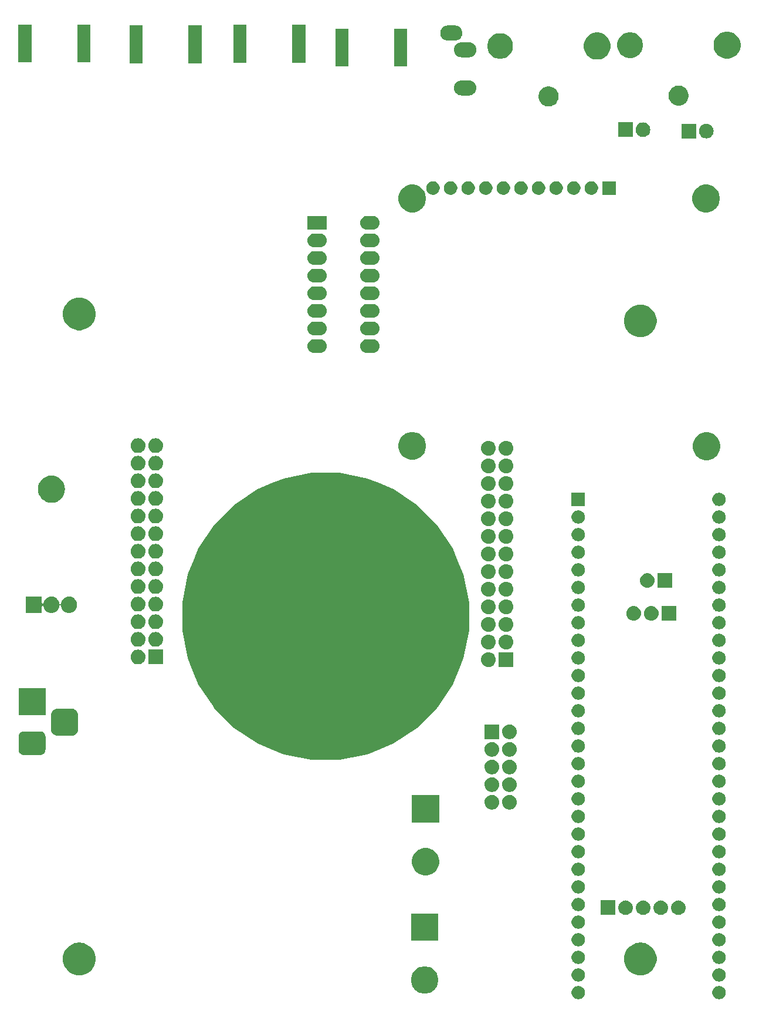
<source format=gbs>
G04 #@! TF.GenerationSoftware,KiCad,Pcbnew,6.0.0-rc1-unknown-e7fa02a~66~ubuntu18.04.1*
G04 #@! TF.CreationDate,2021-06-26T12:49:04-07:00
G04 #@! TF.ProjectId,rp_adapter,72705f61-6461-4707-9465-722e6b696361,rev?*
G04 #@! TF.SameCoordinates,Original*
G04 #@! TF.FileFunction,Soldermask,Bot*
G04 #@! TF.FilePolarity,Negative*
%FSLAX46Y46*%
G04 Gerber Fmt 4.6, Leading zero omitted, Abs format (unit mm)*
G04 Created by KiCad (PCBNEW 6.0.0-rc1-unknown-e7fa02a~66~ubuntu18.04.1) date Sat 26 Jun 2021 12:49:04 PM PDT*
%MOMM*%
%LPD*%
G04 APERTURE LIST*
%ADD10C,0.100000*%
G04 APERTURE END LIST*
D10*
G36*
X162632603Y-165927968D02*
G01*
X162632606Y-165927969D01*
X162632605Y-165927969D01*
X162807678Y-166000486D01*
X162807679Y-166000487D01*
X162965241Y-166105767D01*
X163099233Y-166239759D01*
X163099234Y-166239761D01*
X163204514Y-166397322D01*
X163260603Y-166532734D01*
X163277032Y-166572397D01*
X163314000Y-166758250D01*
X163314000Y-166947750D01*
X163277032Y-167133603D01*
X163277031Y-167133605D01*
X163204514Y-167308678D01*
X163204513Y-167308679D01*
X163099233Y-167466241D01*
X162965241Y-167600233D01*
X162885923Y-167653232D01*
X162807678Y-167705514D01*
X162672266Y-167761603D01*
X162632603Y-167778032D01*
X162446750Y-167815000D01*
X162257250Y-167815000D01*
X162071397Y-167778032D01*
X162031734Y-167761603D01*
X161896322Y-167705514D01*
X161818077Y-167653232D01*
X161738759Y-167600233D01*
X161604767Y-167466241D01*
X161499487Y-167308679D01*
X161499486Y-167308678D01*
X161426969Y-167133605D01*
X161426968Y-167133603D01*
X161390000Y-166947750D01*
X161390000Y-166758250D01*
X161426968Y-166572397D01*
X161443397Y-166532734D01*
X161499486Y-166397322D01*
X161604766Y-166239761D01*
X161604767Y-166239759D01*
X161738759Y-166105767D01*
X161896321Y-166000487D01*
X161896322Y-166000486D01*
X162071395Y-165927969D01*
X162071394Y-165927969D01*
X162071397Y-165927968D01*
X162257250Y-165891000D01*
X162446750Y-165891000D01*
X162632603Y-165927968D01*
X162632603Y-165927968D01*
G37*
G36*
X142312603Y-165927968D02*
G01*
X142312606Y-165927969D01*
X142312605Y-165927969D01*
X142487678Y-166000486D01*
X142487679Y-166000487D01*
X142645241Y-166105767D01*
X142779233Y-166239759D01*
X142779234Y-166239761D01*
X142884514Y-166397322D01*
X142940603Y-166532734D01*
X142957032Y-166572397D01*
X142994000Y-166758250D01*
X142994000Y-166947750D01*
X142957032Y-167133603D01*
X142957031Y-167133605D01*
X142884514Y-167308678D01*
X142884513Y-167308679D01*
X142779233Y-167466241D01*
X142645241Y-167600233D01*
X142565923Y-167653232D01*
X142487678Y-167705514D01*
X142352266Y-167761603D01*
X142312603Y-167778032D01*
X142126750Y-167815000D01*
X141937250Y-167815000D01*
X141751397Y-167778032D01*
X141711734Y-167761603D01*
X141576322Y-167705514D01*
X141498077Y-167653232D01*
X141418759Y-167600233D01*
X141284767Y-167466241D01*
X141179487Y-167308679D01*
X141179486Y-167308678D01*
X141106969Y-167133605D01*
X141106968Y-167133603D01*
X141070000Y-166947750D01*
X141070000Y-166758250D01*
X141106968Y-166572397D01*
X141123397Y-166532734D01*
X141179486Y-166397322D01*
X141284766Y-166239761D01*
X141284767Y-166239759D01*
X141418759Y-166105767D01*
X141576321Y-166000487D01*
X141576322Y-166000486D01*
X141751395Y-165927969D01*
X141751394Y-165927969D01*
X141751397Y-165927968D01*
X141937250Y-165891000D01*
X142126750Y-165891000D01*
X142312603Y-165927968D01*
X142312603Y-165927968D01*
G37*
G36*
X120434739Y-163142340D02*
G01*
X120583270Y-163203864D01*
X120793324Y-163290871D01*
X121116047Y-163506508D01*
X121390492Y-163780953D01*
X121606129Y-164103676D01*
X121653587Y-164218250D01*
X121732081Y-164407750D01*
X121754660Y-164462262D01*
X121830380Y-164842933D01*
X121830380Y-165231067D01*
X121754660Y-165611738D01*
X121606129Y-165970324D01*
X121390492Y-166293047D01*
X121116047Y-166567492D01*
X120793324Y-166783129D01*
X120583270Y-166870136D01*
X120434739Y-166931660D01*
X120054067Y-167007380D01*
X119665933Y-167007380D01*
X119285261Y-166931660D01*
X119136730Y-166870136D01*
X118926676Y-166783129D01*
X118603953Y-166567492D01*
X118329508Y-166293047D01*
X118113871Y-165970324D01*
X117965340Y-165611738D01*
X117889620Y-165231067D01*
X117889620Y-164842933D01*
X117965340Y-164462262D01*
X117987920Y-164407750D01*
X118066413Y-164218250D01*
X118113871Y-164103676D01*
X118329508Y-163780953D01*
X118603953Y-163506508D01*
X118926676Y-163290871D01*
X119136730Y-163203864D01*
X119285261Y-163142340D01*
X119665933Y-163066620D01*
X120054067Y-163066620D01*
X120434739Y-163142340D01*
X120434739Y-163142340D01*
G37*
G36*
X162632603Y-163387968D02*
G01*
X162632606Y-163387969D01*
X162632605Y-163387969D01*
X162807678Y-163460486D01*
X162807679Y-163460487D01*
X162965241Y-163565767D01*
X163099233Y-163699759D01*
X163099234Y-163699761D01*
X163204514Y-163857322D01*
X163260603Y-163992734D01*
X163277032Y-164032397D01*
X163314000Y-164218250D01*
X163314000Y-164407750D01*
X163277032Y-164593603D01*
X163277031Y-164593605D01*
X163204514Y-164768678D01*
X163204513Y-164768679D01*
X163099233Y-164926241D01*
X162965241Y-165060233D01*
X162885923Y-165113232D01*
X162807678Y-165165514D01*
X162672266Y-165221603D01*
X162632603Y-165238032D01*
X162446750Y-165275000D01*
X162257250Y-165275000D01*
X162071397Y-165238032D01*
X162031734Y-165221603D01*
X161896322Y-165165514D01*
X161818077Y-165113232D01*
X161738759Y-165060233D01*
X161604767Y-164926241D01*
X161499487Y-164768679D01*
X161499486Y-164768678D01*
X161426969Y-164593605D01*
X161426968Y-164593603D01*
X161390000Y-164407750D01*
X161390000Y-164218250D01*
X161426968Y-164032397D01*
X161443397Y-163992734D01*
X161499486Y-163857322D01*
X161604766Y-163699761D01*
X161604767Y-163699759D01*
X161738759Y-163565767D01*
X161896321Y-163460487D01*
X161896322Y-163460486D01*
X162071395Y-163387969D01*
X162071394Y-163387969D01*
X162071397Y-163387968D01*
X162257250Y-163351000D01*
X162446750Y-163351000D01*
X162632603Y-163387968D01*
X162632603Y-163387968D01*
G37*
G36*
X142312603Y-163387968D02*
G01*
X142312606Y-163387969D01*
X142312605Y-163387969D01*
X142487678Y-163460486D01*
X142487679Y-163460487D01*
X142645241Y-163565767D01*
X142779233Y-163699759D01*
X142779234Y-163699761D01*
X142884514Y-163857322D01*
X142940603Y-163992734D01*
X142957032Y-164032397D01*
X142994000Y-164218250D01*
X142994000Y-164407750D01*
X142957032Y-164593603D01*
X142957031Y-164593605D01*
X142884514Y-164768678D01*
X142884513Y-164768679D01*
X142779233Y-164926241D01*
X142645241Y-165060233D01*
X142565923Y-165113232D01*
X142487678Y-165165514D01*
X142352266Y-165221603D01*
X142312603Y-165238032D01*
X142126750Y-165275000D01*
X141937250Y-165275000D01*
X141751397Y-165238032D01*
X141711734Y-165221603D01*
X141576322Y-165165514D01*
X141498077Y-165113232D01*
X141418759Y-165060233D01*
X141284767Y-164926241D01*
X141179487Y-164768679D01*
X141179486Y-164768678D01*
X141106969Y-164593605D01*
X141106968Y-164593603D01*
X141070000Y-164407750D01*
X141070000Y-164218250D01*
X141106968Y-164032397D01*
X141123397Y-163992734D01*
X141179486Y-163857322D01*
X141284766Y-163699761D01*
X141284767Y-163699759D01*
X141418759Y-163565767D01*
X141576321Y-163460487D01*
X141576322Y-163460486D01*
X141751395Y-163387969D01*
X141751394Y-163387969D01*
X141751397Y-163387968D01*
X141937250Y-163351000D01*
X142126750Y-163351000D01*
X142312603Y-163387968D01*
X142312603Y-163387968D01*
G37*
G36*
X70344959Y-159672577D02*
G01*
X70685470Y-159740309D01*
X71113143Y-159917457D01*
X71498038Y-160174636D01*
X71825364Y-160501962D01*
X72082543Y-160886857D01*
X72259691Y-161314530D01*
X72350000Y-161768545D01*
X72350000Y-162231455D01*
X72259691Y-162685470D01*
X72082543Y-163113143D01*
X71825364Y-163498038D01*
X71498038Y-163825364D01*
X71113143Y-164082543D01*
X70685470Y-164259691D01*
X70344959Y-164327423D01*
X70231456Y-164350000D01*
X69768544Y-164350000D01*
X69655041Y-164327423D01*
X69314530Y-164259691D01*
X68886857Y-164082543D01*
X68501962Y-163825364D01*
X68174636Y-163498038D01*
X67917457Y-163113143D01*
X67740309Y-162685470D01*
X67650000Y-162231455D01*
X67650000Y-161768545D01*
X67740309Y-161314530D01*
X67917457Y-160886857D01*
X68174636Y-160501962D01*
X68501962Y-160174636D01*
X68886857Y-159917457D01*
X69314530Y-159740309D01*
X69655041Y-159672577D01*
X69768544Y-159650000D01*
X70231456Y-159650000D01*
X70344959Y-159672577D01*
X70344959Y-159672577D01*
G37*
G36*
X151344959Y-159672577D02*
G01*
X151685470Y-159740309D01*
X152113143Y-159917457D01*
X152498038Y-160174636D01*
X152825364Y-160501962D01*
X153082543Y-160886857D01*
X153259691Y-161314530D01*
X153350000Y-161768545D01*
X153350000Y-162231455D01*
X153259691Y-162685470D01*
X153082543Y-163113143D01*
X152825364Y-163498038D01*
X152498038Y-163825364D01*
X152113143Y-164082543D01*
X151685470Y-164259691D01*
X151344959Y-164327423D01*
X151231456Y-164350000D01*
X150768544Y-164350000D01*
X150655041Y-164327423D01*
X150314530Y-164259691D01*
X149886857Y-164082543D01*
X149501962Y-163825364D01*
X149174636Y-163498038D01*
X148917457Y-163113143D01*
X148740309Y-162685470D01*
X148650000Y-162231455D01*
X148650000Y-161768545D01*
X148740309Y-161314530D01*
X148917457Y-160886857D01*
X149174636Y-160501962D01*
X149501962Y-160174636D01*
X149886857Y-159917457D01*
X150314530Y-159740309D01*
X150655041Y-159672577D01*
X150768544Y-159650000D01*
X151231456Y-159650000D01*
X151344959Y-159672577D01*
X151344959Y-159672577D01*
G37*
G36*
X142312603Y-160847968D02*
G01*
X142312606Y-160847969D01*
X142312605Y-160847969D01*
X142487678Y-160920486D01*
X142487679Y-160920487D01*
X142645241Y-161025767D01*
X142779233Y-161159759D01*
X142779234Y-161159761D01*
X142884514Y-161317322D01*
X142940603Y-161452734D01*
X142957032Y-161492397D01*
X142994000Y-161678250D01*
X142994000Y-161867750D01*
X142957032Y-162053603D01*
X142957031Y-162053605D01*
X142884514Y-162228678D01*
X142832232Y-162306923D01*
X142779233Y-162386241D01*
X142645241Y-162520233D01*
X142565923Y-162573232D01*
X142487678Y-162625514D01*
X142352266Y-162681603D01*
X142312603Y-162698032D01*
X142126750Y-162735000D01*
X141937250Y-162735000D01*
X141751397Y-162698032D01*
X141711734Y-162681603D01*
X141576322Y-162625514D01*
X141498077Y-162573232D01*
X141418759Y-162520233D01*
X141284767Y-162386241D01*
X141231768Y-162306923D01*
X141179486Y-162228678D01*
X141106969Y-162053605D01*
X141106968Y-162053603D01*
X141070000Y-161867750D01*
X141070000Y-161678250D01*
X141106968Y-161492397D01*
X141123397Y-161452734D01*
X141179486Y-161317322D01*
X141284766Y-161159761D01*
X141284767Y-161159759D01*
X141418759Y-161025767D01*
X141576321Y-160920487D01*
X141576322Y-160920486D01*
X141751395Y-160847969D01*
X141751394Y-160847969D01*
X141751397Y-160847968D01*
X141937250Y-160811000D01*
X142126750Y-160811000D01*
X142312603Y-160847968D01*
X142312603Y-160847968D01*
G37*
G36*
X162632603Y-160847968D02*
G01*
X162632606Y-160847969D01*
X162632605Y-160847969D01*
X162807678Y-160920486D01*
X162807679Y-160920487D01*
X162965241Y-161025767D01*
X163099233Y-161159759D01*
X163099234Y-161159761D01*
X163204514Y-161317322D01*
X163260603Y-161452734D01*
X163277032Y-161492397D01*
X163314000Y-161678250D01*
X163314000Y-161867750D01*
X163277032Y-162053603D01*
X163277031Y-162053605D01*
X163204514Y-162228678D01*
X163152232Y-162306923D01*
X163099233Y-162386241D01*
X162965241Y-162520233D01*
X162885923Y-162573232D01*
X162807678Y-162625514D01*
X162672266Y-162681603D01*
X162632603Y-162698032D01*
X162446750Y-162735000D01*
X162257250Y-162735000D01*
X162071397Y-162698032D01*
X162031734Y-162681603D01*
X161896322Y-162625514D01*
X161818077Y-162573232D01*
X161738759Y-162520233D01*
X161604767Y-162386241D01*
X161551768Y-162306923D01*
X161499486Y-162228678D01*
X161426969Y-162053605D01*
X161426968Y-162053603D01*
X161390000Y-161867750D01*
X161390000Y-161678250D01*
X161426968Y-161492397D01*
X161443397Y-161452734D01*
X161499486Y-161317322D01*
X161604766Y-161159761D01*
X161604767Y-161159759D01*
X161738759Y-161025767D01*
X161896321Y-160920487D01*
X161896322Y-160920486D01*
X162071395Y-160847969D01*
X162071394Y-160847969D01*
X162071397Y-160847968D01*
X162257250Y-160811000D01*
X162446750Y-160811000D01*
X162632603Y-160847968D01*
X162632603Y-160847968D01*
G37*
G36*
X142312603Y-158307968D02*
G01*
X142312606Y-158307969D01*
X142312605Y-158307969D01*
X142487678Y-158380486D01*
X142487679Y-158380487D01*
X142645241Y-158485767D01*
X142779233Y-158619759D01*
X142779234Y-158619761D01*
X142884514Y-158777322D01*
X142940603Y-158912734D01*
X142957032Y-158952397D01*
X142994000Y-159138250D01*
X142994000Y-159327750D01*
X142957032Y-159513603D01*
X142957031Y-159513605D01*
X142884514Y-159688678D01*
X142884513Y-159688679D01*
X142779233Y-159846241D01*
X142645241Y-159980233D01*
X142565923Y-160033232D01*
X142487678Y-160085514D01*
X142352266Y-160141603D01*
X142312603Y-160158032D01*
X142126750Y-160195000D01*
X141937250Y-160195000D01*
X141751397Y-160158032D01*
X141711734Y-160141603D01*
X141576322Y-160085514D01*
X141498077Y-160033232D01*
X141418759Y-159980233D01*
X141284767Y-159846241D01*
X141179487Y-159688679D01*
X141179486Y-159688678D01*
X141106969Y-159513605D01*
X141106968Y-159513603D01*
X141070000Y-159327750D01*
X141070000Y-159138250D01*
X141106968Y-158952397D01*
X141123397Y-158912734D01*
X141179486Y-158777322D01*
X141284766Y-158619761D01*
X141284767Y-158619759D01*
X141418759Y-158485767D01*
X141576321Y-158380487D01*
X141576322Y-158380486D01*
X141751395Y-158307969D01*
X141751394Y-158307969D01*
X141751397Y-158307968D01*
X141937250Y-158271000D01*
X142126750Y-158271000D01*
X142312603Y-158307968D01*
X142312603Y-158307968D01*
G37*
G36*
X162632603Y-158307968D02*
G01*
X162632606Y-158307969D01*
X162632605Y-158307969D01*
X162807678Y-158380486D01*
X162807679Y-158380487D01*
X162965241Y-158485767D01*
X163099233Y-158619759D01*
X163099234Y-158619761D01*
X163204514Y-158777322D01*
X163260603Y-158912734D01*
X163277032Y-158952397D01*
X163314000Y-159138250D01*
X163314000Y-159327750D01*
X163277032Y-159513603D01*
X163277031Y-159513605D01*
X163204514Y-159688678D01*
X163204513Y-159688679D01*
X163099233Y-159846241D01*
X162965241Y-159980233D01*
X162885923Y-160033232D01*
X162807678Y-160085514D01*
X162672266Y-160141603D01*
X162632603Y-160158032D01*
X162446750Y-160195000D01*
X162257250Y-160195000D01*
X162071397Y-160158032D01*
X162031734Y-160141603D01*
X161896322Y-160085514D01*
X161818077Y-160033232D01*
X161738759Y-159980233D01*
X161604767Y-159846241D01*
X161499487Y-159688679D01*
X161499486Y-159688678D01*
X161426969Y-159513605D01*
X161426968Y-159513603D01*
X161390000Y-159327750D01*
X161390000Y-159138250D01*
X161426968Y-158952397D01*
X161443397Y-158912734D01*
X161499486Y-158777322D01*
X161604766Y-158619761D01*
X161604767Y-158619759D01*
X161738759Y-158485767D01*
X161896321Y-158380487D01*
X161896322Y-158380486D01*
X162071395Y-158307969D01*
X162071394Y-158307969D01*
X162071397Y-158307968D01*
X162257250Y-158271000D01*
X162446750Y-158271000D01*
X162632603Y-158307968D01*
X162632603Y-158307968D01*
G37*
G36*
X121830380Y-159387380D02*
G01*
X117889620Y-159387380D01*
X117889620Y-155446620D01*
X121830380Y-155446620D01*
X121830380Y-159387380D01*
X121830380Y-159387380D01*
G37*
G36*
X162632603Y-155767968D02*
G01*
X162632606Y-155767969D01*
X162632605Y-155767969D01*
X162807678Y-155840486D01*
X162807679Y-155840487D01*
X162965241Y-155945767D01*
X163099233Y-156079759D01*
X163099234Y-156079761D01*
X163204514Y-156237322D01*
X163260603Y-156372734D01*
X163277032Y-156412397D01*
X163314000Y-156598250D01*
X163314000Y-156787750D01*
X163277032Y-156973603D01*
X163277031Y-156973605D01*
X163204514Y-157148678D01*
X163204513Y-157148679D01*
X163099233Y-157306241D01*
X162965241Y-157440233D01*
X162885923Y-157493232D01*
X162807678Y-157545514D01*
X162672266Y-157601603D01*
X162632603Y-157618032D01*
X162446750Y-157655000D01*
X162257250Y-157655000D01*
X162071397Y-157618032D01*
X162031734Y-157601603D01*
X161896322Y-157545514D01*
X161818077Y-157493232D01*
X161738759Y-157440233D01*
X161604767Y-157306241D01*
X161499487Y-157148679D01*
X161499486Y-157148678D01*
X161426969Y-156973605D01*
X161426968Y-156973603D01*
X161390000Y-156787750D01*
X161390000Y-156598250D01*
X161426968Y-156412397D01*
X161443397Y-156372734D01*
X161499486Y-156237322D01*
X161604766Y-156079761D01*
X161604767Y-156079759D01*
X161738759Y-155945767D01*
X161896321Y-155840487D01*
X161896322Y-155840486D01*
X162071395Y-155767969D01*
X162071394Y-155767969D01*
X162071397Y-155767968D01*
X162257250Y-155731000D01*
X162446750Y-155731000D01*
X162632603Y-155767968D01*
X162632603Y-155767968D01*
G37*
G36*
X142312603Y-155767968D02*
G01*
X142312606Y-155767969D01*
X142312605Y-155767969D01*
X142487678Y-155840486D01*
X142487679Y-155840487D01*
X142645241Y-155945767D01*
X142779233Y-156079759D01*
X142779234Y-156079761D01*
X142884514Y-156237322D01*
X142940603Y-156372734D01*
X142957032Y-156412397D01*
X142994000Y-156598250D01*
X142994000Y-156787750D01*
X142957032Y-156973603D01*
X142957031Y-156973605D01*
X142884514Y-157148678D01*
X142884513Y-157148679D01*
X142779233Y-157306241D01*
X142645241Y-157440233D01*
X142565923Y-157493232D01*
X142487678Y-157545514D01*
X142352266Y-157601603D01*
X142312603Y-157618032D01*
X142126750Y-157655000D01*
X141937250Y-157655000D01*
X141751397Y-157618032D01*
X141711734Y-157601603D01*
X141576322Y-157545514D01*
X141498077Y-157493232D01*
X141418759Y-157440233D01*
X141284767Y-157306241D01*
X141179487Y-157148679D01*
X141179486Y-157148678D01*
X141106969Y-156973605D01*
X141106968Y-156973603D01*
X141070000Y-156787750D01*
X141070000Y-156598250D01*
X141106968Y-156412397D01*
X141123397Y-156372734D01*
X141179486Y-156237322D01*
X141284766Y-156079761D01*
X141284767Y-156079759D01*
X141418759Y-155945767D01*
X141576321Y-155840487D01*
X141576322Y-155840486D01*
X141751395Y-155767969D01*
X141751394Y-155767969D01*
X141751397Y-155767968D01*
X141937250Y-155731000D01*
X142126750Y-155731000D01*
X142312603Y-155767968D01*
X142312603Y-155767968D01*
G37*
G36*
X154069707Y-153567597D02*
G01*
X154146836Y-153575193D01*
X154278787Y-153615220D01*
X154344763Y-153635233D01*
X154527172Y-153732733D01*
X154687054Y-153863946D01*
X154818267Y-154023828D01*
X154915767Y-154206237D01*
X154935780Y-154272213D01*
X154975807Y-154404164D01*
X154996080Y-154610000D01*
X154975807Y-154815836D01*
X154950205Y-154900234D01*
X154915767Y-155013763D01*
X154818267Y-155196172D01*
X154687054Y-155356054D01*
X154527172Y-155487267D01*
X154344763Y-155584767D01*
X154278787Y-155604780D01*
X154146836Y-155644807D01*
X154069707Y-155652403D01*
X153992580Y-155660000D01*
X153889420Y-155660000D01*
X153812293Y-155652403D01*
X153735164Y-155644807D01*
X153603213Y-155604780D01*
X153537237Y-155584767D01*
X153354828Y-155487267D01*
X153194946Y-155356054D01*
X153063733Y-155196172D01*
X152966233Y-155013763D01*
X152931795Y-154900234D01*
X152906193Y-154815836D01*
X152885920Y-154610000D01*
X152906193Y-154404164D01*
X152946220Y-154272213D01*
X152966233Y-154206237D01*
X153063733Y-154023828D01*
X153194946Y-153863946D01*
X153354828Y-153732733D01*
X153537237Y-153635233D01*
X153603213Y-153615220D01*
X153735164Y-153575193D01*
X153812293Y-153567597D01*
X153889420Y-153560000D01*
X153992580Y-153560000D01*
X154069707Y-153567597D01*
X154069707Y-153567597D01*
G37*
G36*
X156609707Y-153567597D02*
G01*
X156686836Y-153575193D01*
X156818787Y-153615220D01*
X156884763Y-153635233D01*
X157067172Y-153732733D01*
X157227054Y-153863946D01*
X157358267Y-154023828D01*
X157455767Y-154206237D01*
X157475780Y-154272213D01*
X157515807Y-154404164D01*
X157536080Y-154610000D01*
X157515807Y-154815836D01*
X157490205Y-154900234D01*
X157455767Y-155013763D01*
X157358267Y-155196172D01*
X157227054Y-155356054D01*
X157067172Y-155487267D01*
X156884763Y-155584767D01*
X156818787Y-155604780D01*
X156686836Y-155644807D01*
X156609707Y-155652403D01*
X156532580Y-155660000D01*
X156429420Y-155660000D01*
X156352293Y-155652403D01*
X156275164Y-155644807D01*
X156143213Y-155604780D01*
X156077237Y-155584767D01*
X155894828Y-155487267D01*
X155734946Y-155356054D01*
X155603733Y-155196172D01*
X155506233Y-155013763D01*
X155471795Y-154900234D01*
X155446193Y-154815836D01*
X155425920Y-154610000D01*
X155446193Y-154404164D01*
X155486220Y-154272213D01*
X155506233Y-154206237D01*
X155603733Y-154023828D01*
X155734946Y-153863946D01*
X155894828Y-153732733D01*
X156077237Y-153635233D01*
X156143213Y-153615220D01*
X156275164Y-153575193D01*
X156352293Y-153567597D01*
X156429420Y-153560000D01*
X156532580Y-153560000D01*
X156609707Y-153567597D01*
X156609707Y-153567597D01*
G37*
G36*
X151529707Y-153567597D02*
G01*
X151606836Y-153575193D01*
X151738787Y-153615220D01*
X151804763Y-153635233D01*
X151987172Y-153732733D01*
X152147054Y-153863946D01*
X152278267Y-154023828D01*
X152375767Y-154206237D01*
X152395780Y-154272213D01*
X152435807Y-154404164D01*
X152456080Y-154610000D01*
X152435807Y-154815836D01*
X152410205Y-154900234D01*
X152375767Y-155013763D01*
X152278267Y-155196172D01*
X152147054Y-155356054D01*
X151987172Y-155487267D01*
X151804763Y-155584767D01*
X151738787Y-155604780D01*
X151606836Y-155644807D01*
X151529707Y-155652403D01*
X151452580Y-155660000D01*
X151349420Y-155660000D01*
X151272293Y-155652403D01*
X151195164Y-155644807D01*
X151063213Y-155604780D01*
X150997237Y-155584767D01*
X150814828Y-155487267D01*
X150654946Y-155356054D01*
X150523733Y-155196172D01*
X150426233Y-155013763D01*
X150391795Y-154900234D01*
X150366193Y-154815836D01*
X150345920Y-154610000D01*
X150366193Y-154404164D01*
X150406220Y-154272213D01*
X150426233Y-154206237D01*
X150523733Y-154023828D01*
X150654946Y-153863946D01*
X150814828Y-153732733D01*
X150997237Y-153635233D01*
X151063213Y-153615220D01*
X151195164Y-153575193D01*
X151272293Y-153567597D01*
X151349420Y-153560000D01*
X151452580Y-153560000D01*
X151529707Y-153567597D01*
X151529707Y-153567597D01*
G37*
G36*
X148989707Y-153567597D02*
G01*
X149066836Y-153575193D01*
X149198787Y-153615220D01*
X149264763Y-153635233D01*
X149447172Y-153732733D01*
X149607054Y-153863946D01*
X149738267Y-154023828D01*
X149835767Y-154206237D01*
X149855780Y-154272213D01*
X149895807Y-154404164D01*
X149916080Y-154610000D01*
X149895807Y-154815836D01*
X149870205Y-154900234D01*
X149835767Y-155013763D01*
X149738267Y-155196172D01*
X149607054Y-155356054D01*
X149447172Y-155487267D01*
X149264763Y-155584767D01*
X149198787Y-155604780D01*
X149066836Y-155644807D01*
X148989707Y-155652403D01*
X148912580Y-155660000D01*
X148809420Y-155660000D01*
X148732293Y-155652403D01*
X148655164Y-155644807D01*
X148523213Y-155604780D01*
X148457237Y-155584767D01*
X148274828Y-155487267D01*
X148114946Y-155356054D01*
X147983733Y-155196172D01*
X147886233Y-155013763D01*
X147851795Y-154900234D01*
X147826193Y-154815836D01*
X147805920Y-154610000D01*
X147826193Y-154404164D01*
X147866220Y-154272213D01*
X147886233Y-154206237D01*
X147983733Y-154023828D01*
X148114946Y-153863946D01*
X148274828Y-153732733D01*
X148457237Y-153635233D01*
X148523213Y-153615220D01*
X148655164Y-153575193D01*
X148732293Y-153567597D01*
X148809420Y-153560000D01*
X148912580Y-153560000D01*
X148989707Y-153567597D01*
X148989707Y-153567597D01*
G37*
G36*
X147371000Y-155660000D02*
G01*
X145271000Y-155660000D01*
X145271000Y-153560000D01*
X147371000Y-153560000D01*
X147371000Y-155660000D01*
X147371000Y-155660000D01*
G37*
G36*
X162632603Y-153227968D02*
G01*
X162632606Y-153227969D01*
X162632605Y-153227969D01*
X162807678Y-153300486D01*
X162807679Y-153300487D01*
X162965241Y-153405767D01*
X163099233Y-153539759D01*
X163122909Y-153575193D01*
X163204514Y-153697322D01*
X163260603Y-153832734D01*
X163277032Y-153872397D01*
X163314000Y-154058250D01*
X163314000Y-154247750D01*
X163277032Y-154433603D01*
X163277031Y-154433605D01*
X163204514Y-154608678D01*
X163152232Y-154686923D01*
X163099233Y-154766241D01*
X162965241Y-154900233D01*
X162885923Y-154953232D01*
X162807678Y-155005514D01*
X162672266Y-155061603D01*
X162632603Y-155078032D01*
X162446750Y-155115000D01*
X162257250Y-155115000D01*
X162071397Y-155078032D01*
X162031734Y-155061603D01*
X161896322Y-155005514D01*
X161818077Y-154953232D01*
X161738759Y-154900233D01*
X161604767Y-154766241D01*
X161551768Y-154686923D01*
X161499486Y-154608678D01*
X161426969Y-154433605D01*
X161426968Y-154433603D01*
X161390000Y-154247750D01*
X161390000Y-154058250D01*
X161426968Y-153872397D01*
X161443397Y-153832734D01*
X161499486Y-153697322D01*
X161581091Y-153575193D01*
X161604767Y-153539759D01*
X161738759Y-153405767D01*
X161896321Y-153300487D01*
X161896322Y-153300486D01*
X162071395Y-153227969D01*
X162071394Y-153227969D01*
X162071397Y-153227968D01*
X162257250Y-153191000D01*
X162446750Y-153191000D01*
X162632603Y-153227968D01*
X162632603Y-153227968D01*
G37*
G36*
X142312603Y-153227968D02*
G01*
X142312606Y-153227969D01*
X142312605Y-153227969D01*
X142487678Y-153300486D01*
X142487679Y-153300487D01*
X142645241Y-153405767D01*
X142779233Y-153539759D01*
X142802909Y-153575193D01*
X142884514Y-153697322D01*
X142940603Y-153832734D01*
X142957032Y-153872397D01*
X142994000Y-154058250D01*
X142994000Y-154247750D01*
X142957032Y-154433603D01*
X142957031Y-154433605D01*
X142884514Y-154608678D01*
X142832232Y-154686923D01*
X142779233Y-154766241D01*
X142645241Y-154900233D01*
X142565923Y-154953232D01*
X142487678Y-155005514D01*
X142352266Y-155061603D01*
X142312603Y-155078032D01*
X142126750Y-155115000D01*
X141937250Y-155115000D01*
X141751397Y-155078032D01*
X141711734Y-155061603D01*
X141576322Y-155005514D01*
X141498077Y-154953232D01*
X141418759Y-154900233D01*
X141284767Y-154766241D01*
X141231768Y-154686923D01*
X141179486Y-154608678D01*
X141106969Y-154433605D01*
X141106968Y-154433603D01*
X141070000Y-154247750D01*
X141070000Y-154058250D01*
X141106968Y-153872397D01*
X141123397Y-153832734D01*
X141179486Y-153697322D01*
X141261091Y-153575193D01*
X141284767Y-153539759D01*
X141418759Y-153405767D01*
X141576321Y-153300487D01*
X141576322Y-153300486D01*
X141751395Y-153227969D01*
X141751394Y-153227969D01*
X141751397Y-153227968D01*
X141937250Y-153191000D01*
X142126750Y-153191000D01*
X142312603Y-153227968D01*
X142312603Y-153227968D01*
G37*
G36*
X162632603Y-150687968D02*
G01*
X162632606Y-150687969D01*
X162632605Y-150687969D01*
X162807678Y-150760486D01*
X162807679Y-150760487D01*
X162965241Y-150865767D01*
X163099233Y-150999759D01*
X163099234Y-150999761D01*
X163204514Y-151157322D01*
X163260603Y-151292734D01*
X163277032Y-151332397D01*
X163314000Y-151518250D01*
X163314000Y-151707750D01*
X163277032Y-151893603D01*
X163277031Y-151893605D01*
X163204514Y-152068678D01*
X163204513Y-152068679D01*
X163099233Y-152226241D01*
X162965241Y-152360233D01*
X162885923Y-152413232D01*
X162807678Y-152465514D01*
X162672266Y-152521603D01*
X162632603Y-152538032D01*
X162446750Y-152575000D01*
X162257250Y-152575000D01*
X162071397Y-152538032D01*
X162031734Y-152521603D01*
X161896322Y-152465514D01*
X161818077Y-152413232D01*
X161738759Y-152360233D01*
X161604767Y-152226241D01*
X161499487Y-152068679D01*
X161499486Y-152068678D01*
X161426969Y-151893605D01*
X161426968Y-151893603D01*
X161390000Y-151707750D01*
X161390000Y-151518250D01*
X161426968Y-151332397D01*
X161443397Y-151292734D01*
X161499486Y-151157322D01*
X161604766Y-150999761D01*
X161604767Y-150999759D01*
X161738759Y-150865767D01*
X161896321Y-150760487D01*
X161896322Y-150760486D01*
X162071395Y-150687969D01*
X162071394Y-150687969D01*
X162071397Y-150687968D01*
X162257250Y-150651000D01*
X162446750Y-150651000D01*
X162632603Y-150687968D01*
X162632603Y-150687968D01*
G37*
G36*
X142312603Y-150687968D02*
G01*
X142312606Y-150687969D01*
X142312605Y-150687969D01*
X142487678Y-150760486D01*
X142487679Y-150760487D01*
X142645241Y-150865767D01*
X142779233Y-150999759D01*
X142779234Y-150999761D01*
X142884514Y-151157322D01*
X142940603Y-151292734D01*
X142957032Y-151332397D01*
X142994000Y-151518250D01*
X142994000Y-151707750D01*
X142957032Y-151893603D01*
X142957031Y-151893605D01*
X142884514Y-152068678D01*
X142884513Y-152068679D01*
X142779233Y-152226241D01*
X142645241Y-152360233D01*
X142565923Y-152413232D01*
X142487678Y-152465514D01*
X142352266Y-152521603D01*
X142312603Y-152538032D01*
X142126750Y-152575000D01*
X141937250Y-152575000D01*
X141751397Y-152538032D01*
X141711734Y-152521603D01*
X141576322Y-152465514D01*
X141498077Y-152413232D01*
X141418759Y-152360233D01*
X141284767Y-152226241D01*
X141179487Y-152068679D01*
X141179486Y-152068678D01*
X141106969Y-151893605D01*
X141106968Y-151893603D01*
X141070000Y-151707750D01*
X141070000Y-151518250D01*
X141106968Y-151332397D01*
X141123397Y-151292734D01*
X141179486Y-151157322D01*
X141284766Y-150999761D01*
X141284767Y-150999759D01*
X141418759Y-150865767D01*
X141576321Y-150760487D01*
X141576322Y-150760486D01*
X141751395Y-150687969D01*
X141751394Y-150687969D01*
X141751397Y-150687968D01*
X141937250Y-150651000D01*
X142126750Y-150651000D01*
X142312603Y-150687968D01*
X142312603Y-150687968D01*
G37*
G36*
X162632603Y-148147968D02*
G01*
X162632606Y-148147969D01*
X162632605Y-148147969D01*
X162807678Y-148220486D01*
X162807679Y-148220487D01*
X162965241Y-148325767D01*
X163099233Y-148459759D01*
X163099234Y-148459761D01*
X163204514Y-148617322D01*
X163260603Y-148752734D01*
X163277032Y-148792397D01*
X163314000Y-148978250D01*
X163314000Y-149167750D01*
X163277032Y-149353603D01*
X163277031Y-149353605D01*
X163204514Y-149528678D01*
X163204513Y-149528679D01*
X163099233Y-149686241D01*
X162965241Y-149820233D01*
X162903241Y-149861660D01*
X162807678Y-149925514D01*
X162672266Y-149981603D01*
X162632603Y-149998032D01*
X162446750Y-150035000D01*
X162257250Y-150035000D01*
X162071397Y-149998032D01*
X162031734Y-149981603D01*
X161896322Y-149925514D01*
X161800759Y-149861660D01*
X161738759Y-149820233D01*
X161604767Y-149686241D01*
X161499487Y-149528679D01*
X161499486Y-149528678D01*
X161426969Y-149353605D01*
X161426968Y-149353603D01*
X161390000Y-149167750D01*
X161390000Y-148978250D01*
X161426968Y-148792397D01*
X161443397Y-148752734D01*
X161499486Y-148617322D01*
X161604766Y-148459761D01*
X161604767Y-148459759D01*
X161738759Y-148325767D01*
X161896321Y-148220487D01*
X161896322Y-148220486D01*
X162071395Y-148147969D01*
X162071394Y-148147969D01*
X162071397Y-148147968D01*
X162257250Y-148111000D01*
X162446750Y-148111000D01*
X162632603Y-148147968D01*
X162632603Y-148147968D01*
G37*
G36*
X142312603Y-148147968D02*
G01*
X142312606Y-148147969D01*
X142312605Y-148147969D01*
X142487678Y-148220486D01*
X142487679Y-148220487D01*
X142645241Y-148325767D01*
X142779233Y-148459759D01*
X142779234Y-148459761D01*
X142884514Y-148617322D01*
X142940603Y-148752734D01*
X142957032Y-148792397D01*
X142994000Y-148978250D01*
X142994000Y-149167750D01*
X142957032Y-149353603D01*
X142957031Y-149353605D01*
X142884514Y-149528678D01*
X142884513Y-149528679D01*
X142779233Y-149686241D01*
X142645241Y-149820233D01*
X142583241Y-149861660D01*
X142487678Y-149925514D01*
X142352266Y-149981603D01*
X142312603Y-149998032D01*
X142126750Y-150035000D01*
X141937250Y-150035000D01*
X141751397Y-149998032D01*
X141711734Y-149981603D01*
X141576322Y-149925514D01*
X141480759Y-149861660D01*
X141418759Y-149820233D01*
X141284767Y-149686241D01*
X141179487Y-149528679D01*
X141179486Y-149528678D01*
X141106969Y-149353605D01*
X141106968Y-149353603D01*
X141070000Y-149167750D01*
X141070000Y-148978250D01*
X141106968Y-148792397D01*
X141123397Y-148752734D01*
X141179486Y-148617322D01*
X141284766Y-148459761D01*
X141284767Y-148459759D01*
X141418759Y-148325767D01*
X141576321Y-148220487D01*
X141576322Y-148220486D01*
X141751395Y-148147969D01*
X141751394Y-148147969D01*
X141751397Y-148147968D01*
X141937250Y-148111000D01*
X142126750Y-148111000D01*
X142312603Y-148147968D01*
X142312603Y-148147968D01*
G37*
G36*
X120564739Y-146072340D02*
G01*
X120713270Y-146133864D01*
X120923324Y-146220871D01*
X121246047Y-146436508D01*
X121520492Y-146710953D01*
X121736129Y-147033676D01*
X121782754Y-147146239D01*
X121884660Y-147392261D01*
X121905096Y-147495000D01*
X121960380Y-147772933D01*
X121960380Y-148161067D01*
X121884660Y-148541738D01*
X121736129Y-148900324D01*
X121520492Y-149223047D01*
X121246047Y-149497492D01*
X120923324Y-149713129D01*
X120713270Y-149800136D01*
X120564739Y-149861660D01*
X120184067Y-149937380D01*
X119795933Y-149937380D01*
X119415261Y-149861660D01*
X119266730Y-149800136D01*
X119056676Y-149713129D01*
X118733953Y-149497492D01*
X118459508Y-149223047D01*
X118243871Y-148900324D01*
X118095340Y-148541738D01*
X118019620Y-148161067D01*
X118019620Y-147772933D01*
X118074904Y-147495000D01*
X118095340Y-147392261D01*
X118197246Y-147146239D01*
X118243871Y-147033676D01*
X118459508Y-146710953D01*
X118733953Y-146436508D01*
X119056676Y-146220871D01*
X119266730Y-146133864D01*
X119415261Y-146072340D01*
X119795933Y-145996620D01*
X120184067Y-145996620D01*
X120564739Y-146072340D01*
X120564739Y-146072340D01*
G37*
G36*
X142312603Y-145607968D02*
G01*
X142312606Y-145607969D01*
X142312605Y-145607969D01*
X142487678Y-145680486D01*
X142487679Y-145680487D01*
X142645241Y-145785767D01*
X142779233Y-145919759D01*
X142779234Y-145919761D01*
X142884514Y-146077322D01*
X142940603Y-146212734D01*
X142957032Y-146252397D01*
X142994000Y-146438250D01*
X142994000Y-146627750D01*
X142957032Y-146813603D01*
X142957031Y-146813605D01*
X142884514Y-146988678D01*
X142884513Y-146988679D01*
X142779233Y-147146241D01*
X142645241Y-147280233D01*
X142565923Y-147333232D01*
X142487678Y-147385514D01*
X142352266Y-147441603D01*
X142312603Y-147458032D01*
X142126750Y-147495000D01*
X141937250Y-147495000D01*
X141751397Y-147458032D01*
X141711734Y-147441603D01*
X141576322Y-147385514D01*
X141498077Y-147333232D01*
X141418759Y-147280233D01*
X141284767Y-147146241D01*
X141179487Y-146988679D01*
X141179486Y-146988678D01*
X141106969Y-146813605D01*
X141106968Y-146813603D01*
X141070000Y-146627750D01*
X141070000Y-146438250D01*
X141106968Y-146252397D01*
X141123397Y-146212734D01*
X141179486Y-146077322D01*
X141284766Y-145919761D01*
X141284767Y-145919759D01*
X141418759Y-145785767D01*
X141576321Y-145680487D01*
X141576322Y-145680486D01*
X141751395Y-145607969D01*
X141751394Y-145607969D01*
X141751397Y-145607968D01*
X141937250Y-145571000D01*
X142126750Y-145571000D01*
X142312603Y-145607968D01*
X142312603Y-145607968D01*
G37*
G36*
X162632603Y-145607968D02*
G01*
X162632606Y-145607969D01*
X162632605Y-145607969D01*
X162807678Y-145680486D01*
X162807679Y-145680487D01*
X162965241Y-145785767D01*
X163099233Y-145919759D01*
X163099234Y-145919761D01*
X163204514Y-146077322D01*
X163260603Y-146212734D01*
X163277032Y-146252397D01*
X163314000Y-146438250D01*
X163314000Y-146627750D01*
X163277032Y-146813603D01*
X163277031Y-146813605D01*
X163204514Y-146988678D01*
X163204513Y-146988679D01*
X163099233Y-147146241D01*
X162965241Y-147280233D01*
X162885923Y-147333232D01*
X162807678Y-147385514D01*
X162672266Y-147441603D01*
X162632603Y-147458032D01*
X162446750Y-147495000D01*
X162257250Y-147495000D01*
X162071397Y-147458032D01*
X162031734Y-147441603D01*
X161896322Y-147385514D01*
X161818077Y-147333232D01*
X161738759Y-147280233D01*
X161604767Y-147146241D01*
X161499487Y-146988679D01*
X161499486Y-146988678D01*
X161426969Y-146813605D01*
X161426968Y-146813603D01*
X161390000Y-146627750D01*
X161390000Y-146438250D01*
X161426968Y-146252397D01*
X161443397Y-146212734D01*
X161499486Y-146077322D01*
X161604766Y-145919761D01*
X161604767Y-145919759D01*
X161738759Y-145785767D01*
X161896321Y-145680487D01*
X161896322Y-145680486D01*
X162071395Y-145607969D01*
X162071394Y-145607969D01*
X162071397Y-145607968D01*
X162257250Y-145571000D01*
X162446750Y-145571000D01*
X162632603Y-145607968D01*
X162632603Y-145607968D01*
G37*
G36*
X142312603Y-143067968D02*
G01*
X142312606Y-143067969D01*
X142312605Y-143067969D01*
X142487678Y-143140486D01*
X142487679Y-143140487D01*
X142645241Y-143245767D01*
X142779233Y-143379759D01*
X142779234Y-143379761D01*
X142884514Y-143537322D01*
X142940603Y-143672734D01*
X142957032Y-143712397D01*
X142994000Y-143898250D01*
X142994000Y-144087750D01*
X142957032Y-144273603D01*
X142957031Y-144273605D01*
X142884514Y-144448678D01*
X142884513Y-144448679D01*
X142779233Y-144606241D01*
X142645241Y-144740233D01*
X142565923Y-144793232D01*
X142487678Y-144845514D01*
X142352266Y-144901603D01*
X142312603Y-144918032D01*
X142126750Y-144955000D01*
X141937250Y-144955000D01*
X141751397Y-144918032D01*
X141711734Y-144901603D01*
X141576322Y-144845514D01*
X141498077Y-144793232D01*
X141418759Y-144740233D01*
X141284767Y-144606241D01*
X141179487Y-144448679D01*
X141179486Y-144448678D01*
X141106969Y-144273605D01*
X141106968Y-144273603D01*
X141070000Y-144087750D01*
X141070000Y-143898250D01*
X141106968Y-143712397D01*
X141123397Y-143672734D01*
X141179486Y-143537322D01*
X141284766Y-143379761D01*
X141284767Y-143379759D01*
X141418759Y-143245767D01*
X141576321Y-143140487D01*
X141576322Y-143140486D01*
X141751395Y-143067969D01*
X141751394Y-143067969D01*
X141751397Y-143067968D01*
X141937250Y-143031000D01*
X142126750Y-143031000D01*
X142312603Y-143067968D01*
X142312603Y-143067968D01*
G37*
G36*
X162632603Y-143067968D02*
G01*
X162632606Y-143067969D01*
X162632605Y-143067969D01*
X162807678Y-143140486D01*
X162807679Y-143140487D01*
X162965241Y-143245767D01*
X163099233Y-143379759D01*
X163099234Y-143379761D01*
X163204514Y-143537322D01*
X163260603Y-143672734D01*
X163277032Y-143712397D01*
X163314000Y-143898250D01*
X163314000Y-144087750D01*
X163277032Y-144273603D01*
X163277031Y-144273605D01*
X163204514Y-144448678D01*
X163204513Y-144448679D01*
X163099233Y-144606241D01*
X162965241Y-144740233D01*
X162885923Y-144793232D01*
X162807678Y-144845514D01*
X162672266Y-144901603D01*
X162632603Y-144918032D01*
X162446750Y-144955000D01*
X162257250Y-144955000D01*
X162071397Y-144918032D01*
X162031734Y-144901603D01*
X161896322Y-144845514D01*
X161818077Y-144793232D01*
X161738759Y-144740233D01*
X161604767Y-144606241D01*
X161499487Y-144448679D01*
X161499486Y-144448678D01*
X161426969Y-144273605D01*
X161426968Y-144273603D01*
X161390000Y-144087750D01*
X161390000Y-143898250D01*
X161426968Y-143712397D01*
X161443397Y-143672734D01*
X161499486Y-143537322D01*
X161604766Y-143379761D01*
X161604767Y-143379759D01*
X161738759Y-143245767D01*
X161896321Y-143140487D01*
X161896322Y-143140486D01*
X162071395Y-143067969D01*
X162071394Y-143067969D01*
X162071397Y-143067968D01*
X162257250Y-143031000D01*
X162446750Y-143031000D01*
X162632603Y-143067968D01*
X162632603Y-143067968D01*
G37*
G36*
X142312603Y-140527968D02*
G01*
X142312606Y-140527969D01*
X142312605Y-140527969D01*
X142487678Y-140600486D01*
X142487679Y-140600487D01*
X142645241Y-140705767D01*
X142779233Y-140839759D01*
X142779234Y-140839761D01*
X142884514Y-140997322D01*
X142940603Y-141132734D01*
X142957032Y-141172397D01*
X142994000Y-141358250D01*
X142994000Y-141547750D01*
X142957032Y-141733603D01*
X142957031Y-141733605D01*
X142884514Y-141908678D01*
X142884513Y-141908679D01*
X142779233Y-142066241D01*
X142645241Y-142200233D01*
X142565923Y-142253232D01*
X142487678Y-142305514D01*
X142352266Y-142361603D01*
X142312603Y-142378032D01*
X142126750Y-142415000D01*
X141937250Y-142415000D01*
X141751397Y-142378032D01*
X141711734Y-142361603D01*
X141576322Y-142305514D01*
X141498077Y-142253232D01*
X141418759Y-142200233D01*
X141284767Y-142066241D01*
X141179487Y-141908679D01*
X141179486Y-141908678D01*
X141106969Y-141733605D01*
X141106968Y-141733603D01*
X141070000Y-141547750D01*
X141070000Y-141358250D01*
X141106968Y-141172397D01*
X141123397Y-141132734D01*
X141179486Y-140997322D01*
X141284766Y-140839761D01*
X141284767Y-140839759D01*
X141418759Y-140705767D01*
X141576321Y-140600487D01*
X141576322Y-140600486D01*
X141751395Y-140527969D01*
X141751394Y-140527969D01*
X141751397Y-140527968D01*
X141937250Y-140491000D01*
X142126750Y-140491000D01*
X142312603Y-140527968D01*
X142312603Y-140527968D01*
G37*
G36*
X162632603Y-140527968D02*
G01*
X162632606Y-140527969D01*
X162632605Y-140527969D01*
X162807678Y-140600486D01*
X162807679Y-140600487D01*
X162965241Y-140705767D01*
X163099233Y-140839759D01*
X163099234Y-140839761D01*
X163204514Y-140997322D01*
X163260603Y-141132734D01*
X163277032Y-141172397D01*
X163314000Y-141358250D01*
X163314000Y-141547750D01*
X163277032Y-141733603D01*
X163277031Y-141733605D01*
X163204514Y-141908678D01*
X163204513Y-141908679D01*
X163099233Y-142066241D01*
X162965241Y-142200233D01*
X162885923Y-142253232D01*
X162807678Y-142305514D01*
X162672266Y-142361603D01*
X162632603Y-142378032D01*
X162446750Y-142415000D01*
X162257250Y-142415000D01*
X162071397Y-142378032D01*
X162031734Y-142361603D01*
X161896322Y-142305514D01*
X161818077Y-142253232D01*
X161738759Y-142200233D01*
X161604767Y-142066241D01*
X161499487Y-141908679D01*
X161499486Y-141908678D01*
X161426969Y-141733605D01*
X161426968Y-141733603D01*
X161390000Y-141547750D01*
X161390000Y-141358250D01*
X161426968Y-141172397D01*
X161443397Y-141132734D01*
X161499486Y-140997322D01*
X161604766Y-140839761D01*
X161604767Y-140839759D01*
X161738759Y-140705767D01*
X161896321Y-140600487D01*
X161896322Y-140600486D01*
X162071395Y-140527969D01*
X162071394Y-140527969D01*
X162071397Y-140527968D01*
X162257250Y-140491000D01*
X162446750Y-140491000D01*
X162632603Y-140527968D01*
X162632603Y-140527968D01*
G37*
G36*
X121960380Y-142317380D02*
G01*
X118019620Y-142317380D01*
X118019620Y-138376620D01*
X121960380Y-138376620D01*
X121960380Y-142317380D01*
X121960380Y-142317380D01*
G37*
G36*
X129697707Y-138355597D02*
G01*
X129774836Y-138363193D01*
X129906787Y-138403220D01*
X129972763Y-138423233D01*
X130155172Y-138520733D01*
X130315054Y-138651946D01*
X130446267Y-138811828D01*
X130543767Y-138994237D01*
X130543767Y-138994238D01*
X130603807Y-139192164D01*
X130624080Y-139398000D01*
X130603807Y-139603836D01*
X130586699Y-139660233D01*
X130543767Y-139801763D01*
X130446267Y-139984172D01*
X130315054Y-140144054D01*
X130155172Y-140275267D01*
X129972763Y-140372767D01*
X129906787Y-140392780D01*
X129774836Y-140432807D01*
X129697707Y-140440403D01*
X129620580Y-140448000D01*
X129517420Y-140448000D01*
X129440293Y-140440403D01*
X129363164Y-140432807D01*
X129231213Y-140392780D01*
X129165237Y-140372767D01*
X128982828Y-140275267D01*
X128822946Y-140144054D01*
X128691733Y-139984172D01*
X128594233Y-139801763D01*
X128551301Y-139660233D01*
X128534193Y-139603836D01*
X128513920Y-139398000D01*
X128534193Y-139192164D01*
X128594233Y-138994238D01*
X128594233Y-138994237D01*
X128691733Y-138811828D01*
X128822946Y-138651946D01*
X128982828Y-138520733D01*
X129165237Y-138423233D01*
X129231213Y-138403220D01*
X129363164Y-138363193D01*
X129440293Y-138355597D01*
X129517420Y-138348000D01*
X129620580Y-138348000D01*
X129697707Y-138355597D01*
X129697707Y-138355597D01*
G37*
G36*
X132237707Y-138355597D02*
G01*
X132314836Y-138363193D01*
X132446787Y-138403220D01*
X132512763Y-138423233D01*
X132695172Y-138520733D01*
X132855054Y-138651946D01*
X132986267Y-138811828D01*
X133083767Y-138994237D01*
X133083767Y-138994238D01*
X133143807Y-139192164D01*
X133164080Y-139398000D01*
X133143807Y-139603836D01*
X133126699Y-139660233D01*
X133083767Y-139801763D01*
X132986267Y-139984172D01*
X132855054Y-140144054D01*
X132695172Y-140275267D01*
X132512763Y-140372767D01*
X132446787Y-140392780D01*
X132314836Y-140432807D01*
X132237707Y-140440403D01*
X132160580Y-140448000D01*
X132057420Y-140448000D01*
X131980293Y-140440403D01*
X131903164Y-140432807D01*
X131771213Y-140392780D01*
X131705237Y-140372767D01*
X131522828Y-140275267D01*
X131362946Y-140144054D01*
X131231733Y-139984172D01*
X131134233Y-139801763D01*
X131091301Y-139660233D01*
X131074193Y-139603836D01*
X131053920Y-139398000D01*
X131074193Y-139192164D01*
X131134233Y-138994238D01*
X131134233Y-138994237D01*
X131231733Y-138811828D01*
X131362946Y-138651946D01*
X131522828Y-138520733D01*
X131705237Y-138423233D01*
X131771213Y-138403220D01*
X131903164Y-138363193D01*
X131980293Y-138355597D01*
X132057420Y-138348000D01*
X132160580Y-138348000D01*
X132237707Y-138355597D01*
X132237707Y-138355597D01*
G37*
G36*
X162632603Y-137987968D02*
G01*
X162632606Y-137987969D01*
X162632605Y-137987969D01*
X162807678Y-138060486D01*
X162807679Y-138060487D01*
X162965241Y-138165767D01*
X163099233Y-138299759D01*
X163099234Y-138299761D01*
X163204514Y-138457322D01*
X163230779Y-138520733D01*
X163277032Y-138632397D01*
X163314000Y-138818250D01*
X163314000Y-139007750D01*
X163277032Y-139193603D01*
X163277031Y-139193605D01*
X163204514Y-139368678D01*
X163204513Y-139368679D01*
X163099233Y-139526241D01*
X162965241Y-139660233D01*
X162885923Y-139713232D01*
X162807678Y-139765514D01*
X162720164Y-139801763D01*
X162632603Y-139838032D01*
X162446750Y-139875000D01*
X162257250Y-139875000D01*
X162071397Y-139838032D01*
X161983836Y-139801763D01*
X161896322Y-139765514D01*
X161818077Y-139713232D01*
X161738759Y-139660233D01*
X161604767Y-139526241D01*
X161499487Y-139368679D01*
X161499486Y-139368678D01*
X161426969Y-139193605D01*
X161426968Y-139193603D01*
X161390000Y-139007750D01*
X161390000Y-138818250D01*
X161426968Y-138632397D01*
X161473221Y-138520733D01*
X161499486Y-138457322D01*
X161604766Y-138299761D01*
X161604767Y-138299759D01*
X161738759Y-138165767D01*
X161896321Y-138060487D01*
X161896322Y-138060486D01*
X162071395Y-137987969D01*
X162071394Y-137987969D01*
X162071397Y-137987968D01*
X162257250Y-137951000D01*
X162446750Y-137951000D01*
X162632603Y-137987968D01*
X162632603Y-137987968D01*
G37*
G36*
X142312603Y-137987968D02*
G01*
X142312606Y-137987969D01*
X142312605Y-137987969D01*
X142487678Y-138060486D01*
X142487679Y-138060487D01*
X142645241Y-138165767D01*
X142779233Y-138299759D01*
X142779234Y-138299761D01*
X142884514Y-138457322D01*
X142910779Y-138520733D01*
X142957032Y-138632397D01*
X142994000Y-138818250D01*
X142994000Y-139007750D01*
X142957032Y-139193603D01*
X142957031Y-139193605D01*
X142884514Y-139368678D01*
X142884513Y-139368679D01*
X142779233Y-139526241D01*
X142645241Y-139660233D01*
X142565923Y-139713232D01*
X142487678Y-139765514D01*
X142400164Y-139801763D01*
X142312603Y-139838032D01*
X142126750Y-139875000D01*
X141937250Y-139875000D01*
X141751397Y-139838032D01*
X141663836Y-139801763D01*
X141576322Y-139765514D01*
X141498077Y-139713232D01*
X141418759Y-139660233D01*
X141284767Y-139526241D01*
X141179487Y-139368679D01*
X141179486Y-139368678D01*
X141106969Y-139193605D01*
X141106968Y-139193603D01*
X141070000Y-139007750D01*
X141070000Y-138818250D01*
X141106968Y-138632397D01*
X141153221Y-138520733D01*
X141179486Y-138457322D01*
X141284766Y-138299761D01*
X141284767Y-138299759D01*
X141418759Y-138165767D01*
X141576321Y-138060487D01*
X141576322Y-138060486D01*
X141751395Y-137987969D01*
X141751394Y-137987969D01*
X141751397Y-137987968D01*
X141937250Y-137951000D01*
X142126750Y-137951000D01*
X142312603Y-137987968D01*
X142312603Y-137987968D01*
G37*
G36*
X129697707Y-135815596D02*
G01*
X129774836Y-135823193D01*
X129906787Y-135863220D01*
X129972763Y-135883233D01*
X130155172Y-135980733D01*
X130315054Y-136111946D01*
X130446267Y-136271828D01*
X130543767Y-136454237D01*
X130543767Y-136454238D01*
X130603807Y-136652164D01*
X130624080Y-136858000D01*
X130603807Y-137063836D01*
X130586699Y-137120233D01*
X130543767Y-137261763D01*
X130446267Y-137444172D01*
X130315054Y-137604054D01*
X130155172Y-137735267D01*
X129972763Y-137832767D01*
X129906787Y-137852780D01*
X129774836Y-137892807D01*
X129697707Y-137900403D01*
X129620580Y-137908000D01*
X129517420Y-137908000D01*
X129440293Y-137900403D01*
X129363164Y-137892807D01*
X129231213Y-137852780D01*
X129165237Y-137832767D01*
X128982828Y-137735267D01*
X128822946Y-137604054D01*
X128691733Y-137444172D01*
X128594233Y-137261763D01*
X128551301Y-137120233D01*
X128534193Y-137063836D01*
X128513920Y-136858000D01*
X128534193Y-136652164D01*
X128594233Y-136454238D01*
X128594233Y-136454237D01*
X128691733Y-136271828D01*
X128822946Y-136111946D01*
X128982828Y-135980733D01*
X129165237Y-135883233D01*
X129231213Y-135863220D01*
X129363164Y-135823193D01*
X129440293Y-135815596D01*
X129517420Y-135808000D01*
X129620580Y-135808000D01*
X129697707Y-135815596D01*
X129697707Y-135815596D01*
G37*
G36*
X132237707Y-135815596D02*
G01*
X132314836Y-135823193D01*
X132446787Y-135863220D01*
X132512763Y-135883233D01*
X132695172Y-135980733D01*
X132855054Y-136111946D01*
X132986267Y-136271828D01*
X133083767Y-136454237D01*
X133083767Y-136454238D01*
X133143807Y-136652164D01*
X133164080Y-136858000D01*
X133143807Y-137063836D01*
X133126699Y-137120233D01*
X133083767Y-137261763D01*
X132986267Y-137444172D01*
X132855054Y-137604054D01*
X132695172Y-137735267D01*
X132512763Y-137832767D01*
X132446787Y-137852780D01*
X132314836Y-137892807D01*
X132237707Y-137900403D01*
X132160580Y-137908000D01*
X132057420Y-137908000D01*
X131980293Y-137900403D01*
X131903164Y-137892807D01*
X131771213Y-137852780D01*
X131705237Y-137832767D01*
X131522828Y-137735267D01*
X131362946Y-137604054D01*
X131231733Y-137444172D01*
X131134233Y-137261763D01*
X131091301Y-137120233D01*
X131074193Y-137063836D01*
X131053920Y-136858000D01*
X131074193Y-136652164D01*
X131134233Y-136454238D01*
X131134233Y-136454237D01*
X131231733Y-136271828D01*
X131362946Y-136111946D01*
X131522828Y-135980733D01*
X131705237Y-135883233D01*
X131771213Y-135863220D01*
X131903164Y-135823193D01*
X131980293Y-135815596D01*
X132057420Y-135808000D01*
X132160580Y-135808000D01*
X132237707Y-135815596D01*
X132237707Y-135815596D01*
G37*
G36*
X162632603Y-135447968D02*
G01*
X162632606Y-135447969D01*
X162632605Y-135447969D01*
X162807678Y-135520486D01*
X162807679Y-135520487D01*
X162965241Y-135625767D01*
X163099233Y-135759759D01*
X163099234Y-135759761D01*
X163204514Y-135917322D01*
X163230779Y-135980733D01*
X163277032Y-136092397D01*
X163314000Y-136278250D01*
X163314000Y-136467750D01*
X163277032Y-136653603D01*
X163277031Y-136653605D01*
X163204514Y-136828678D01*
X163204513Y-136828679D01*
X163099233Y-136986241D01*
X162965241Y-137120233D01*
X162885923Y-137173232D01*
X162807678Y-137225514D01*
X162720164Y-137261763D01*
X162632603Y-137298032D01*
X162446750Y-137335000D01*
X162257250Y-137335000D01*
X162071397Y-137298032D01*
X161983836Y-137261763D01*
X161896322Y-137225514D01*
X161818077Y-137173232D01*
X161738759Y-137120233D01*
X161604767Y-136986241D01*
X161499487Y-136828679D01*
X161499486Y-136828678D01*
X161426969Y-136653605D01*
X161426968Y-136653603D01*
X161390000Y-136467750D01*
X161390000Y-136278250D01*
X161426968Y-136092397D01*
X161473221Y-135980733D01*
X161499486Y-135917322D01*
X161604766Y-135759761D01*
X161604767Y-135759759D01*
X161738759Y-135625767D01*
X161896321Y-135520487D01*
X161896322Y-135520486D01*
X162071395Y-135447969D01*
X162071394Y-135447969D01*
X162071397Y-135447968D01*
X162257250Y-135411000D01*
X162446750Y-135411000D01*
X162632603Y-135447968D01*
X162632603Y-135447968D01*
G37*
G36*
X142312603Y-135447968D02*
G01*
X142312606Y-135447969D01*
X142312605Y-135447969D01*
X142487678Y-135520486D01*
X142487679Y-135520487D01*
X142645241Y-135625767D01*
X142779233Y-135759759D01*
X142779234Y-135759761D01*
X142884514Y-135917322D01*
X142910779Y-135980733D01*
X142957032Y-136092397D01*
X142994000Y-136278250D01*
X142994000Y-136467750D01*
X142957032Y-136653603D01*
X142957031Y-136653605D01*
X142884514Y-136828678D01*
X142884513Y-136828679D01*
X142779233Y-136986241D01*
X142645241Y-137120233D01*
X142565923Y-137173232D01*
X142487678Y-137225514D01*
X142400164Y-137261763D01*
X142312603Y-137298032D01*
X142126750Y-137335000D01*
X141937250Y-137335000D01*
X141751397Y-137298032D01*
X141663836Y-137261763D01*
X141576322Y-137225514D01*
X141498077Y-137173232D01*
X141418759Y-137120233D01*
X141284767Y-136986241D01*
X141179487Y-136828679D01*
X141179486Y-136828678D01*
X141106969Y-136653605D01*
X141106968Y-136653603D01*
X141070000Y-136467750D01*
X141070000Y-136278250D01*
X141106968Y-136092397D01*
X141153221Y-135980733D01*
X141179486Y-135917322D01*
X141284766Y-135759761D01*
X141284767Y-135759759D01*
X141418759Y-135625767D01*
X141576321Y-135520487D01*
X141576322Y-135520486D01*
X141751395Y-135447969D01*
X141751394Y-135447969D01*
X141751397Y-135447968D01*
X141937250Y-135411000D01*
X142126750Y-135411000D01*
X142312603Y-135447968D01*
X142312603Y-135447968D01*
G37*
G36*
X129697707Y-133275597D02*
G01*
X129774836Y-133283193D01*
X129906787Y-133323220D01*
X129972763Y-133343233D01*
X130155172Y-133440733D01*
X130315054Y-133571946D01*
X130446267Y-133731828D01*
X130543767Y-133914237D01*
X130543767Y-133914238D01*
X130603807Y-134112164D01*
X130624080Y-134318000D01*
X130603807Y-134523836D01*
X130586699Y-134580233D01*
X130543767Y-134721763D01*
X130446267Y-134904172D01*
X130315054Y-135064054D01*
X130155172Y-135195267D01*
X129972763Y-135292767D01*
X129906787Y-135312780D01*
X129774836Y-135352807D01*
X129697707Y-135360404D01*
X129620580Y-135368000D01*
X129517420Y-135368000D01*
X129440293Y-135360404D01*
X129363164Y-135352807D01*
X129231213Y-135312780D01*
X129165237Y-135292767D01*
X128982828Y-135195267D01*
X128822946Y-135064054D01*
X128691733Y-134904172D01*
X128594233Y-134721763D01*
X128551301Y-134580233D01*
X128534193Y-134523836D01*
X128513920Y-134318000D01*
X128534193Y-134112164D01*
X128594233Y-133914238D01*
X128594233Y-133914237D01*
X128691733Y-133731828D01*
X128822946Y-133571946D01*
X128982828Y-133440733D01*
X129165237Y-133343233D01*
X129231213Y-133323220D01*
X129363164Y-133283193D01*
X129440293Y-133275597D01*
X129517420Y-133268000D01*
X129620580Y-133268000D01*
X129697707Y-133275597D01*
X129697707Y-133275597D01*
G37*
G36*
X132237707Y-133275597D02*
G01*
X132314836Y-133283193D01*
X132446787Y-133323220D01*
X132512763Y-133343233D01*
X132695172Y-133440733D01*
X132855054Y-133571946D01*
X132986267Y-133731828D01*
X133083767Y-133914237D01*
X133083767Y-133914238D01*
X133143807Y-134112164D01*
X133164080Y-134318000D01*
X133143807Y-134523836D01*
X133126699Y-134580233D01*
X133083767Y-134721763D01*
X132986267Y-134904172D01*
X132855054Y-135064054D01*
X132695172Y-135195267D01*
X132512763Y-135292767D01*
X132446787Y-135312780D01*
X132314836Y-135352807D01*
X132237707Y-135360404D01*
X132160580Y-135368000D01*
X132057420Y-135368000D01*
X131980293Y-135360404D01*
X131903164Y-135352807D01*
X131771213Y-135312780D01*
X131705237Y-135292767D01*
X131522828Y-135195267D01*
X131362946Y-135064054D01*
X131231733Y-134904172D01*
X131134233Y-134721763D01*
X131091301Y-134580233D01*
X131074193Y-134523836D01*
X131053920Y-134318000D01*
X131074193Y-134112164D01*
X131134233Y-133914238D01*
X131134233Y-133914237D01*
X131231733Y-133731828D01*
X131362946Y-133571946D01*
X131522828Y-133440733D01*
X131705237Y-133343233D01*
X131771213Y-133323220D01*
X131903164Y-133283193D01*
X131980293Y-133275597D01*
X132057420Y-133268000D01*
X132160580Y-133268000D01*
X132237707Y-133275597D01*
X132237707Y-133275597D01*
G37*
G36*
X162632603Y-132907968D02*
G01*
X162632606Y-132907969D01*
X162632605Y-132907969D01*
X162807678Y-132980486D01*
X162807679Y-132980487D01*
X162965241Y-133085767D01*
X163099233Y-133219759D01*
X163099234Y-133219761D01*
X163204514Y-133377322D01*
X163230779Y-133440733D01*
X163277032Y-133552397D01*
X163314000Y-133738250D01*
X163314000Y-133927750D01*
X163277032Y-134113603D01*
X163277031Y-134113605D01*
X163204514Y-134288678D01*
X163204513Y-134288679D01*
X163099233Y-134446241D01*
X162965241Y-134580233D01*
X162885923Y-134633232D01*
X162807678Y-134685514D01*
X162720164Y-134721763D01*
X162632603Y-134758032D01*
X162446750Y-134795000D01*
X162257250Y-134795000D01*
X162071397Y-134758032D01*
X161983836Y-134721763D01*
X161896322Y-134685514D01*
X161818077Y-134633232D01*
X161738759Y-134580233D01*
X161604767Y-134446241D01*
X161499487Y-134288679D01*
X161499486Y-134288678D01*
X161426969Y-134113605D01*
X161426968Y-134113603D01*
X161390000Y-133927750D01*
X161390000Y-133738250D01*
X161426968Y-133552397D01*
X161473221Y-133440733D01*
X161499486Y-133377322D01*
X161604766Y-133219761D01*
X161604767Y-133219759D01*
X161738759Y-133085767D01*
X161896321Y-132980487D01*
X161896322Y-132980486D01*
X162071395Y-132907969D01*
X162071394Y-132907969D01*
X162071397Y-132907968D01*
X162257250Y-132871000D01*
X162446750Y-132871000D01*
X162632603Y-132907968D01*
X162632603Y-132907968D01*
G37*
G36*
X142312603Y-132907968D02*
G01*
X142312606Y-132907969D01*
X142312605Y-132907969D01*
X142487678Y-132980486D01*
X142487679Y-132980487D01*
X142645241Y-133085767D01*
X142779233Y-133219759D01*
X142779234Y-133219761D01*
X142884514Y-133377322D01*
X142910779Y-133440733D01*
X142957032Y-133552397D01*
X142994000Y-133738250D01*
X142994000Y-133927750D01*
X142957032Y-134113603D01*
X142957031Y-134113605D01*
X142884514Y-134288678D01*
X142884513Y-134288679D01*
X142779233Y-134446241D01*
X142645241Y-134580233D01*
X142565923Y-134633232D01*
X142487678Y-134685514D01*
X142400164Y-134721763D01*
X142312603Y-134758032D01*
X142126750Y-134795000D01*
X141937250Y-134795000D01*
X141751397Y-134758032D01*
X141663836Y-134721763D01*
X141576322Y-134685514D01*
X141498077Y-134633232D01*
X141418759Y-134580233D01*
X141284767Y-134446241D01*
X141179487Y-134288679D01*
X141179486Y-134288678D01*
X141106969Y-134113605D01*
X141106968Y-134113603D01*
X141070000Y-133927750D01*
X141070000Y-133738250D01*
X141106968Y-133552397D01*
X141153221Y-133440733D01*
X141179486Y-133377322D01*
X141284766Y-133219761D01*
X141284767Y-133219759D01*
X141418759Y-133085767D01*
X141576321Y-132980487D01*
X141576322Y-132980486D01*
X141751395Y-132907969D01*
X141751394Y-132907969D01*
X141751397Y-132907968D01*
X141937250Y-132871000D01*
X142126750Y-132871000D01*
X142312603Y-132907968D01*
X142312603Y-132907968D01*
G37*
G36*
X111597966Y-92700489D02*
G01*
X113158375Y-93346832D01*
X115365127Y-94260898D01*
X118500247Y-96355718D01*
X118755484Y-96526262D01*
X121638738Y-99409516D01*
X121638740Y-99409519D01*
X123904102Y-102799873D01*
X124721235Y-104772607D01*
X125464511Y-106567034D01*
X126260000Y-110566227D01*
X126260000Y-114643773D01*
X125464511Y-118642966D01*
X124831578Y-120171000D01*
X123904102Y-122410127D01*
X121862389Y-125465766D01*
X121638738Y-125800484D01*
X118755484Y-128683738D01*
X118755481Y-128683740D01*
X115365127Y-130949102D01*
X113467800Y-131735000D01*
X111597966Y-132509511D01*
X107598773Y-133305000D01*
X103521227Y-133305000D01*
X99522034Y-132509511D01*
X97652200Y-131735000D01*
X95754873Y-130949102D01*
X92364519Y-128683740D01*
X92364516Y-128683738D01*
X89481262Y-125800484D01*
X89257611Y-125465766D01*
X87215898Y-122410127D01*
X86288422Y-120171000D01*
X85655489Y-118642966D01*
X84860000Y-114643773D01*
X84860000Y-110566227D01*
X85655489Y-106567034D01*
X86398765Y-104772607D01*
X87215898Y-102799873D01*
X89481260Y-99409519D01*
X89481262Y-99409516D01*
X92364516Y-96526262D01*
X92619753Y-96355718D01*
X95754873Y-94260898D01*
X97961625Y-93346832D01*
X99522034Y-92700489D01*
X103521227Y-91905000D01*
X107598773Y-91905000D01*
X111597966Y-92700489D01*
X111597966Y-92700489D01*
G37*
G36*
X132237707Y-130735597D02*
G01*
X132314836Y-130743193D01*
X132446787Y-130783220D01*
X132512763Y-130803233D01*
X132695172Y-130900733D01*
X132855054Y-131031946D01*
X132986267Y-131191828D01*
X133083767Y-131374237D01*
X133083767Y-131374238D01*
X133143807Y-131572164D01*
X133164080Y-131778000D01*
X133143807Y-131983836D01*
X133108985Y-132098630D01*
X133083767Y-132181763D01*
X132986267Y-132364172D01*
X132855054Y-132524054D01*
X132695172Y-132655267D01*
X132512763Y-132752767D01*
X132446787Y-132772780D01*
X132314836Y-132812807D01*
X132237707Y-132820403D01*
X132160580Y-132828000D01*
X132057420Y-132828000D01*
X131980293Y-132820403D01*
X131903164Y-132812807D01*
X131771213Y-132772780D01*
X131705237Y-132752767D01*
X131522828Y-132655267D01*
X131362946Y-132524054D01*
X131231733Y-132364172D01*
X131134233Y-132181763D01*
X131109015Y-132098630D01*
X131074193Y-131983836D01*
X131053920Y-131778000D01*
X131074193Y-131572164D01*
X131134233Y-131374238D01*
X131134233Y-131374237D01*
X131231733Y-131191828D01*
X131362946Y-131031946D01*
X131522828Y-130900733D01*
X131705237Y-130803233D01*
X131771213Y-130783220D01*
X131903164Y-130743193D01*
X131980293Y-130735597D01*
X132057420Y-130728000D01*
X132160580Y-130728000D01*
X132237707Y-130735597D01*
X132237707Y-130735597D01*
G37*
G36*
X129697707Y-130735597D02*
G01*
X129774836Y-130743193D01*
X129906787Y-130783220D01*
X129972763Y-130803233D01*
X130155172Y-130900733D01*
X130315054Y-131031946D01*
X130446267Y-131191828D01*
X130543767Y-131374237D01*
X130543767Y-131374238D01*
X130603807Y-131572164D01*
X130624080Y-131778000D01*
X130603807Y-131983836D01*
X130568985Y-132098630D01*
X130543767Y-132181763D01*
X130446267Y-132364172D01*
X130315054Y-132524054D01*
X130155172Y-132655267D01*
X129972763Y-132752767D01*
X129906787Y-132772780D01*
X129774836Y-132812807D01*
X129697707Y-132820403D01*
X129620580Y-132828000D01*
X129517420Y-132828000D01*
X129440293Y-132820403D01*
X129363164Y-132812807D01*
X129231213Y-132772780D01*
X129165237Y-132752767D01*
X128982828Y-132655267D01*
X128822946Y-132524054D01*
X128691733Y-132364172D01*
X128594233Y-132181763D01*
X128569015Y-132098630D01*
X128534193Y-131983836D01*
X128513920Y-131778000D01*
X128534193Y-131572164D01*
X128594233Y-131374238D01*
X128594233Y-131374237D01*
X128691733Y-131191828D01*
X128822946Y-131031946D01*
X128982828Y-130900733D01*
X129165237Y-130803233D01*
X129231213Y-130783220D01*
X129363164Y-130743193D01*
X129440293Y-130735597D01*
X129517420Y-130728000D01*
X129620580Y-130728000D01*
X129697707Y-130735597D01*
X129697707Y-130735597D01*
G37*
G36*
X64507017Y-129200724D02*
G01*
X64654630Y-129245503D01*
X64790677Y-129318222D01*
X64909919Y-129416081D01*
X65007778Y-129535323D01*
X65080497Y-129671370D01*
X65125276Y-129818983D01*
X65141000Y-129978640D01*
X65141000Y-131791360D01*
X65125276Y-131951017D01*
X65080497Y-132098630D01*
X65007778Y-132234677D01*
X64909919Y-132353919D01*
X64790677Y-132451778D01*
X64654630Y-132524497D01*
X64507017Y-132569276D01*
X64347360Y-132585000D01*
X62034640Y-132585000D01*
X61874983Y-132569276D01*
X61727370Y-132524497D01*
X61591323Y-132451778D01*
X61472081Y-132353919D01*
X61374222Y-132234677D01*
X61301503Y-132098630D01*
X61256724Y-131951017D01*
X61241000Y-131791360D01*
X61241000Y-129978640D01*
X61256724Y-129818983D01*
X61301503Y-129671370D01*
X61374222Y-129535323D01*
X61472081Y-129416081D01*
X61591323Y-129318222D01*
X61727370Y-129245503D01*
X61874983Y-129200724D01*
X62034640Y-129185000D01*
X64347360Y-129185000D01*
X64507017Y-129200724D01*
X64507017Y-129200724D01*
G37*
G36*
X162632603Y-130367968D02*
G01*
X162632606Y-130367969D01*
X162632605Y-130367969D01*
X162807678Y-130440486D01*
X162807679Y-130440487D01*
X162965241Y-130545767D01*
X163099233Y-130679759D01*
X163099234Y-130679761D01*
X163204514Y-130837322D01*
X163230779Y-130900733D01*
X163277032Y-131012397D01*
X163314000Y-131198250D01*
X163314000Y-131387750D01*
X163277032Y-131573603D01*
X163277031Y-131573605D01*
X163204514Y-131748678D01*
X163204513Y-131748679D01*
X163099233Y-131906241D01*
X162965241Y-132040233D01*
X162935237Y-132060281D01*
X162807678Y-132145514D01*
X162720164Y-132181763D01*
X162632603Y-132218032D01*
X162446750Y-132255000D01*
X162257250Y-132255000D01*
X162071397Y-132218032D01*
X161983836Y-132181763D01*
X161896322Y-132145514D01*
X161768763Y-132060281D01*
X161738759Y-132040233D01*
X161604767Y-131906241D01*
X161499487Y-131748679D01*
X161499486Y-131748678D01*
X161426969Y-131573605D01*
X161426968Y-131573603D01*
X161390000Y-131387750D01*
X161390000Y-131198250D01*
X161426968Y-131012397D01*
X161473221Y-130900733D01*
X161499486Y-130837322D01*
X161604766Y-130679761D01*
X161604767Y-130679759D01*
X161738759Y-130545767D01*
X161896321Y-130440487D01*
X161896322Y-130440486D01*
X162071395Y-130367969D01*
X162071394Y-130367969D01*
X162071397Y-130367968D01*
X162257250Y-130331000D01*
X162446750Y-130331000D01*
X162632603Y-130367968D01*
X162632603Y-130367968D01*
G37*
G36*
X142312603Y-130367968D02*
G01*
X142312606Y-130367969D01*
X142312605Y-130367969D01*
X142487678Y-130440486D01*
X142487679Y-130440487D01*
X142645241Y-130545767D01*
X142779233Y-130679759D01*
X142779234Y-130679761D01*
X142884514Y-130837322D01*
X142910779Y-130900733D01*
X142957032Y-131012397D01*
X142994000Y-131198250D01*
X142994000Y-131387750D01*
X142957032Y-131573603D01*
X142957031Y-131573605D01*
X142884514Y-131748678D01*
X142884513Y-131748679D01*
X142779233Y-131906241D01*
X142645241Y-132040233D01*
X142615237Y-132060281D01*
X142487678Y-132145514D01*
X142400164Y-132181763D01*
X142312603Y-132218032D01*
X142126750Y-132255000D01*
X141937250Y-132255000D01*
X141751397Y-132218032D01*
X141663836Y-132181763D01*
X141576322Y-132145514D01*
X141448763Y-132060281D01*
X141418759Y-132040233D01*
X141284767Y-131906241D01*
X141179487Y-131748679D01*
X141179486Y-131748678D01*
X141106969Y-131573605D01*
X141106968Y-131573603D01*
X141070000Y-131387750D01*
X141070000Y-131198250D01*
X141106968Y-131012397D01*
X141153221Y-130900733D01*
X141179486Y-130837322D01*
X141284766Y-130679761D01*
X141284767Y-130679759D01*
X141418759Y-130545767D01*
X141576321Y-130440487D01*
X141576322Y-130440486D01*
X141751395Y-130367969D01*
X141751394Y-130367969D01*
X141751397Y-130367968D01*
X141937250Y-130331000D01*
X142126750Y-130331000D01*
X142312603Y-130367968D01*
X142312603Y-130367968D01*
G37*
G36*
X132237707Y-128195597D02*
G01*
X132314836Y-128203193D01*
X132446787Y-128243220D01*
X132512763Y-128263233D01*
X132695172Y-128360733D01*
X132855054Y-128491946D01*
X132986267Y-128651828D01*
X133083767Y-128834237D01*
X133083767Y-128834238D01*
X133143807Y-129032164D01*
X133164080Y-129238000D01*
X133143807Y-129443836D01*
X133126699Y-129500233D01*
X133083767Y-129641763D01*
X132986267Y-129824172D01*
X132855054Y-129984054D01*
X132695172Y-130115267D01*
X132512763Y-130212767D01*
X132446787Y-130232780D01*
X132314836Y-130272807D01*
X132237707Y-130280403D01*
X132160580Y-130288000D01*
X132057420Y-130288000D01*
X131980293Y-130280403D01*
X131903164Y-130272807D01*
X131771213Y-130232780D01*
X131705237Y-130212767D01*
X131522828Y-130115267D01*
X131362946Y-129984054D01*
X131231733Y-129824172D01*
X131134233Y-129641763D01*
X131091301Y-129500233D01*
X131074193Y-129443836D01*
X131053920Y-129238000D01*
X131074193Y-129032164D01*
X131134233Y-128834238D01*
X131134233Y-128834237D01*
X131231733Y-128651828D01*
X131362946Y-128491946D01*
X131522828Y-128360733D01*
X131705237Y-128263233D01*
X131771213Y-128243220D01*
X131903164Y-128203193D01*
X131980293Y-128195597D01*
X132057420Y-128188000D01*
X132160580Y-128188000D01*
X132237707Y-128195597D01*
X132237707Y-128195597D01*
G37*
G36*
X130619000Y-130288000D02*
G01*
X128519000Y-130288000D01*
X128519000Y-128188000D01*
X130619000Y-128188000D01*
X130619000Y-130288000D01*
X130619000Y-130288000D01*
G37*
G36*
X69106398Y-125953126D02*
G01*
X69277472Y-126005021D01*
X69435121Y-126089286D01*
X69573307Y-126202693D01*
X69686714Y-126340879D01*
X69770979Y-126498528D01*
X69822874Y-126669602D01*
X69841000Y-126853640D01*
X69841000Y-128916360D01*
X69822874Y-129100398D01*
X69770979Y-129271472D01*
X69686714Y-129429121D01*
X69573307Y-129567307D01*
X69435121Y-129680714D01*
X69277472Y-129764979D01*
X69106398Y-129816874D01*
X68922360Y-129835000D01*
X66859640Y-129835000D01*
X66675602Y-129816874D01*
X66504528Y-129764979D01*
X66346879Y-129680714D01*
X66208693Y-129567307D01*
X66095286Y-129429121D01*
X66011021Y-129271472D01*
X65959126Y-129100398D01*
X65941000Y-128916360D01*
X65941000Y-126853640D01*
X65959126Y-126669602D01*
X66011021Y-126498528D01*
X66095286Y-126340879D01*
X66208693Y-126202693D01*
X66346879Y-126089286D01*
X66504528Y-126005021D01*
X66675602Y-125953126D01*
X66859640Y-125935000D01*
X68922360Y-125935000D01*
X69106398Y-125953126D01*
X69106398Y-125953126D01*
G37*
G36*
X142312603Y-127827968D02*
G01*
X142312606Y-127827969D01*
X142312605Y-127827969D01*
X142487678Y-127900486D01*
X142487679Y-127900487D01*
X142645241Y-128005767D01*
X142779233Y-128139759D01*
X142779234Y-128139761D01*
X142884514Y-128297322D01*
X142910779Y-128360733D01*
X142957032Y-128472397D01*
X142994000Y-128658250D01*
X142994000Y-128847750D01*
X142957032Y-129033603D01*
X142957031Y-129033605D01*
X142884514Y-129208678D01*
X142884513Y-129208679D01*
X142779233Y-129366241D01*
X142645241Y-129500233D01*
X142592725Y-129535323D01*
X142487678Y-129605514D01*
X142400164Y-129641763D01*
X142312603Y-129678032D01*
X142126750Y-129715000D01*
X141937250Y-129715000D01*
X141751397Y-129678032D01*
X141663836Y-129641763D01*
X141576322Y-129605514D01*
X141471275Y-129535323D01*
X141418759Y-129500233D01*
X141284767Y-129366241D01*
X141179487Y-129208679D01*
X141179486Y-129208678D01*
X141106969Y-129033605D01*
X141106968Y-129033603D01*
X141070000Y-128847750D01*
X141070000Y-128658250D01*
X141106968Y-128472397D01*
X141153221Y-128360733D01*
X141179486Y-128297322D01*
X141284766Y-128139761D01*
X141284767Y-128139759D01*
X141418759Y-128005767D01*
X141576321Y-127900487D01*
X141576322Y-127900486D01*
X141751395Y-127827969D01*
X141751394Y-127827969D01*
X141751397Y-127827968D01*
X141937250Y-127791000D01*
X142126750Y-127791000D01*
X142312603Y-127827968D01*
X142312603Y-127827968D01*
G37*
G36*
X162632603Y-127827968D02*
G01*
X162632606Y-127827969D01*
X162632605Y-127827969D01*
X162807678Y-127900486D01*
X162807679Y-127900487D01*
X162965241Y-128005767D01*
X163099233Y-128139759D01*
X163099234Y-128139761D01*
X163204514Y-128297322D01*
X163230779Y-128360733D01*
X163277032Y-128472397D01*
X163314000Y-128658250D01*
X163314000Y-128847750D01*
X163277032Y-129033603D01*
X163277031Y-129033605D01*
X163204514Y-129208678D01*
X163204513Y-129208679D01*
X163099233Y-129366241D01*
X162965241Y-129500233D01*
X162912725Y-129535323D01*
X162807678Y-129605514D01*
X162720164Y-129641763D01*
X162632603Y-129678032D01*
X162446750Y-129715000D01*
X162257250Y-129715000D01*
X162071397Y-129678032D01*
X161983836Y-129641763D01*
X161896322Y-129605514D01*
X161791275Y-129535323D01*
X161738759Y-129500233D01*
X161604767Y-129366241D01*
X161499487Y-129208679D01*
X161499486Y-129208678D01*
X161426969Y-129033605D01*
X161426968Y-129033603D01*
X161390000Y-128847750D01*
X161390000Y-128658250D01*
X161426968Y-128472397D01*
X161473221Y-128360733D01*
X161499486Y-128297322D01*
X161604766Y-128139761D01*
X161604767Y-128139759D01*
X161738759Y-128005767D01*
X161896321Y-127900487D01*
X161896322Y-127900486D01*
X162071395Y-127827969D01*
X162071394Y-127827969D01*
X162071397Y-127827968D01*
X162257250Y-127791000D01*
X162446750Y-127791000D01*
X162632603Y-127827968D01*
X162632603Y-127827968D01*
G37*
G36*
X162632603Y-125287968D02*
G01*
X162632606Y-125287969D01*
X162632605Y-125287969D01*
X162807678Y-125360486D01*
X162807679Y-125360487D01*
X162965241Y-125465767D01*
X163099233Y-125599759D01*
X163099234Y-125599761D01*
X163204514Y-125757322D01*
X163222392Y-125800484D01*
X163277032Y-125932397D01*
X163314000Y-126118250D01*
X163314000Y-126307750D01*
X163277032Y-126493603D01*
X163277031Y-126493605D01*
X163204514Y-126668678D01*
X163170364Y-126719787D01*
X163099233Y-126826241D01*
X162965241Y-126960233D01*
X162885923Y-127013232D01*
X162807678Y-127065514D01*
X162672266Y-127121603D01*
X162632603Y-127138032D01*
X162446750Y-127175000D01*
X162257250Y-127175000D01*
X162071397Y-127138032D01*
X162031734Y-127121603D01*
X161896322Y-127065514D01*
X161818077Y-127013232D01*
X161738759Y-126960233D01*
X161604767Y-126826241D01*
X161533636Y-126719787D01*
X161499486Y-126668678D01*
X161426969Y-126493605D01*
X161426968Y-126493603D01*
X161390000Y-126307750D01*
X161390000Y-126118250D01*
X161426968Y-125932397D01*
X161481608Y-125800484D01*
X161499486Y-125757322D01*
X161604766Y-125599761D01*
X161604767Y-125599759D01*
X161738759Y-125465767D01*
X161896321Y-125360487D01*
X161896322Y-125360486D01*
X162071395Y-125287969D01*
X162071394Y-125287969D01*
X162071397Y-125287968D01*
X162257250Y-125251000D01*
X162446750Y-125251000D01*
X162632603Y-125287968D01*
X162632603Y-125287968D01*
G37*
G36*
X142312603Y-125287968D02*
G01*
X142312606Y-125287969D01*
X142312605Y-125287969D01*
X142487678Y-125360486D01*
X142487679Y-125360487D01*
X142645241Y-125465767D01*
X142779233Y-125599759D01*
X142779234Y-125599761D01*
X142884514Y-125757322D01*
X142902392Y-125800484D01*
X142957032Y-125932397D01*
X142994000Y-126118250D01*
X142994000Y-126307750D01*
X142957032Y-126493603D01*
X142957031Y-126493605D01*
X142884514Y-126668678D01*
X142850364Y-126719787D01*
X142779233Y-126826241D01*
X142645241Y-126960233D01*
X142565923Y-127013232D01*
X142487678Y-127065514D01*
X142352266Y-127121603D01*
X142312603Y-127138032D01*
X142126750Y-127175000D01*
X141937250Y-127175000D01*
X141751397Y-127138032D01*
X141711734Y-127121603D01*
X141576322Y-127065514D01*
X141498077Y-127013232D01*
X141418759Y-126960233D01*
X141284767Y-126826241D01*
X141213636Y-126719787D01*
X141179486Y-126668678D01*
X141106969Y-126493605D01*
X141106968Y-126493603D01*
X141070000Y-126307750D01*
X141070000Y-126118250D01*
X141106968Y-125932397D01*
X141161608Y-125800484D01*
X141179486Y-125757322D01*
X141284766Y-125599761D01*
X141284767Y-125599759D01*
X141418759Y-125465767D01*
X141576321Y-125360487D01*
X141576322Y-125360486D01*
X141751395Y-125287969D01*
X141751394Y-125287969D01*
X141751397Y-125287968D01*
X141937250Y-125251000D01*
X142126750Y-125251000D01*
X142312603Y-125287968D01*
X142312603Y-125287968D01*
G37*
G36*
X65141000Y-126835000D02*
G01*
X61241000Y-126835000D01*
X61241000Y-122935000D01*
X65141000Y-122935000D01*
X65141000Y-126835000D01*
X65141000Y-126835000D01*
G37*
G36*
X142312603Y-122747968D02*
G01*
X142312606Y-122747969D01*
X142312605Y-122747969D01*
X142487678Y-122820486D01*
X142487679Y-122820487D01*
X142645241Y-122925767D01*
X142779233Y-123059759D01*
X142779234Y-123059761D01*
X142884514Y-123217322D01*
X142940603Y-123352734D01*
X142957032Y-123392397D01*
X142994000Y-123578250D01*
X142994000Y-123767750D01*
X142957032Y-123953603D01*
X142957031Y-123953605D01*
X142884514Y-124128678D01*
X142884513Y-124128679D01*
X142779233Y-124286241D01*
X142645241Y-124420233D01*
X142565923Y-124473232D01*
X142487678Y-124525514D01*
X142352266Y-124581603D01*
X142312603Y-124598032D01*
X142126750Y-124635000D01*
X141937250Y-124635000D01*
X141751397Y-124598032D01*
X141711734Y-124581603D01*
X141576322Y-124525514D01*
X141498077Y-124473232D01*
X141418759Y-124420233D01*
X141284767Y-124286241D01*
X141179487Y-124128679D01*
X141179486Y-124128678D01*
X141106969Y-123953605D01*
X141106968Y-123953603D01*
X141070000Y-123767750D01*
X141070000Y-123578250D01*
X141106968Y-123392397D01*
X141123397Y-123352734D01*
X141179486Y-123217322D01*
X141284766Y-123059761D01*
X141284767Y-123059759D01*
X141418759Y-122925767D01*
X141576321Y-122820487D01*
X141576322Y-122820486D01*
X141751395Y-122747969D01*
X141751394Y-122747969D01*
X141751397Y-122747968D01*
X141937250Y-122711000D01*
X142126750Y-122711000D01*
X142312603Y-122747968D01*
X142312603Y-122747968D01*
G37*
G36*
X162632603Y-122747968D02*
G01*
X162632606Y-122747969D01*
X162632605Y-122747969D01*
X162807678Y-122820486D01*
X162807679Y-122820487D01*
X162965241Y-122925767D01*
X163099233Y-123059759D01*
X163099234Y-123059761D01*
X163204514Y-123217322D01*
X163260603Y-123352734D01*
X163277032Y-123392397D01*
X163314000Y-123578250D01*
X163314000Y-123767750D01*
X163277032Y-123953603D01*
X163277031Y-123953605D01*
X163204514Y-124128678D01*
X163204513Y-124128679D01*
X163099233Y-124286241D01*
X162965241Y-124420233D01*
X162885923Y-124473232D01*
X162807678Y-124525514D01*
X162672266Y-124581603D01*
X162632603Y-124598032D01*
X162446750Y-124635000D01*
X162257250Y-124635000D01*
X162071397Y-124598032D01*
X162031734Y-124581603D01*
X161896322Y-124525514D01*
X161818077Y-124473232D01*
X161738759Y-124420233D01*
X161604767Y-124286241D01*
X161499487Y-124128679D01*
X161499486Y-124128678D01*
X161426969Y-123953605D01*
X161426968Y-123953603D01*
X161390000Y-123767750D01*
X161390000Y-123578250D01*
X161426968Y-123392397D01*
X161443397Y-123352734D01*
X161499486Y-123217322D01*
X161604766Y-123059761D01*
X161604767Y-123059759D01*
X161738759Y-122925767D01*
X161896321Y-122820487D01*
X161896322Y-122820486D01*
X162071395Y-122747969D01*
X162071394Y-122747969D01*
X162071397Y-122747968D01*
X162257250Y-122711000D01*
X162446750Y-122711000D01*
X162632603Y-122747968D01*
X162632603Y-122747968D01*
G37*
G36*
X162632603Y-120207968D02*
G01*
X162632606Y-120207969D01*
X162632605Y-120207969D01*
X162807678Y-120280486D01*
X162807679Y-120280487D01*
X162965241Y-120385767D01*
X163099233Y-120519759D01*
X163099234Y-120519761D01*
X163204514Y-120677322D01*
X163260603Y-120812734D01*
X163277032Y-120852397D01*
X163314000Y-121038250D01*
X163314000Y-121227750D01*
X163277032Y-121413603D01*
X163277031Y-121413605D01*
X163204514Y-121588678D01*
X163204513Y-121588679D01*
X163099233Y-121746241D01*
X162965241Y-121880233D01*
X162885923Y-121933232D01*
X162807678Y-121985514D01*
X162672266Y-122041603D01*
X162632603Y-122058032D01*
X162446750Y-122095000D01*
X162257250Y-122095000D01*
X162071397Y-122058032D01*
X162031734Y-122041603D01*
X161896322Y-121985514D01*
X161818077Y-121933232D01*
X161738759Y-121880233D01*
X161604767Y-121746241D01*
X161499487Y-121588679D01*
X161499486Y-121588678D01*
X161426969Y-121413605D01*
X161426968Y-121413603D01*
X161390000Y-121227750D01*
X161390000Y-121038250D01*
X161426968Y-120852397D01*
X161443397Y-120812734D01*
X161499486Y-120677322D01*
X161604766Y-120519761D01*
X161604767Y-120519759D01*
X161738759Y-120385767D01*
X161896321Y-120280487D01*
X161896322Y-120280486D01*
X162071395Y-120207969D01*
X162071394Y-120207969D01*
X162071397Y-120207968D01*
X162257250Y-120171000D01*
X162446750Y-120171000D01*
X162632603Y-120207968D01*
X162632603Y-120207968D01*
G37*
G36*
X142312603Y-120207968D02*
G01*
X142312606Y-120207969D01*
X142312605Y-120207969D01*
X142487678Y-120280486D01*
X142487679Y-120280487D01*
X142645241Y-120385767D01*
X142779233Y-120519759D01*
X142779234Y-120519761D01*
X142884514Y-120677322D01*
X142940603Y-120812734D01*
X142957032Y-120852397D01*
X142994000Y-121038250D01*
X142994000Y-121227750D01*
X142957032Y-121413603D01*
X142957031Y-121413605D01*
X142884514Y-121588678D01*
X142884513Y-121588679D01*
X142779233Y-121746241D01*
X142645241Y-121880233D01*
X142565923Y-121933232D01*
X142487678Y-121985514D01*
X142352266Y-122041603D01*
X142312603Y-122058032D01*
X142126750Y-122095000D01*
X141937250Y-122095000D01*
X141751397Y-122058032D01*
X141711734Y-122041603D01*
X141576322Y-121985514D01*
X141498077Y-121933232D01*
X141418759Y-121880233D01*
X141284767Y-121746241D01*
X141179487Y-121588679D01*
X141179486Y-121588678D01*
X141106969Y-121413605D01*
X141106968Y-121413603D01*
X141070000Y-121227750D01*
X141070000Y-121038250D01*
X141106968Y-120852397D01*
X141123397Y-120812734D01*
X141179486Y-120677322D01*
X141284766Y-120519761D01*
X141284767Y-120519759D01*
X141418759Y-120385767D01*
X141576321Y-120280487D01*
X141576322Y-120280486D01*
X141751395Y-120207969D01*
X141751394Y-120207969D01*
X141751397Y-120207968D01*
X141937250Y-120171000D01*
X142126750Y-120171000D01*
X142312603Y-120207968D01*
X142312603Y-120207968D01*
G37*
G36*
X129280503Y-117789789D02*
G01*
X129480991Y-117850607D01*
X129665764Y-117949369D01*
X129827718Y-118082282D01*
X129960631Y-118244236D01*
X130059393Y-118429009D01*
X130120211Y-118629497D01*
X130140746Y-118838000D01*
X130120211Y-119046503D01*
X130059393Y-119246991D01*
X129960631Y-119431764D01*
X129827718Y-119593718D01*
X129665764Y-119726631D01*
X129480991Y-119825393D01*
X129280503Y-119886211D01*
X129124251Y-119901600D01*
X129019749Y-119901600D01*
X128863497Y-119886211D01*
X128663009Y-119825393D01*
X128478236Y-119726631D01*
X128316282Y-119593718D01*
X128183369Y-119431764D01*
X128084607Y-119246991D01*
X128023789Y-119046503D01*
X128003254Y-118838000D01*
X128023789Y-118629497D01*
X128084607Y-118429009D01*
X128183369Y-118244236D01*
X128316282Y-118082282D01*
X128478236Y-117949369D01*
X128663009Y-117850607D01*
X128863497Y-117789789D01*
X129019749Y-117774400D01*
X129124251Y-117774400D01*
X129280503Y-117789789D01*
X129280503Y-117789789D01*
G37*
G36*
X132675600Y-119901600D02*
G01*
X130548400Y-119901600D01*
X130548400Y-117774400D01*
X132675600Y-117774400D01*
X132675600Y-119901600D01*
X132675600Y-119901600D01*
G37*
G36*
X162632603Y-117667968D02*
G01*
X162632606Y-117667969D01*
X162632605Y-117667969D01*
X162807678Y-117740486D01*
X162807679Y-117740487D01*
X162965241Y-117845767D01*
X163099233Y-117979759D01*
X163099234Y-117979761D01*
X163204514Y-118137322D01*
X163248799Y-118244236D01*
X163277032Y-118312397D01*
X163314000Y-118498250D01*
X163314000Y-118687750D01*
X163277032Y-118873603D01*
X163277031Y-118873605D01*
X163204514Y-119048678D01*
X163152232Y-119126923D01*
X163099233Y-119206241D01*
X162965241Y-119340233D01*
X162885923Y-119393232D01*
X162807678Y-119445514D01*
X162672266Y-119501603D01*
X162632603Y-119518032D01*
X162446750Y-119555000D01*
X162257250Y-119555000D01*
X162071397Y-119518032D01*
X162031734Y-119501603D01*
X161896322Y-119445514D01*
X161818077Y-119393232D01*
X161738759Y-119340233D01*
X161604767Y-119206241D01*
X161551768Y-119126923D01*
X161499486Y-119048678D01*
X161426969Y-118873605D01*
X161426968Y-118873603D01*
X161390000Y-118687750D01*
X161390000Y-118498250D01*
X161426968Y-118312397D01*
X161455201Y-118244236D01*
X161499486Y-118137322D01*
X161604766Y-117979761D01*
X161604767Y-117979759D01*
X161738759Y-117845767D01*
X161896321Y-117740487D01*
X161896322Y-117740486D01*
X162071395Y-117667969D01*
X162071394Y-117667969D01*
X162071397Y-117667968D01*
X162257250Y-117631000D01*
X162446750Y-117631000D01*
X162632603Y-117667968D01*
X162632603Y-117667968D01*
G37*
G36*
X142312603Y-117667968D02*
G01*
X142312606Y-117667969D01*
X142312605Y-117667969D01*
X142487678Y-117740486D01*
X142487679Y-117740487D01*
X142645241Y-117845767D01*
X142779233Y-117979759D01*
X142779234Y-117979761D01*
X142884514Y-118137322D01*
X142928799Y-118244236D01*
X142957032Y-118312397D01*
X142994000Y-118498250D01*
X142994000Y-118687750D01*
X142957032Y-118873603D01*
X142957031Y-118873605D01*
X142884514Y-119048678D01*
X142832232Y-119126923D01*
X142779233Y-119206241D01*
X142645241Y-119340233D01*
X142565923Y-119393232D01*
X142487678Y-119445514D01*
X142352266Y-119501603D01*
X142312603Y-119518032D01*
X142126750Y-119555000D01*
X141937250Y-119555000D01*
X141751397Y-119518032D01*
X141711734Y-119501603D01*
X141576322Y-119445514D01*
X141498077Y-119393232D01*
X141418759Y-119340233D01*
X141284767Y-119206241D01*
X141231768Y-119126923D01*
X141179486Y-119048678D01*
X141106969Y-118873605D01*
X141106968Y-118873603D01*
X141070000Y-118687750D01*
X141070000Y-118498250D01*
X141106968Y-118312397D01*
X141135201Y-118244236D01*
X141179486Y-118137322D01*
X141284766Y-117979761D01*
X141284767Y-117979759D01*
X141418759Y-117845767D01*
X141576321Y-117740487D01*
X141576322Y-117740486D01*
X141751395Y-117667969D01*
X141751394Y-117667969D01*
X141751397Y-117667968D01*
X141937250Y-117631000D01*
X142126750Y-117631000D01*
X142312603Y-117667968D01*
X142312603Y-117667968D01*
G37*
G36*
X78686403Y-117411789D02*
G01*
X78886891Y-117472607D01*
X79071664Y-117571369D01*
X79233618Y-117704282D01*
X79366531Y-117866236D01*
X79465293Y-118051009D01*
X79526111Y-118251497D01*
X79546646Y-118460000D01*
X79526111Y-118668503D01*
X79465293Y-118868991D01*
X79366531Y-119053764D01*
X79233618Y-119215718D01*
X79071664Y-119348631D01*
X78886891Y-119447393D01*
X78686403Y-119508211D01*
X78530151Y-119523600D01*
X78425649Y-119523600D01*
X78269397Y-119508211D01*
X78068909Y-119447393D01*
X77884136Y-119348631D01*
X77722182Y-119215718D01*
X77589269Y-119053764D01*
X77490507Y-118868991D01*
X77429689Y-118668503D01*
X77409154Y-118460000D01*
X77429689Y-118251497D01*
X77490507Y-118051009D01*
X77589269Y-117866236D01*
X77722182Y-117704282D01*
X77884136Y-117571369D01*
X78068909Y-117472607D01*
X78269397Y-117411789D01*
X78425649Y-117396400D01*
X78530151Y-117396400D01*
X78686403Y-117411789D01*
X78686403Y-117411789D01*
G37*
G36*
X82081500Y-119523600D02*
G01*
X79954300Y-119523600D01*
X79954300Y-117396400D01*
X82081500Y-117396400D01*
X82081500Y-119523600D01*
X82081500Y-119523600D01*
G37*
G36*
X129280503Y-115249789D02*
G01*
X129480991Y-115310607D01*
X129665764Y-115409369D01*
X129827718Y-115542282D01*
X129960631Y-115704236D01*
X130059393Y-115889009D01*
X130120211Y-116089497D01*
X130140746Y-116298000D01*
X130120211Y-116506503D01*
X130059393Y-116706991D01*
X129960631Y-116891764D01*
X129827718Y-117053718D01*
X129665764Y-117186631D01*
X129480991Y-117285393D01*
X129280503Y-117346211D01*
X129124251Y-117361600D01*
X129019749Y-117361600D01*
X128863497Y-117346211D01*
X128663009Y-117285393D01*
X128478236Y-117186631D01*
X128316282Y-117053718D01*
X128183369Y-116891764D01*
X128084607Y-116706991D01*
X128023789Y-116506503D01*
X128003254Y-116298000D01*
X128023789Y-116089497D01*
X128084607Y-115889009D01*
X128183369Y-115704236D01*
X128316282Y-115542282D01*
X128478236Y-115409369D01*
X128663009Y-115310607D01*
X128863497Y-115249789D01*
X129019749Y-115234400D01*
X129124251Y-115234400D01*
X129280503Y-115249789D01*
X129280503Y-115249789D01*
G37*
G36*
X131820503Y-115249789D02*
G01*
X132020991Y-115310607D01*
X132205764Y-115409369D01*
X132367718Y-115542282D01*
X132500631Y-115704236D01*
X132599393Y-115889009D01*
X132660211Y-116089497D01*
X132680746Y-116298000D01*
X132660211Y-116506503D01*
X132599393Y-116706991D01*
X132500631Y-116891764D01*
X132367718Y-117053718D01*
X132205764Y-117186631D01*
X132020991Y-117285393D01*
X131820503Y-117346211D01*
X131664251Y-117361600D01*
X131559749Y-117361600D01*
X131403497Y-117346211D01*
X131203009Y-117285393D01*
X131018236Y-117186631D01*
X130856282Y-117053718D01*
X130723369Y-116891764D01*
X130624607Y-116706991D01*
X130563789Y-116506503D01*
X130543254Y-116298000D01*
X130563789Y-116089497D01*
X130624607Y-115889009D01*
X130723369Y-115704236D01*
X130856282Y-115542282D01*
X131018236Y-115409369D01*
X131203009Y-115310607D01*
X131403497Y-115249789D01*
X131559749Y-115234400D01*
X131664251Y-115234400D01*
X131820503Y-115249789D01*
X131820503Y-115249789D01*
G37*
G36*
X162632603Y-115127968D02*
G01*
X162632606Y-115127969D01*
X162632605Y-115127969D01*
X162807678Y-115200486D01*
X162807679Y-115200487D01*
X162965241Y-115305767D01*
X163099233Y-115439759D01*
X163099234Y-115439761D01*
X163204514Y-115597322D01*
X163248799Y-115704236D01*
X163277032Y-115772397D01*
X163314000Y-115958250D01*
X163314000Y-116147750D01*
X163277032Y-116333603D01*
X163277031Y-116333605D01*
X163204514Y-116508678D01*
X163152232Y-116586923D01*
X163099233Y-116666241D01*
X162965241Y-116800233D01*
X162885923Y-116853232D01*
X162807678Y-116905514D01*
X162672266Y-116961603D01*
X162632603Y-116978032D01*
X162446750Y-117015000D01*
X162257250Y-117015000D01*
X162071397Y-116978032D01*
X162031734Y-116961603D01*
X161896322Y-116905514D01*
X161818077Y-116853232D01*
X161738759Y-116800233D01*
X161604767Y-116666241D01*
X161551768Y-116586923D01*
X161499486Y-116508678D01*
X161426969Y-116333605D01*
X161426968Y-116333603D01*
X161390000Y-116147750D01*
X161390000Y-115958250D01*
X161426968Y-115772397D01*
X161455201Y-115704236D01*
X161499486Y-115597322D01*
X161604766Y-115439761D01*
X161604767Y-115439759D01*
X161738759Y-115305767D01*
X161896321Y-115200487D01*
X161896322Y-115200486D01*
X162071395Y-115127969D01*
X162071394Y-115127969D01*
X162071397Y-115127968D01*
X162257250Y-115091000D01*
X162446750Y-115091000D01*
X162632603Y-115127968D01*
X162632603Y-115127968D01*
G37*
G36*
X142312603Y-115127968D02*
G01*
X142312606Y-115127969D01*
X142312605Y-115127969D01*
X142487678Y-115200486D01*
X142487679Y-115200487D01*
X142645241Y-115305767D01*
X142779233Y-115439759D01*
X142779234Y-115439761D01*
X142884514Y-115597322D01*
X142928799Y-115704236D01*
X142957032Y-115772397D01*
X142994000Y-115958250D01*
X142994000Y-116147750D01*
X142957032Y-116333603D01*
X142957031Y-116333605D01*
X142884514Y-116508678D01*
X142832232Y-116586923D01*
X142779233Y-116666241D01*
X142645241Y-116800233D01*
X142565923Y-116853232D01*
X142487678Y-116905514D01*
X142352266Y-116961603D01*
X142312603Y-116978032D01*
X142126750Y-117015000D01*
X141937250Y-117015000D01*
X141751397Y-116978032D01*
X141711734Y-116961603D01*
X141576322Y-116905514D01*
X141498077Y-116853232D01*
X141418759Y-116800233D01*
X141284767Y-116666241D01*
X141231768Y-116586923D01*
X141179486Y-116508678D01*
X141106969Y-116333605D01*
X141106968Y-116333603D01*
X141070000Y-116147750D01*
X141070000Y-115958250D01*
X141106968Y-115772397D01*
X141135201Y-115704236D01*
X141179486Y-115597322D01*
X141284766Y-115439761D01*
X141284767Y-115439759D01*
X141418759Y-115305767D01*
X141576321Y-115200487D01*
X141576322Y-115200486D01*
X141751395Y-115127969D01*
X141751394Y-115127969D01*
X141751397Y-115127968D01*
X141937250Y-115091000D01*
X142126750Y-115091000D01*
X142312603Y-115127968D01*
X142312603Y-115127968D01*
G37*
G36*
X78686403Y-114871789D02*
G01*
X78886891Y-114932607D01*
X79071664Y-115031369D01*
X79233618Y-115164282D01*
X79366531Y-115326236D01*
X79465293Y-115511009D01*
X79526111Y-115711497D01*
X79546646Y-115920000D01*
X79526111Y-116128503D01*
X79465293Y-116328991D01*
X79366531Y-116513764D01*
X79233618Y-116675718D01*
X79071664Y-116808631D01*
X78886891Y-116907393D01*
X78686403Y-116968211D01*
X78530151Y-116983600D01*
X78425649Y-116983600D01*
X78269397Y-116968211D01*
X78068909Y-116907393D01*
X77884136Y-116808631D01*
X77722182Y-116675718D01*
X77589269Y-116513764D01*
X77490507Y-116328991D01*
X77429689Y-116128503D01*
X77409154Y-115920000D01*
X77429689Y-115711497D01*
X77490507Y-115511009D01*
X77589269Y-115326236D01*
X77722182Y-115164282D01*
X77884136Y-115031369D01*
X78068909Y-114932607D01*
X78269397Y-114871789D01*
X78425649Y-114856400D01*
X78530151Y-114856400D01*
X78686403Y-114871789D01*
X78686403Y-114871789D01*
G37*
G36*
X81226403Y-114871789D02*
G01*
X81426891Y-114932607D01*
X81611664Y-115031369D01*
X81773618Y-115164282D01*
X81906531Y-115326236D01*
X82005293Y-115511009D01*
X82066111Y-115711497D01*
X82086646Y-115920000D01*
X82066111Y-116128503D01*
X82005293Y-116328991D01*
X81906531Y-116513764D01*
X81773618Y-116675718D01*
X81611664Y-116808631D01*
X81426891Y-116907393D01*
X81226403Y-116968211D01*
X81070151Y-116983600D01*
X80965649Y-116983600D01*
X80809397Y-116968211D01*
X80608909Y-116907393D01*
X80424136Y-116808631D01*
X80262182Y-116675718D01*
X80129269Y-116513764D01*
X80030507Y-116328991D01*
X79969689Y-116128503D01*
X79949154Y-115920000D01*
X79969689Y-115711497D01*
X80030507Y-115511009D01*
X80129269Y-115326236D01*
X80262182Y-115164282D01*
X80424136Y-115031369D01*
X80608909Y-114932607D01*
X80809397Y-114871789D01*
X80965649Y-114856400D01*
X81070151Y-114856400D01*
X81226403Y-114871789D01*
X81226403Y-114871789D01*
G37*
G36*
X131820503Y-112709789D02*
G01*
X132020991Y-112770607D01*
X132205764Y-112869369D01*
X132367718Y-113002282D01*
X132500631Y-113164236D01*
X132599393Y-113349009D01*
X132660211Y-113549497D01*
X132680746Y-113758000D01*
X132660211Y-113966503D01*
X132599393Y-114166991D01*
X132500631Y-114351764D01*
X132367718Y-114513718D01*
X132205764Y-114646631D01*
X132020991Y-114745393D01*
X131820503Y-114806211D01*
X131664251Y-114821600D01*
X131559749Y-114821600D01*
X131403497Y-114806211D01*
X131203009Y-114745393D01*
X131018236Y-114646631D01*
X130856282Y-114513718D01*
X130723369Y-114351764D01*
X130624607Y-114166991D01*
X130563789Y-113966503D01*
X130543254Y-113758000D01*
X130563789Y-113549497D01*
X130624607Y-113349009D01*
X130723369Y-113164236D01*
X130856282Y-113002282D01*
X131018236Y-112869369D01*
X131203009Y-112770607D01*
X131403497Y-112709789D01*
X131559749Y-112694400D01*
X131664251Y-112694400D01*
X131820503Y-112709789D01*
X131820503Y-112709789D01*
G37*
G36*
X129280503Y-112709789D02*
G01*
X129480991Y-112770607D01*
X129665764Y-112869369D01*
X129827718Y-113002282D01*
X129960631Y-113164236D01*
X130059393Y-113349009D01*
X130120211Y-113549497D01*
X130140746Y-113758000D01*
X130120211Y-113966503D01*
X130059393Y-114166991D01*
X129960631Y-114351764D01*
X129827718Y-114513718D01*
X129665764Y-114646631D01*
X129480991Y-114745393D01*
X129280503Y-114806211D01*
X129124251Y-114821600D01*
X129019749Y-114821600D01*
X128863497Y-114806211D01*
X128663009Y-114745393D01*
X128478236Y-114646631D01*
X128316282Y-114513718D01*
X128183369Y-114351764D01*
X128084607Y-114166991D01*
X128023789Y-113966503D01*
X128003254Y-113758000D01*
X128023789Y-113549497D01*
X128084607Y-113349009D01*
X128183369Y-113164236D01*
X128316282Y-113002282D01*
X128478236Y-112869369D01*
X128663009Y-112770607D01*
X128863497Y-112709789D01*
X129019749Y-112694400D01*
X129124251Y-112694400D01*
X129280503Y-112709789D01*
X129280503Y-112709789D01*
G37*
G36*
X162632603Y-112587968D02*
G01*
X162632606Y-112587969D01*
X162632605Y-112587969D01*
X162807678Y-112660486D01*
X162807679Y-112660487D01*
X162965241Y-112765767D01*
X163099233Y-112899759D01*
X163146841Y-112971009D01*
X163204514Y-113057322D01*
X163241977Y-113147767D01*
X163277032Y-113232397D01*
X163314000Y-113418250D01*
X163314000Y-113607750D01*
X163277032Y-113793603D01*
X163277031Y-113793605D01*
X163204514Y-113968678D01*
X163152232Y-114046923D01*
X163099233Y-114126241D01*
X162965241Y-114260233D01*
X162885923Y-114313232D01*
X162807678Y-114365514D01*
X162672266Y-114421603D01*
X162632603Y-114438032D01*
X162446750Y-114475000D01*
X162257250Y-114475000D01*
X162071397Y-114438032D01*
X162031734Y-114421603D01*
X161896322Y-114365514D01*
X161818077Y-114313232D01*
X161738759Y-114260233D01*
X161604767Y-114126241D01*
X161551768Y-114046923D01*
X161499486Y-113968678D01*
X161426969Y-113793605D01*
X161426968Y-113793603D01*
X161390000Y-113607750D01*
X161390000Y-113418250D01*
X161426968Y-113232397D01*
X161462023Y-113147767D01*
X161499486Y-113057322D01*
X161557159Y-112971009D01*
X161604767Y-112899759D01*
X161738759Y-112765767D01*
X161896321Y-112660487D01*
X161896322Y-112660486D01*
X162071395Y-112587969D01*
X162071394Y-112587969D01*
X162071397Y-112587968D01*
X162257250Y-112551000D01*
X162446750Y-112551000D01*
X162632603Y-112587968D01*
X162632603Y-112587968D01*
G37*
G36*
X142312603Y-112587968D02*
G01*
X142312606Y-112587969D01*
X142312605Y-112587969D01*
X142487678Y-112660486D01*
X142487679Y-112660487D01*
X142645241Y-112765767D01*
X142779233Y-112899759D01*
X142826841Y-112971009D01*
X142884514Y-113057322D01*
X142921977Y-113147767D01*
X142957032Y-113232397D01*
X142994000Y-113418250D01*
X142994000Y-113607750D01*
X142957032Y-113793603D01*
X142957031Y-113793605D01*
X142884514Y-113968678D01*
X142832232Y-114046923D01*
X142779233Y-114126241D01*
X142645241Y-114260233D01*
X142565923Y-114313232D01*
X142487678Y-114365514D01*
X142352266Y-114421603D01*
X142312603Y-114438032D01*
X142126750Y-114475000D01*
X141937250Y-114475000D01*
X141751397Y-114438032D01*
X141711734Y-114421603D01*
X141576322Y-114365514D01*
X141498077Y-114313232D01*
X141418759Y-114260233D01*
X141284767Y-114126241D01*
X141231768Y-114046923D01*
X141179486Y-113968678D01*
X141106969Y-113793605D01*
X141106968Y-113793603D01*
X141070000Y-113607750D01*
X141070000Y-113418250D01*
X141106968Y-113232397D01*
X141142023Y-113147767D01*
X141179486Y-113057322D01*
X141237159Y-112971009D01*
X141284767Y-112899759D01*
X141418759Y-112765767D01*
X141576321Y-112660487D01*
X141576322Y-112660486D01*
X141751395Y-112587969D01*
X141751394Y-112587969D01*
X141751397Y-112587968D01*
X141937250Y-112551000D01*
X142126750Y-112551000D01*
X142312603Y-112587968D01*
X142312603Y-112587968D01*
G37*
G36*
X78686403Y-112331789D02*
G01*
X78886891Y-112392607D01*
X79071664Y-112491369D01*
X79233618Y-112624282D01*
X79366531Y-112786236D01*
X79465293Y-112971009D01*
X79526111Y-113171497D01*
X79546646Y-113380000D01*
X79526111Y-113588503D01*
X79465293Y-113788991D01*
X79366531Y-113973764D01*
X79233618Y-114135718D01*
X79071664Y-114268631D01*
X78886891Y-114367393D01*
X78686403Y-114428211D01*
X78530151Y-114443600D01*
X78425649Y-114443600D01*
X78269397Y-114428211D01*
X78068909Y-114367393D01*
X77884136Y-114268631D01*
X77722182Y-114135718D01*
X77589269Y-113973764D01*
X77490507Y-113788991D01*
X77429689Y-113588503D01*
X77409154Y-113380000D01*
X77429689Y-113171497D01*
X77490507Y-112971009D01*
X77589269Y-112786236D01*
X77722182Y-112624282D01*
X77884136Y-112491369D01*
X78068909Y-112392607D01*
X78269397Y-112331789D01*
X78425649Y-112316400D01*
X78530151Y-112316400D01*
X78686403Y-112331789D01*
X78686403Y-112331789D01*
G37*
G36*
X81226403Y-112331789D02*
G01*
X81426891Y-112392607D01*
X81611664Y-112491369D01*
X81773618Y-112624282D01*
X81906531Y-112786236D01*
X82005293Y-112971009D01*
X82066111Y-113171497D01*
X82086646Y-113380000D01*
X82066111Y-113588503D01*
X82005293Y-113788991D01*
X81906531Y-113973764D01*
X81773618Y-114135718D01*
X81611664Y-114268631D01*
X81426891Y-114367393D01*
X81226403Y-114428211D01*
X81070151Y-114443600D01*
X80965649Y-114443600D01*
X80809397Y-114428211D01*
X80608909Y-114367393D01*
X80424136Y-114268631D01*
X80262182Y-114135718D01*
X80129269Y-113973764D01*
X80030507Y-113788991D01*
X79969689Y-113588503D01*
X79949154Y-113380000D01*
X79969689Y-113171497D01*
X80030507Y-112971009D01*
X80129269Y-112786236D01*
X80262182Y-112624282D01*
X80424136Y-112491369D01*
X80608909Y-112392607D01*
X80809397Y-112331789D01*
X80965649Y-112316400D01*
X81070151Y-112316400D01*
X81226403Y-112331789D01*
X81226403Y-112331789D01*
G37*
G36*
X150157707Y-111130597D02*
G01*
X150234836Y-111138193D01*
X150350565Y-111173299D01*
X150432763Y-111198233D01*
X150615172Y-111295733D01*
X150775054Y-111426946D01*
X150906267Y-111586828D01*
X151003767Y-111769237D01*
X151003767Y-111769238D01*
X151063807Y-111967164D01*
X151084080Y-112173000D01*
X151063807Y-112378836D01*
X151029671Y-112491369D01*
X151003767Y-112576763D01*
X150906267Y-112759172D01*
X150775054Y-112919054D01*
X150615172Y-113050267D01*
X150432763Y-113147767D01*
X150378471Y-113164236D01*
X150234836Y-113207807D01*
X150157707Y-113215404D01*
X150080580Y-113223000D01*
X149977420Y-113223000D01*
X149900293Y-113215404D01*
X149823164Y-113207807D01*
X149679529Y-113164236D01*
X149625237Y-113147767D01*
X149442828Y-113050267D01*
X149282946Y-112919054D01*
X149151733Y-112759172D01*
X149054233Y-112576763D01*
X149028329Y-112491369D01*
X148994193Y-112378836D01*
X148973920Y-112173000D01*
X148994193Y-111967164D01*
X149054233Y-111769238D01*
X149054233Y-111769237D01*
X149151733Y-111586828D01*
X149282946Y-111426946D01*
X149442828Y-111295733D01*
X149625237Y-111198233D01*
X149707435Y-111173299D01*
X149823164Y-111138193D01*
X149900293Y-111130597D01*
X149977420Y-111123000D01*
X150080580Y-111123000D01*
X150157707Y-111130597D01*
X150157707Y-111130597D01*
G37*
G36*
X152697707Y-111130597D02*
G01*
X152774836Y-111138193D01*
X152890565Y-111173299D01*
X152972763Y-111198233D01*
X153155172Y-111295733D01*
X153315054Y-111426946D01*
X153446267Y-111586828D01*
X153543767Y-111769237D01*
X153543767Y-111769238D01*
X153603807Y-111967164D01*
X153624080Y-112173000D01*
X153603807Y-112378836D01*
X153569671Y-112491369D01*
X153543767Y-112576763D01*
X153446267Y-112759172D01*
X153315054Y-112919054D01*
X153155172Y-113050267D01*
X152972763Y-113147767D01*
X152918471Y-113164236D01*
X152774836Y-113207807D01*
X152697707Y-113215404D01*
X152620580Y-113223000D01*
X152517420Y-113223000D01*
X152440293Y-113215404D01*
X152363164Y-113207807D01*
X152219529Y-113164236D01*
X152165237Y-113147767D01*
X151982828Y-113050267D01*
X151822946Y-112919054D01*
X151691733Y-112759172D01*
X151594233Y-112576763D01*
X151568329Y-112491369D01*
X151534193Y-112378836D01*
X151513920Y-112173000D01*
X151534193Y-111967164D01*
X151594233Y-111769238D01*
X151594233Y-111769237D01*
X151691733Y-111586828D01*
X151822946Y-111426946D01*
X151982828Y-111295733D01*
X152165237Y-111198233D01*
X152247435Y-111173299D01*
X152363164Y-111138193D01*
X152440293Y-111130597D01*
X152517420Y-111123000D01*
X152620580Y-111123000D01*
X152697707Y-111130597D01*
X152697707Y-111130597D01*
G37*
G36*
X156159000Y-113223000D02*
G01*
X154059000Y-113223000D01*
X154059000Y-111123000D01*
X156159000Y-111123000D01*
X156159000Y-113223000D01*
X156159000Y-113223000D01*
G37*
G36*
X129280503Y-110169789D02*
G01*
X129480991Y-110230607D01*
X129665764Y-110329369D01*
X129827718Y-110462282D01*
X129960631Y-110624236D01*
X130059393Y-110809009D01*
X130120211Y-111009497D01*
X130140746Y-111218000D01*
X130120211Y-111426503D01*
X130059393Y-111626991D01*
X129960631Y-111811764D01*
X129827718Y-111973718D01*
X129665764Y-112106631D01*
X129480991Y-112205393D01*
X129280503Y-112266211D01*
X129124251Y-112281600D01*
X129019749Y-112281600D01*
X128863497Y-112266211D01*
X128663009Y-112205393D01*
X128478236Y-112106631D01*
X128316282Y-111973718D01*
X128183369Y-111811764D01*
X128084607Y-111626991D01*
X128023789Y-111426503D01*
X128003254Y-111218000D01*
X128023789Y-111009497D01*
X128084607Y-110809009D01*
X128183369Y-110624236D01*
X128316282Y-110462282D01*
X128478236Y-110329369D01*
X128663009Y-110230607D01*
X128863497Y-110169789D01*
X129019749Y-110154400D01*
X129124251Y-110154400D01*
X129280503Y-110169789D01*
X129280503Y-110169789D01*
G37*
G36*
X131820503Y-110169789D02*
G01*
X132020991Y-110230607D01*
X132205764Y-110329369D01*
X132367718Y-110462282D01*
X132500631Y-110624236D01*
X132599393Y-110809009D01*
X132660211Y-111009497D01*
X132680746Y-111218000D01*
X132660211Y-111426503D01*
X132599393Y-111626991D01*
X132500631Y-111811764D01*
X132367718Y-111973718D01*
X132205764Y-112106631D01*
X132020991Y-112205393D01*
X131820503Y-112266211D01*
X131664251Y-112281600D01*
X131559749Y-112281600D01*
X131403497Y-112266211D01*
X131203009Y-112205393D01*
X131018236Y-112106631D01*
X130856282Y-111973718D01*
X130723369Y-111811764D01*
X130624607Y-111626991D01*
X130563789Y-111426503D01*
X130543254Y-111218000D01*
X130563789Y-111009497D01*
X130624607Y-110809009D01*
X130723369Y-110624236D01*
X130856282Y-110462282D01*
X131018236Y-110329369D01*
X131203009Y-110230607D01*
X131403497Y-110169789D01*
X131559749Y-110154400D01*
X131664251Y-110154400D01*
X131820503Y-110169789D01*
X131820503Y-110169789D01*
G37*
G36*
X68763928Y-109739676D02*
G01*
X68872551Y-109772626D01*
X68981176Y-109805577D01*
X69158493Y-109900355D01*
X69181392Y-109912595D01*
X69228638Y-109951369D01*
X69356887Y-110056619D01*
X69500904Y-110232105D01*
X69607923Y-110432323D01*
X69633707Y-110517322D01*
X69668342Y-110631498D01*
X69673824Y-110649572D01*
X69690500Y-110818884D01*
X69690500Y-111027115D01*
X69686498Y-111067749D01*
X69673824Y-111196428D01*
X69643700Y-111295733D01*
X69607923Y-111413676D01*
X69515686Y-111586239D01*
X69500905Y-111613892D01*
X69452898Y-111672389D01*
X69356881Y-111789387D01*
X69181395Y-111933404D01*
X68981177Y-112040423D01*
X68872552Y-112073374D01*
X68763929Y-112106324D01*
X68538000Y-112128576D01*
X68312072Y-112106324D01*
X68203449Y-112073374D01*
X68094824Y-112040423D01*
X67894606Y-111933404D01*
X67719117Y-111789384D01*
X67575096Y-111613894D01*
X67575095Y-111613892D01*
X67478814Y-111433764D01*
X67468077Y-111413677D01*
X67419520Y-111253603D01*
X67402176Y-111196429D01*
X67392398Y-111097151D01*
X67387617Y-111073117D01*
X67378240Y-111050478D01*
X67364626Y-111030104D01*
X67347299Y-111012777D01*
X67326924Y-110999163D01*
X67304285Y-110989785D01*
X67280252Y-110985005D01*
X67255748Y-110985005D01*
X67231714Y-110989786D01*
X67209075Y-110999163D01*
X67188701Y-111012777D01*
X67171374Y-111030104D01*
X67157760Y-111050479D01*
X67148382Y-111073118D01*
X67143602Y-111097151D01*
X67133824Y-111196428D01*
X67103700Y-111295733D01*
X67067923Y-111413676D01*
X66975686Y-111586239D01*
X66960905Y-111613892D01*
X66912898Y-111672389D01*
X66816881Y-111789387D01*
X66641395Y-111933404D01*
X66441177Y-112040423D01*
X66332552Y-112073374D01*
X66223929Y-112106324D01*
X65998000Y-112128576D01*
X65772072Y-112106324D01*
X65663449Y-112073374D01*
X65554824Y-112040423D01*
X65354606Y-111933404D01*
X65179117Y-111789384D01*
X65035096Y-111613894D01*
X65035095Y-111613892D01*
X64938814Y-111433764D01*
X64928077Y-111413677D01*
X64879520Y-111253603D01*
X64862176Y-111196429D01*
X64859898Y-111173298D01*
X64855117Y-111149265D01*
X64845740Y-111126626D01*
X64832126Y-111106252D01*
X64814799Y-111088925D01*
X64794424Y-111075311D01*
X64771785Y-111065933D01*
X64747752Y-111061153D01*
X64723248Y-111061153D01*
X64699214Y-111065934D01*
X64676575Y-111075311D01*
X64656201Y-111088925D01*
X64638874Y-111106252D01*
X64625260Y-111126627D01*
X64615882Y-111149266D01*
X64610500Y-111185551D01*
X64610500Y-112123000D01*
X62305500Y-112123000D01*
X62305500Y-109723000D01*
X64610500Y-109723000D01*
X64610500Y-110660450D01*
X64612902Y-110684836D01*
X64620015Y-110708285D01*
X64631566Y-110729896D01*
X64647112Y-110748838D01*
X64666054Y-110764384D01*
X64687665Y-110775935D01*
X64711114Y-110783048D01*
X64735500Y-110785450D01*
X64759886Y-110783048D01*
X64783335Y-110775935D01*
X64804946Y-110764384D01*
X64823888Y-110748838D01*
X64839434Y-110729896D01*
X64850985Y-110708285D01*
X64859898Y-110672702D01*
X64862176Y-110649573D01*
X64862177Y-110649571D01*
X64895127Y-110540948D01*
X64928077Y-110432324D01*
X65035094Y-110232110D01*
X65035095Y-110232108D01*
X65126700Y-110120487D01*
X65179119Y-110056613D01*
X65354605Y-109912596D01*
X65554823Y-109805577D01*
X65663448Y-109772626D01*
X65772071Y-109739676D01*
X65998000Y-109717424D01*
X66223928Y-109739676D01*
X66332551Y-109772626D01*
X66441176Y-109805577D01*
X66618493Y-109900355D01*
X66641392Y-109912595D01*
X66688638Y-109951369D01*
X66816887Y-110056619D01*
X66960904Y-110232105D01*
X67067923Y-110432323D01*
X67093707Y-110517322D01*
X67128342Y-110631498D01*
X67133824Y-110649572D01*
X67143602Y-110748849D01*
X67148383Y-110772883D01*
X67157760Y-110795522D01*
X67171374Y-110815896D01*
X67188701Y-110833223D01*
X67209076Y-110846837D01*
X67231715Y-110856215D01*
X67255748Y-110860995D01*
X67280252Y-110860995D01*
X67304286Y-110856214D01*
X67326925Y-110846837D01*
X67347299Y-110833223D01*
X67364626Y-110815896D01*
X67378240Y-110795521D01*
X67387618Y-110772882D01*
X67392398Y-110748849D01*
X67402176Y-110649573D01*
X67402177Y-110649571D01*
X67435127Y-110540948D01*
X67468077Y-110432324D01*
X67575094Y-110232110D01*
X67575095Y-110232108D01*
X67666700Y-110120487D01*
X67719119Y-110056613D01*
X67894605Y-109912596D01*
X68094823Y-109805577D01*
X68203448Y-109772626D01*
X68312071Y-109739676D01*
X68538000Y-109717424D01*
X68763928Y-109739676D01*
X68763928Y-109739676D01*
G37*
G36*
X162632603Y-110047968D02*
G01*
X162632606Y-110047969D01*
X162632605Y-110047969D01*
X162807678Y-110120486D01*
X162807679Y-110120487D01*
X162965241Y-110225767D01*
X163099233Y-110359759D01*
X163099234Y-110359761D01*
X163204514Y-110517322D01*
X163224771Y-110566227D01*
X163277032Y-110692397D01*
X163314000Y-110878250D01*
X163314000Y-111067750D01*
X163277032Y-111253603D01*
X163277031Y-111253605D01*
X163204514Y-111428678D01*
X163152232Y-111506923D01*
X163099233Y-111586241D01*
X162965241Y-111720233D01*
X162891902Y-111769237D01*
X162807678Y-111825514D01*
X162672266Y-111881603D01*
X162632603Y-111898032D01*
X162446750Y-111935000D01*
X162257250Y-111935000D01*
X162071397Y-111898032D01*
X162031734Y-111881603D01*
X161896322Y-111825514D01*
X161812098Y-111769237D01*
X161738759Y-111720233D01*
X161604767Y-111586241D01*
X161551768Y-111506923D01*
X161499486Y-111428678D01*
X161426969Y-111253605D01*
X161426968Y-111253603D01*
X161390000Y-111067750D01*
X161390000Y-110878250D01*
X161426968Y-110692397D01*
X161479229Y-110566227D01*
X161499486Y-110517322D01*
X161604766Y-110359761D01*
X161604767Y-110359759D01*
X161738759Y-110225767D01*
X161896321Y-110120487D01*
X161896322Y-110120486D01*
X162071395Y-110047969D01*
X162071394Y-110047969D01*
X162071397Y-110047968D01*
X162257250Y-110011000D01*
X162446750Y-110011000D01*
X162632603Y-110047968D01*
X162632603Y-110047968D01*
G37*
G36*
X142312603Y-110047968D02*
G01*
X142312606Y-110047969D01*
X142312605Y-110047969D01*
X142487678Y-110120486D01*
X142487679Y-110120487D01*
X142645241Y-110225767D01*
X142779233Y-110359759D01*
X142779234Y-110359761D01*
X142884514Y-110517322D01*
X142904771Y-110566227D01*
X142957032Y-110692397D01*
X142994000Y-110878250D01*
X142994000Y-111067750D01*
X142957032Y-111253603D01*
X142957031Y-111253605D01*
X142884514Y-111428678D01*
X142832232Y-111506923D01*
X142779233Y-111586241D01*
X142645241Y-111720233D01*
X142571902Y-111769237D01*
X142487678Y-111825514D01*
X142352266Y-111881603D01*
X142312603Y-111898032D01*
X142126750Y-111935000D01*
X141937250Y-111935000D01*
X141751397Y-111898032D01*
X141711734Y-111881603D01*
X141576322Y-111825514D01*
X141492098Y-111769237D01*
X141418759Y-111720233D01*
X141284767Y-111586241D01*
X141231768Y-111506923D01*
X141179486Y-111428678D01*
X141106969Y-111253605D01*
X141106968Y-111253603D01*
X141070000Y-111067750D01*
X141070000Y-110878250D01*
X141106968Y-110692397D01*
X141159229Y-110566227D01*
X141179486Y-110517322D01*
X141284766Y-110359761D01*
X141284767Y-110359759D01*
X141418759Y-110225767D01*
X141576321Y-110120487D01*
X141576322Y-110120486D01*
X141751395Y-110047969D01*
X141751394Y-110047969D01*
X141751397Y-110047968D01*
X141937250Y-110011000D01*
X142126750Y-110011000D01*
X142312603Y-110047968D01*
X142312603Y-110047968D01*
G37*
G36*
X78686403Y-109791789D02*
G01*
X78886891Y-109852607D01*
X79071664Y-109951369D01*
X79233618Y-110084282D01*
X79366531Y-110246236D01*
X79465293Y-110431009D01*
X79526111Y-110631497D01*
X79546646Y-110840000D01*
X79526111Y-111048503D01*
X79465293Y-111248991D01*
X79366531Y-111433764D01*
X79233618Y-111595718D01*
X79071664Y-111728631D01*
X78886891Y-111827393D01*
X78686403Y-111888211D01*
X78530151Y-111903600D01*
X78425649Y-111903600D01*
X78269397Y-111888211D01*
X78068909Y-111827393D01*
X77884136Y-111728631D01*
X77722182Y-111595718D01*
X77589269Y-111433764D01*
X77490507Y-111248991D01*
X77429689Y-111048503D01*
X77409154Y-110840000D01*
X77429689Y-110631497D01*
X77490507Y-110431009D01*
X77589269Y-110246236D01*
X77722182Y-110084282D01*
X77884136Y-109951369D01*
X78068909Y-109852607D01*
X78269397Y-109791789D01*
X78425649Y-109776400D01*
X78530151Y-109776400D01*
X78686403Y-109791789D01*
X78686403Y-109791789D01*
G37*
G36*
X81226403Y-109791789D02*
G01*
X81426891Y-109852607D01*
X81611664Y-109951369D01*
X81773618Y-110084282D01*
X81906531Y-110246236D01*
X82005293Y-110431009D01*
X82066111Y-110631497D01*
X82086646Y-110840000D01*
X82066111Y-111048503D01*
X82005293Y-111248991D01*
X81906531Y-111433764D01*
X81773618Y-111595718D01*
X81611664Y-111728631D01*
X81426891Y-111827393D01*
X81226403Y-111888211D01*
X81070151Y-111903600D01*
X80965649Y-111903600D01*
X80809397Y-111888211D01*
X80608909Y-111827393D01*
X80424136Y-111728631D01*
X80262182Y-111595718D01*
X80129269Y-111433764D01*
X80030507Y-111248991D01*
X79969689Y-111048503D01*
X79949154Y-110840000D01*
X79969689Y-110631497D01*
X80030507Y-110431009D01*
X80129269Y-110246236D01*
X80262182Y-110084282D01*
X80424136Y-109951369D01*
X80608909Y-109852607D01*
X80809397Y-109791789D01*
X80965649Y-109776400D01*
X81070151Y-109776400D01*
X81226403Y-109791789D01*
X81226403Y-109791789D01*
G37*
G36*
X131820503Y-107629789D02*
G01*
X132020991Y-107690607D01*
X132205764Y-107789369D01*
X132367718Y-107922282D01*
X132500631Y-108084236D01*
X132599393Y-108269009D01*
X132660211Y-108469497D01*
X132680746Y-108678000D01*
X132660211Y-108886503D01*
X132599393Y-109086991D01*
X132500631Y-109271764D01*
X132367718Y-109433718D01*
X132205764Y-109566631D01*
X132020991Y-109665393D01*
X131820503Y-109726211D01*
X131664251Y-109741600D01*
X131559749Y-109741600D01*
X131403497Y-109726211D01*
X131203009Y-109665393D01*
X131018236Y-109566631D01*
X130856282Y-109433718D01*
X130723369Y-109271764D01*
X130624607Y-109086991D01*
X130563789Y-108886503D01*
X130543254Y-108678000D01*
X130563789Y-108469497D01*
X130624607Y-108269009D01*
X130723369Y-108084236D01*
X130856282Y-107922282D01*
X131018236Y-107789369D01*
X131203009Y-107690607D01*
X131403497Y-107629789D01*
X131559749Y-107614400D01*
X131664251Y-107614400D01*
X131820503Y-107629789D01*
X131820503Y-107629789D01*
G37*
G36*
X129280503Y-107629789D02*
G01*
X129480991Y-107690607D01*
X129665764Y-107789369D01*
X129827718Y-107922282D01*
X129960631Y-108084236D01*
X130059393Y-108269009D01*
X130120211Y-108469497D01*
X130140746Y-108678000D01*
X130120211Y-108886503D01*
X130059393Y-109086991D01*
X129960631Y-109271764D01*
X129827718Y-109433718D01*
X129665764Y-109566631D01*
X129480991Y-109665393D01*
X129280503Y-109726211D01*
X129124251Y-109741600D01*
X129019749Y-109741600D01*
X128863497Y-109726211D01*
X128663009Y-109665393D01*
X128478236Y-109566631D01*
X128316282Y-109433718D01*
X128183369Y-109271764D01*
X128084607Y-109086991D01*
X128023789Y-108886503D01*
X128003254Y-108678000D01*
X128023789Y-108469497D01*
X128084607Y-108269009D01*
X128183369Y-108084236D01*
X128316282Y-107922282D01*
X128478236Y-107789369D01*
X128663009Y-107690607D01*
X128863497Y-107629789D01*
X129019749Y-107614400D01*
X129124251Y-107614400D01*
X129280503Y-107629789D01*
X129280503Y-107629789D01*
G37*
G36*
X162632603Y-107507968D02*
G01*
X162632606Y-107507969D01*
X162632605Y-107507969D01*
X162807678Y-107580486D01*
X162807679Y-107580487D01*
X162965241Y-107685767D01*
X163099233Y-107819759D01*
X163099234Y-107819761D01*
X163204514Y-107977322D01*
X163248799Y-108084236D01*
X163277032Y-108152397D01*
X163314000Y-108338250D01*
X163314000Y-108527750D01*
X163277032Y-108713603D01*
X163277031Y-108713605D01*
X163204514Y-108888678D01*
X163152232Y-108966923D01*
X163099233Y-109046241D01*
X162965241Y-109180233D01*
X162885923Y-109233232D01*
X162807678Y-109285514D01*
X162672266Y-109341603D01*
X162632603Y-109358032D01*
X162446750Y-109395000D01*
X162257250Y-109395000D01*
X162071397Y-109358032D01*
X162031734Y-109341603D01*
X161896322Y-109285514D01*
X161818077Y-109233232D01*
X161738759Y-109180233D01*
X161604767Y-109046241D01*
X161551768Y-108966923D01*
X161499486Y-108888678D01*
X161426969Y-108713605D01*
X161426968Y-108713603D01*
X161390000Y-108527750D01*
X161390000Y-108338250D01*
X161426968Y-108152397D01*
X161455201Y-108084236D01*
X161499486Y-107977322D01*
X161604766Y-107819761D01*
X161604767Y-107819759D01*
X161738759Y-107685767D01*
X161896321Y-107580487D01*
X161896322Y-107580486D01*
X162071395Y-107507969D01*
X162071394Y-107507969D01*
X162071397Y-107507968D01*
X162257250Y-107471000D01*
X162446750Y-107471000D01*
X162632603Y-107507968D01*
X162632603Y-107507968D01*
G37*
G36*
X142312603Y-107507968D02*
G01*
X142312606Y-107507969D01*
X142312605Y-107507969D01*
X142487678Y-107580486D01*
X142487679Y-107580487D01*
X142645241Y-107685767D01*
X142779233Y-107819759D01*
X142779234Y-107819761D01*
X142884514Y-107977322D01*
X142928799Y-108084236D01*
X142957032Y-108152397D01*
X142994000Y-108338250D01*
X142994000Y-108527750D01*
X142957032Y-108713603D01*
X142957031Y-108713605D01*
X142884514Y-108888678D01*
X142832232Y-108966923D01*
X142779233Y-109046241D01*
X142645241Y-109180233D01*
X142565923Y-109233232D01*
X142487678Y-109285514D01*
X142352266Y-109341603D01*
X142312603Y-109358032D01*
X142126750Y-109395000D01*
X141937250Y-109395000D01*
X141751397Y-109358032D01*
X141711734Y-109341603D01*
X141576322Y-109285514D01*
X141498077Y-109233232D01*
X141418759Y-109180233D01*
X141284767Y-109046241D01*
X141231768Y-108966923D01*
X141179486Y-108888678D01*
X141106969Y-108713605D01*
X141106968Y-108713603D01*
X141070000Y-108527750D01*
X141070000Y-108338250D01*
X141106968Y-108152397D01*
X141135201Y-108084236D01*
X141179486Y-107977322D01*
X141284766Y-107819761D01*
X141284767Y-107819759D01*
X141418759Y-107685767D01*
X141576321Y-107580487D01*
X141576322Y-107580486D01*
X141751395Y-107507969D01*
X141751394Y-107507969D01*
X141751397Y-107507968D01*
X141937250Y-107471000D01*
X142126750Y-107471000D01*
X142312603Y-107507968D01*
X142312603Y-107507968D01*
G37*
G36*
X78686403Y-107251789D02*
G01*
X78886891Y-107312607D01*
X79071664Y-107411369D01*
X79233618Y-107544282D01*
X79366531Y-107706236D01*
X79465293Y-107891009D01*
X79526111Y-108091497D01*
X79546646Y-108300000D01*
X79526111Y-108508503D01*
X79465293Y-108708991D01*
X79366531Y-108893764D01*
X79233618Y-109055718D01*
X79071664Y-109188631D01*
X78886891Y-109287393D01*
X78686403Y-109348211D01*
X78530151Y-109363600D01*
X78425649Y-109363600D01*
X78269397Y-109348211D01*
X78068909Y-109287393D01*
X77884136Y-109188631D01*
X77722182Y-109055718D01*
X77589269Y-108893764D01*
X77490507Y-108708991D01*
X77429689Y-108508503D01*
X77409154Y-108300000D01*
X77429689Y-108091497D01*
X77490507Y-107891009D01*
X77589269Y-107706236D01*
X77722182Y-107544282D01*
X77884136Y-107411369D01*
X78068909Y-107312607D01*
X78269397Y-107251789D01*
X78425649Y-107236400D01*
X78530151Y-107236400D01*
X78686403Y-107251789D01*
X78686403Y-107251789D01*
G37*
G36*
X81226403Y-107251789D02*
G01*
X81426891Y-107312607D01*
X81611664Y-107411369D01*
X81773618Y-107544282D01*
X81906531Y-107706236D01*
X82005293Y-107891009D01*
X82066111Y-108091497D01*
X82086646Y-108300000D01*
X82066111Y-108508503D01*
X82005293Y-108708991D01*
X81906531Y-108893764D01*
X81773618Y-109055718D01*
X81611664Y-109188631D01*
X81426891Y-109287393D01*
X81226403Y-109348211D01*
X81070151Y-109363600D01*
X80965649Y-109363600D01*
X80809397Y-109348211D01*
X80608909Y-109287393D01*
X80424136Y-109188631D01*
X80262182Y-109055718D01*
X80129269Y-108893764D01*
X80030507Y-108708991D01*
X79969689Y-108508503D01*
X79949154Y-108300000D01*
X79969689Y-108091497D01*
X80030507Y-107891009D01*
X80129269Y-107706236D01*
X80262182Y-107544282D01*
X80424136Y-107411369D01*
X80608909Y-107312607D01*
X80809397Y-107251789D01*
X80965649Y-107236400D01*
X81070151Y-107236400D01*
X81226403Y-107251789D01*
X81226403Y-107251789D01*
G37*
G36*
X152122707Y-106385597D02*
G01*
X152199836Y-106393193D01*
X152331787Y-106433220D01*
X152397763Y-106453233D01*
X152580172Y-106550733D01*
X152740054Y-106681946D01*
X152871267Y-106841828D01*
X152968767Y-107024237D01*
X152968767Y-107024238D01*
X153028807Y-107222164D01*
X153049080Y-107428000D01*
X153028807Y-107633836D01*
X153006844Y-107706237D01*
X152968767Y-107831763D01*
X152871267Y-108014172D01*
X152740054Y-108174054D01*
X152580172Y-108305267D01*
X152397763Y-108402767D01*
X152331787Y-108422780D01*
X152199836Y-108462807D01*
X152131911Y-108469497D01*
X152045580Y-108478000D01*
X151942420Y-108478000D01*
X151856089Y-108469497D01*
X151788164Y-108462807D01*
X151656213Y-108422780D01*
X151590237Y-108402767D01*
X151407828Y-108305267D01*
X151247946Y-108174054D01*
X151116733Y-108014172D01*
X151019233Y-107831763D01*
X150981156Y-107706237D01*
X150959193Y-107633836D01*
X150938920Y-107428000D01*
X150959193Y-107222164D01*
X151019233Y-107024238D01*
X151019233Y-107024237D01*
X151116733Y-106841828D01*
X151247946Y-106681946D01*
X151407828Y-106550733D01*
X151590237Y-106453233D01*
X151656213Y-106433220D01*
X151788164Y-106393193D01*
X151865293Y-106385597D01*
X151942420Y-106378000D01*
X152045580Y-106378000D01*
X152122707Y-106385597D01*
X152122707Y-106385597D01*
G37*
G36*
X155584000Y-108478000D02*
G01*
X153484000Y-108478000D01*
X153484000Y-106378000D01*
X155584000Y-106378000D01*
X155584000Y-108478000D01*
X155584000Y-108478000D01*
G37*
G36*
X129280503Y-105089789D02*
G01*
X129480991Y-105150607D01*
X129665764Y-105249369D01*
X129827718Y-105382282D01*
X129960631Y-105544236D01*
X130059393Y-105729009D01*
X130120211Y-105929497D01*
X130140746Y-106138000D01*
X130120211Y-106346503D01*
X130059393Y-106546991D01*
X129960631Y-106731764D01*
X129827718Y-106893718D01*
X129665764Y-107026631D01*
X129480991Y-107125393D01*
X129280503Y-107186211D01*
X129124251Y-107201600D01*
X129019749Y-107201600D01*
X128863497Y-107186211D01*
X128663009Y-107125393D01*
X128478236Y-107026631D01*
X128316282Y-106893718D01*
X128183369Y-106731764D01*
X128084607Y-106546991D01*
X128023789Y-106346503D01*
X128003254Y-106138000D01*
X128023789Y-105929497D01*
X128084607Y-105729009D01*
X128183369Y-105544236D01*
X128316282Y-105382282D01*
X128478236Y-105249369D01*
X128663009Y-105150607D01*
X128863497Y-105089789D01*
X129019749Y-105074400D01*
X129124251Y-105074400D01*
X129280503Y-105089789D01*
X129280503Y-105089789D01*
G37*
G36*
X131820503Y-105089789D02*
G01*
X132020991Y-105150607D01*
X132205764Y-105249369D01*
X132367718Y-105382282D01*
X132500631Y-105544236D01*
X132599393Y-105729009D01*
X132660211Y-105929497D01*
X132680746Y-106138000D01*
X132660211Y-106346503D01*
X132599393Y-106546991D01*
X132500631Y-106731764D01*
X132367718Y-106893718D01*
X132205764Y-107026631D01*
X132020991Y-107125393D01*
X131820503Y-107186211D01*
X131664251Y-107201600D01*
X131559749Y-107201600D01*
X131403497Y-107186211D01*
X131203009Y-107125393D01*
X131018236Y-107026631D01*
X130856282Y-106893718D01*
X130723369Y-106731764D01*
X130624607Y-106546991D01*
X130563789Y-106346503D01*
X130543254Y-106138000D01*
X130563789Y-105929497D01*
X130624607Y-105729009D01*
X130723369Y-105544236D01*
X130856282Y-105382282D01*
X131018236Y-105249369D01*
X131203009Y-105150607D01*
X131403497Y-105089789D01*
X131559749Y-105074400D01*
X131664251Y-105074400D01*
X131820503Y-105089789D01*
X131820503Y-105089789D01*
G37*
G36*
X142312603Y-104967968D02*
G01*
X142312606Y-104967969D01*
X142312605Y-104967969D01*
X142487678Y-105040486D01*
X142487679Y-105040487D01*
X142645241Y-105145767D01*
X142779233Y-105279759D01*
X142779234Y-105279761D01*
X142884514Y-105437322D01*
X142928799Y-105544236D01*
X142957032Y-105612397D01*
X142994000Y-105798250D01*
X142994000Y-105987750D01*
X142957032Y-106173603D01*
X142957031Y-106173605D01*
X142884514Y-106348678D01*
X142864921Y-106378000D01*
X142779233Y-106506241D01*
X142645241Y-106640233D01*
X142582813Y-106681946D01*
X142487678Y-106745514D01*
X142352266Y-106801603D01*
X142312603Y-106818032D01*
X142126750Y-106855000D01*
X141937250Y-106855000D01*
X141751397Y-106818032D01*
X141711734Y-106801603D01*
X141576322Y-106745514D01*
X141481187Y-106681946D01*
X141418759Y-106640233D01*
X141284767Y-106506241D01*
X141199079Y-106378000D01*
X141179486Y-106348678D01*
X141106969Y-106173605D01*
X141106968Y-106173603D01*
X141070000Y-105987750D01*
X141070000Y-105798250D01*
X141106968Y-105612397D01*
X141135201Y-105544236D01*
X141179486Y-105437322D01*
X141284766Y-105279761D01*
X141284767Y-105279759D01*
X141418759Y-105145767D01*
X141576321Y-105040487D01*
X141576322Y-105040486D01*
X141751395Y-104967969D01*
X141751394Y-104967969D01*
X141751397Y-104967968D01*
X141937250Y-104931000D01*
X142126750Y-104931000D01*
X142312603Y-104967968D01*
X142312603Y-104967968D01*
G37*
G36*
X162632603Y-104967968D02*
G01*
X162632606Y-104967969D01*
X162632605Y-104967969D01*
X162807678Y-105040486D01*
X162807679Y-105040487D01*
X162965241Y-105145767D01*
X163099233Y-105279759D01*
X163099234Y-105279761D01*
X163204514Y-105437322D01*
X163248799Y-105544236D01*
X163277032Y-105612397D01*
X163314000Y-105798250D01*
X163314000Y-105987750D01*
X163277032Y-106173603D01*
X163277031Y-106173605D01*
X163204514Y-106348678D01*
X163184921Y-106378000D01*
X163099233Y-106506241D01*
X162965241Y-106640233D01*
X162902813Y-106681946D01*
X162807678Y-106745514D01*
X162672266Y-106801603D01*
X162632603Y-106818032D01*
X162446750Y-106855000D01*
X162257250Y-106855000D01*
X162071397Y-106818032D01*
X162031734Y-106801603D01*
X161896322Y-106745514D01*
X161801187Y-106681946D01*
X161738759Y-106640233D01*
X161604767Y-106506241D01*
X161519079Y-106378000D01*
X161499486Y-106348678D01*
X161426969Y-106173605D01*
X161426968Y-106173603D01*
X161390000Y-105987750D01*
X161390000Y-105798250D01*
X161426968Y-105612397D01*
X161455201Y-105544236D01*
X161499486Y-105437322D01*
X161604766Y-105279761D01*
X161604767Y-105279759D01*
X161738759Y-105145767D01*
X161896321Y-105040487D01*
X161896322Y-105040486D01*
X162071395Y-104967969D01*
X162071394Y-104967969D01*
X162071397Y-104967968D01*
X162257250Y-104931000D01*
X162446750Y-104931000D01*
X162632603Y-104967968D01*
X162632603Y-104967968D01*
G37*
G36*
X78686403Y-104711789D02*
G01*
X78886891Y-104772607D01*
X79071664Y-104871369D01*
X79233618Y-105004282D01*
X79366531Y-105166236D01*
X79465293Y-105351009D01*
X79526111Y-105551497D01*
X79546646Y-105760000D01*
X79526111Y-105968503D01*
X79465293Y-106168991D01*
X79366531Y-106353764D01*
X79233618Y-106515718D01*
X79071664Y-106648631D01*
X78886891Y-106747393D01*
X78686403Y-106808211D01*
X78530151Y-106823600D01*
X78425649Y-106823600D01*
X78269397Y-106808211D01*
X78068909Y-106747393D01*
X77884136Y-106648631D01*
X77722182Y-106515718D01*
X77589269Y-106353764D01*
X77490507Y-106168991D01*
X77429689Y-105968503D01*
X77409154Y-105760000D01*
X77429689Y-105551497D01*
X77490507Y-105351009D01*
X77589269Y-105166236D01*
X77722182Y-105004282D01*
X77884136Y-104871369D01*
X78068909Y-104772607D01*
X78269397Y-104711789D01*
X78425649Y-104696400D01*
X78530151Y-104696400D01*
X78686403Y-104711789D01*
X78686403Y-104711789D01*
G37*
G36*
X81226403Y-104711789D02*
G01*
X81426891Y-104772607D01*
X81611664Y-104871369D01*
X81773618Y-105004282D01*
X81906531Y-105166236D01*
X82005293Y-105351009D01*
X82066111Y-105551497D01*
X82086646Y-105760000D01*
X82066111Y-105968503D01*
X82005293Y-106168991D01*
X81906531Y-106353764D01*
X81773618Y-106515718D01*
X81611664Y-106648631D01*
X81426891Y-106747393D01*
X81226403Y-106808211D01*
X81070151Y-106823600D01*
X80965649Y-106823600D01*
X80809397Y-106808211D01*
X80608909Y-106747393D01*
X80424136Y-106648631D01*
X80262182Y-106515718D01*
X80129269Y-106353764D01*
X80030507Y-106168991D01*
X79969689Y-105968503D01*
X79949154Y-105760000D01*
X79969689Y-105551497D01*
X80030507Y-105351009D01*
X80129269Y-105166236D01*
X80262182Y-105004282D01*
X80424136Y-104871369D01*
X80608909Y-104772607D01*
X80809397Y-104711789D01*
X80965649Y-104696400D01*
X81070151Y-104696400D01*
X81226403Y-104711789D01*
X81226403Y-104711789D01*
G37*
G36*
X131820503Y-102549789D02*
G01*
X132020991Y-102610607D01*
X132205764Y-102709369D01*
X132367718Y-102842282D01*
X132500631Y-103004236D01*
X132599393Y-103189009D01*
X132660211Y-103389497D01*
X132680746Y-103598000D01*
X132660211Y-103806503D01*
X132599393Y-104006991D01*
X132500631Y-104191764D01*
X132367718Y-104353718D01*
X132205764Y-104486631D01*
X132020991Y-104585393D01*
X131820503Y-104646211D01*
X131664251Y-104661600D01*
X131559749Y-104661600D01*
X131403497Y-104646211D01*
X131203009Y-104585393D01*
X131018236Y-104486631D01*
X130856282Y-104353718D01*
X130723369Y-104191764D01*
X130624607Y-104006991D01*
X130563789Y-103806503D01*
X130543254Y-103598000D01*
X130563789Y-103389497D01*
X130624607Y-103189009D01*
X130723369Y-103004236D01*
X130856282Y-102842282D01*
X131018236Y-102709369D01*
X131203009Y-102610607D01*
X131403497Y-102549789D01*
X131559749Y-102534400D01*
X131664251Y-102534400D01*
X131820503Y-102549789D01*
X131820503Y-102549789D01*
G37*
G36*
X129280503Y-102549789D02*
G01*
X129480991Y-102610607D01*
X129665764Y-102709369D01*
X129827718Y-102842282D01*
X129960631Y-103004236D01*
X130059393Y-103189009D01*
X130120211Y-103389497D01*
X130140746Y-103598000D01*
X130120211Y-103806503D01*
X130059393Y-104006991D01*
X129960631Y-104191764D01*
X129827718Y-104353718D01*
X129665764Y-104486631D01*
X129480991Y-104585393D01*
X129280503Y-104646211D01*
X129124251Y-104661600D01*
X129019749Y-104661600D01*
X128863497Y-104646211D01*
X128663009Y-104585393D01*
X128478236Y-104486631D01*
X128316282Y-104353718D01*
X128183369Y-104191764D01*
X128084607Y-104006991D01*
X128023789Y-103806503D01*
X128003254Y-103598000D01*
X128023789Y-103389497D01*
X128084607Y-103189009D01*
X128183369Y-103004236D01*
X128316282Y-102842282D01*
X128478236Y-102709369D01*
X128663009Y-102610607D01*
X128863497Y-102549789D01*
X129019749Y-102534400D01*
X129124251Y-102534400D01*
X129280503Y-102549789D01*
X129280503Y-102549789D01*
G37*
G36*
X162632603Y-102427968D02*
G01*
X162632606Y-102427969D01*
X162632605Y-102427969D01*
X162807678Y-102500486D01*
X162807679Y-102500487D01*
X162965241Y-102605767D01*
X163099233Y-102739759D01*
X163099234Y-102739761D01*
X163204514Y-102897322D01*
X163248799Y-103004236D01*
X163277032Y-103072397D01*
X163314000Y-103258250D01*
X163314000Y-103447750D01*
X163277032Y-103633603D01*
X163277031Y-103633605D01*
X163204514Y-103808678D01*
X163152232Y-103886923D01*
X163099233Y-103966241D01*
X162965241Y-104100233D01*
X162885923Y-104153232D01*
X162807678Y-104205514D01*
X162672266Y-104261603D01*
X162632603Y-104278032D01*
X162446750Y-104315000D01*
X162257250Y-104315000D01*
X162071397Y-104278032D01*
X162031734Y-104261603D01*
X161896322Y-104205514D01*
X161818077Y-104153232D01*
X161738759Y-104100233D01*
X161604767Y-103966241D01*
X161551768Y-103886923D01*
X161499486Y-103808678D01*
X161426969Y-103633605D01*
X161426968Y-103633603D01*
X161390000Y-103447750D01*
X161390000Y-103258250D01*
X161426968Y-103072397D01*
X161455201Y-103004236D01*
X161499486Y-102897322D01*
X161604766Y-102739761D01*
X161604767Y-102739759D01*
X161738759Y-102605767D01*
X161896321Y-102500487D01*
X161896322Y-102500486D01*
X162071395Y-102427969D01*
X162071394Y-102427969D01*
X162071397Y-102427968D01*
X162257250Y-102391000D01*
X162446750Y-102391000D01*
X162632603Y-102427968D01*
X162632603Y-102427968D01*
G37*
G36*
X142312603Y-102427968D02*
G01*
X142312606Y-102427969D01*
X142312605Y-102427969D01*
X142487678Y-102500486D01*
X142487679Y-102500487D01*
X142645241Y-102605767D01*
X142779233Y-102739759D01*
X142779234Y-102739761D01*
X142884514Y-102897322D01*
X142928799Y-103004236D01*
X142957032Y-103072397D01*
X142994000Y-103258250D01*
X142994000Y-103447750D01*
X142957032Y-103633603D01*
X142957031Y-103633605D01*
X142884514Y-103808678D01*
X142832232Y-103886923D01*
X142779233Y-103966241D01*
X142645241Y-104100233D01*
X142565923Y-104153232D01*
X142487678Y-104205514D01*
X142352266Y-104261603D01*
X142312603Y-104278032D01*
X142126750Y-104315000D01*
X141937250Y-104315000D01*
X141751397Y-104278032D01*
X141711734Y-104261603D01*
X141576322Y-104205514D01*
X141498077Y-104153232D01*
X141418759Y-104100233D01*
X141284767Y-103966241D01*
X141231768Y-103886923D01*
X141179486Y-103808678D01*
X141106969Y-103633605D01*
X141106968Y-103633603D01*
X141070000Y-103447750D01*
X141070000Y-103258250D01*
X141106968Y-103072397D01*
X141135201Y-103004236D01*
X141179486Y-102897322D01*
X141284766Y-102739761D01*
X141284767Y-102739759D01*
X141418759Y-102605767D01*
X141576321Y-102500487D01*
X141576322Y-102500486D01*
X141751395Y-102427969D01*
X141751394Y-102427969D01*
X141751397Y-102427968D01*
X141937250Y-102391000D01*
X142126750Y-102391000D01*
X142312603Y-102427968D01*
X142312603Y-102427968D01*
G37*
G36*
X81226403Y-102171789D02*
G01*
X81426891Y-102232607D01*
X81611664Y-102331369D01*
X81773618Y-102464282D01*
X81906531Y-102626236D01*
X82005293Y-102811009D01*
X82066111Y-103011497D01*
X82086646Y-103220000D01*
X82066111Y-103428503D01*
X82005293Y-103628991D01*
X81906531Y-103813764D01*
X81773618Y-103975718D01*
X81611664Y-104108631D01*
X81426891Y-104207393D01*
X81226403Y-104268211D01*
X81070151Y-104283600D01*
X80965649Y-104283600D01*
X80809397Y-104268211D01*
X80608909Y-104207393D01*
X80424136Y-104108631D01*
X80262182Y-103975718D01*
X80129269Y-103813764D01*
X80030507Y-103628991D01*
X79969689Y-103428503D01*
X79949154Y-103220000D01*
X79969689Y-103011497D01*
X80030507Y-102811009D01*
X80129269Y-102626236D01*
X80262182Y-102464282D01*
X80424136Y-102331369D01*
X80608909Y-102232607D01*
X80809397Y-102171789D01*
X80965649Y-102156400D01*
X81070151Y-102156400D01*
X81226403Y-102171789D01*
X81226403Y-102171789D01*
G37*
G36*
X78686403Y-102171789D02*
G01*
X78886891Y-102232607D01*
X79071664Y-102331369D01*
X79233618Y-102464282D01*
X79366531Y-102626236D01*
X79465293Y-102811009D01*
X79526111Y-103011497D01*
X79546646Y-103220000D01*
X79526111Y-103428503D01*
X79465293Y-103628991D01*
X79366531Y-103813764D01*
X79233618Y-103975718D01*
X79071664Y-104108631D01*
X78886891Y-104207393D01*
X78686403Y-104268211D01*
X78530151Y-104283600D01*
X78425649Y-104283600D01*
X78269397Y-104268211D01*
X78068909Y-104207393D01*
X77884136Y-104108631D01*
X77722182Y-103975718D01*
X77589269Y-103813764D01*
X77490507Y-103628991D01*
X77429689Y-103428503D01*
X77409154Y-103220000D01*
X77429689Y-103011497D01*
X77490507Y-102811009D01*
X77589269Y-102626236D01*
X77722182Y-102464282D01*
X77884136Y-102331369D01*
X78068909Y-102232607D01*
X78269397Y-102171789D01*
X78425649Y-102156400D01*
X78530151Y-102156400D01*
X78686403Y-102171789D01*
X78686403Y-102171789D01*
G37*
G36*
X131820503Y-100009789D02*
G01*
X132020991Y-100070607D01*
X132205764Y-100169369D01*
X132367718Y-100302282D01*
X132500631Y-100464236D01*
X132599393Y-100649009D01*
X132660211Y-100849497D01*
X132680746Y-101058000D01*
X132660211Y-101266503D01*
X132599393Y-101466991D01*
X132500631Y-101651764D01*
X132367718Y-101813718D01*
X132205764Y-101946631D01*
X132020991Y-102045393D01*
X131820503Y-102106211D01*
X131664251Y-102121600D01*
X131559749Y-102121600D01*
X131403497Y-102106211D01*
X131203009Y-102045393D01*
X131018236Y-101946631D01*
X130856282Y-101813718D01*
X130723369Y-101651764D01*
X130624607Y-101466991D01*
X130563789Y-101266503D01*
X130543254Y-101058000D01*
X130563789Y-100849497D01*
X130624607Y-100649009D01*
X130723369Y-100464236D01*
X130856282Y-100302282D01*
X131018236Y-100169369D01*
X131203009Y-100070607D01*
X131403497Y-100009789D01*
X131559749Y-99994400D01*
X131664251Y-99994400D01*
X131820503Y-100009789D01*
X131820503Y-100009789D01*
G37*
G36*
X129280503Y-100009789D02*
G01*
X129480991Y-100070607D01*
X129665764Y-100169369D01*
X129827718Y-100302282D01*
X129960631Y-100464236D01*
X130059393Y-100649009D01*
X130120211Y-100849497D01*
X130140746Y-101058000D01*
X130120211Y-101266503D01*
X130059393Y-101466991D01*
X129960631Y-101651764D01*
X129827718Y-101813718D01*
X129665764Y-101946631D01*
X129480991Y-102045393D01*
X129280503Y-102106211D01*
X129124251Y-102121600D01*
X129019749Y-102121600D01*
X128863497Y-102106211D01*
X128663009Y-102045393D01*
X128478236Y-101946631D01*
X128316282Y-101813718D01*
X128183369Y-101651764D01*
X128084607Y-101466991D01*
X128023789Y-101266503D01*
X128003254Y-101058000D01*
X128023789Y-100849497D01*
X128084607Y-100649009D01*
X128183369Y-100464236D01*
X128316282Y-100302282D01*
X128478236Y-100169369D01*
X128663009Y-100070607D01*
X128863497Y-100009789D01*
X129019749Y-99994400D01*
X129124251Y-99994400D01*
X129280503Y-100009789D01*
X129280503Y-100009789D01*
G37*
G36*
X142312603Y-99887968D02*
G01*
X142312606Y-99887969D01*
X142312605Y-99887969D01*
X142487678Y-99960486D01*
X142487679Y-99960487D01*
X142645241Y-100065767D01*
X142779233Y-100199759D01*
X142779234Y-100199761D01*
X142884514Y-100357322D01*
X142928799Y-100464236D01*
X142957032Y-100532397D01*
X142994000Y-100718250D01*
X142994000Y-100907750D01*
X142957032Y-101093603D01*
X142957031Y-101093605D01*
X142884514Y-101268678D01*
X142832232Y-101346923D01*
X142779233Y-101426241D01*
X142645241Y-101560233D01*
X142565923Y-101613232D01*
X142487678Y-101665514D01*
X142352266Y-101721603D01*
X142312603Y-101738032D01*
X142126750Y-101775000D01*
X141937250Y-101775000D01*
X141751397Y-101738032D01*
X141711734Y-101721603D01*
X141576322Y-101665514D01*
X141498077Y-101613232D01*
X141418759Y-101560233D01*
X141284767Y-101426241D01*
X141231768Y-101346923D01*
X141179486Y-101268678D01*
X141106969Y-101093605D01*
X141106968Y-101093603D01*
X141070000Y-100907750D01*
X141070000Y-100718250D01*
X141106968Y-100532397D01*
X141135201Y-100464236D01*
X141179486Y-100357322D01*
X141284766Y-100199761D01*
X141284767Y-100199759D01*
X141418759Y-100065767D01*
X141576321Y-99960487D01*
X141576322Y-99960486D01*
X141751395Y-99887969D01*
X141751394Y-99887969D01*
X141751397Y-99887968D01*
X141937250Y-99851000D01*
X142126750Y-99851000D01*
X142312603Y-99887968D01*
X142312603Y-99887968D01*
G37*
G36*
X162632603Y-99887968D02*
G01*
X162632606Y-99887969D01*
X162632605Y-99887969D01*
X162807678Y-99960486D01*
X162807679Y-99960487D01*
X162965241Y-100065767D01*
X163099233Y-100199759D01*
X163099234Y-100199761D01*
X163204514Y-100357322D01*
X163248799Y-100464236D01*
X163277032Y-100532397D01*
X163314000Y-100718250D01*
X163314000Y-100907750D01*
X163277032Y-101093603D01*
X163277031Y-101093605D01*
X163204514Y-101268678D01*
X163152232Y-101346923D01*
X163099233Y-101426241D01*
X162965241Y-101560233D01*
X162885923Y-101613232D01*
X162807678Y-101665514D01*
X162672266Y-101721603D01*
X162632603Y-101738032D01*
X162446750Y-101775000D01*
X162257250Y-101775000D01*
X162071397Y-101738032D01*
X162031734Y-101721603D01*
X161896322Y-101665514D01*
X161818077Y-101613232D01*
X161738759Y-101560233D01*
X161604767Y-101426241D01*
X161551768Y-101346923D01*
X161499486Y-101268678D01*
X161426969Y-101093605D01*
X161426968Y-101093603D01*
X161390000Y-100907750D01*
X161390000Y-100718250D01*
X161426968Y-100532397D01*
X161455201Y-100464236D01*
X161499486Y-100357322D01*
X161604766Y-100199761D01*
X161604767Y-100199759D01*
X161738759Y-100065767D01*
X161896321Y-99960487D01*
X161896322Y-99960486D01*
X162071395Y-99887969D01*
X162071394Y-99887969D01*
X162071397Y-99887968D01*
X162257250Y-99851000D01*
X162446750Y-99851000D01*
X162632603Y-99887968D01*
X162632603Y-99887968D01*
G37*
G36*
X81226403Y-99631789D02*
G01*
X81426891Y-99692607D01*
X81611664Y-99791369D01*
X81773618Y-99924282D01*
X81906531Y-100086236D01*
X82005293Y-100271009D01*
X82066111Y-100471497D01*
X82086646Y-100680000D01*
X82066111Y-100888503D01*
X82005293Y-101088991D01*
X81906531Y-101273764D01*
X81773618Y-101435718D01*
X81611664Y-101568631D01*
X81426891Y-101667393D01*
X81226403Y-101728211D01*
X81070151Y-101743600D01*
X80965649Y-101743600D01*
X80809397Y-101728211D01*
X80608909Y-101667393D01*
X80424136Y-101568631D01*
X80262182Y-101435718D01*
X80129269Y-101273764D01*
X80030507Y-101088991D01*
X79969689Y-100888503D01*
X79949154Y-100680000D01*
X79969689Y-100471497D01*
X80030507Y-100271009D01*
X80129269Y-100086236D01*
X80262182Y-99924282D01*
X80424136Y-99791369D01*
X80608909Y-99692607D01*
X80809397Y-99631789D01*
X80965649Y-99616400D01*
X81070151Y-99616400D01*
X81226403Y-99631789D01*
X81226403Y-99631789D01*
G37*
G36*
X78686403Y-99631789D02*
G01*
X78886891Y-99692607D01*
X79071664Y-99791369D01*
X79233618Y-99924282D01*
X79366531Y-100086236D01*
X79465293Y-100271009D01*
X79526111Y-100471497D01*
X79546646Y-100680000D01*
X79526111Y-100888503D01*
X79465293Y-101088991D01*
X79366531Y-101273764D01*
X79233618Y-101435718D01*
X79071664Y-101568631D01*
X78886891Y-101667393D01*
X78686403Y-101728211D01*
X78530151Y-101743600D01*
X78425649Y-101743600D01*
X78269397Y-101728211D01*
X78068909Y-101667393D01*
X77884136Y-101568631D01*
X77722182Y-101435718D01*
X77589269Y-101273764D01*
X77490507Y-101088991D01*
X77429689Y-100888503D01*
X77409154Y-100680000D01*
X77429689Y-100471497D01*
X77490507Y-100271009D01*
X77589269Y-100086236D01*
X77722182Y-99924282D01*
X77884136Y-99791369D01*
X78068909Y-99692607D01*
X78269397Y-99631789D01*
X78425649Y-99616400D01*
X78530151Y-99616400D01*
X78686403Y-99631789D01*
X78686403Y-99631789D01*
G37*
G36*
X129280503Y-97469789D02*
G01*
X129480991Y-97530607D01*
X129665764Y-97629369D01*
X129827718Y-97762282D01*
X129960631Y-97924236D01*
X130059393Y-98109009D01*
X130120211Y-98309497D01*
X130140746Y-98518000D01*
X130120211Y-98726503D01*
X130059393Y-98926991D01*
X129960631Y-99111764D01*
X129827718Y-99273718D01*
X129665764Y-99406631D01*
X129480991Y-99505393D01*
X129280503Y-99566211D01*
X129124251Y-99581600D01*
X129019749Y-99581600D01*
X128863497Y-99566211D01*
X128663009Y-99505393D01*
X128478236Y-99406631D01*
X128316282Y-99273718D01*
X128183369Y-99111764D01*
X128084607Y-98926991D01*
X128023789Y-98726503D01*
X128003254Y-98518000D01*
X128023789Y-98309497D01*
X128084607Y-98109009D01*
X128183369Y-97924236D01*
X128316282Y-97762282D01*
X128478236Y-97629369D01*
X128663009Y-97530607D01*
X128863497Y-97469789D01*
X129019749Y-97454400D01*
X129124251Y-97454400D01*
X129280503Y-97469789D01*
X129280503Y-97469789D01*
G37*
G36*
X131820503Y-97469789D02*
G01*
X132020991Y-97530607D01*
X132205764Y-97629369D01*
X132367718Y-97762282D01*
X132500631Y-97924236D01*
X132599393Y-98109009D01*
X132660211Y-98309497D01*
X132680746Y-98518000D01*
X132660211Y-98726503D01*
X132599393Y-98926991D01*
X132500631Y-99111764D01*
X132367718Y-99273718D01*
X132205764Y-99406631D01*
X132020991Y-99505393D01*
X131820503Y-99566211D01*
X131664251Y-99581600D01*
X131559749Y-99581600D01*
X131403497Y-99566211D01*
X131203009Y-99505393D01*
X131018236Y-99406631D01*
X130856282Y-99273718D01*
X130723369Y-99111764D01*
X130624607Y-98926991D01*
X130563789Y-98726503D01*
X130543254Y-98518000D01*
X130563789Y-98309497D01*
X130624607Y-98109009D01*
X130723369Y-97924236D01*
X130856282Y-97762282D01*
X131018236Y-97629369D01*
X131203009Y-97530607D01*
X131403497Y-97469789D01*
X131559749Y-97454400D01*
X131664251Y-97454400D01*
X131820503Y-97469789D01*
X131820503Y-97469789D01*
G37*
G36*
X142312603Y-97347968D02*
G01*
X142312606Y-97347969D01*
X142312605Y-97347969D01*
X142487678Y-97420486D01*
X142487679Y-97420487D01*
X142645241Y-97525767D01*
X142779233Y-97659759D01*
X142779234Y-97659761D01*
X142884514Y-97817322D01*
X142928799Y-97924236D01*
X142957032Y-97992397D01*
X142994000Y-98178250D01*
X142994000Y-98367750D01*
X142957032Y-98553603D01*
X142957031Y-98553605D01*
X142884514Y-98728678D01*
X142832232Y-98806923D01*
X142779233Y-98886241D01*
X142645241Y-99020233D01*
X142565923Y-99073232D01*
X142487678Y-99125514D01*
X142352266Y-99181603D01*
X142312603Y-99198032D01*
X142126750Y-99235000D01*
X141937250Y-99235000D01*
X141751397Y-99198032D01*
X141711734Y-99181603D01*
X141576322Y-99125514D01*
X141498077Y-99073232D01*
X141418759Y-99020233D01*
X141284767Y-98886241D01*
X141231768Y-98806923D01*
X141179486Y-98728678D01*
X141106969Y-98553605D01*
X141106968Y-98553603D01*
X141070000Y-98367750D01*
X141070000Y-98178250D01*
X141106968Y-97992397D01*
X141135201Y-97924236D01*
X141179486Y-97817322D01*
X141284766Y-97659761D01*
X141284767Y-97659759D01*
X141418759Y-97525767D01*
X141576321Y-97420487D01*
X141576322Y-97420486D01*
X141751395Y-97347969D01*
X141751394Y-97347969D01*
X141751397Y-97347968D01*
X141937250Y-97311000D01*
X142126750Y-97311000D01*
X142312603Y-97347968D01*
X142312603Y-97347968D01*
G37*
G36*
X162632603Y-97347968D02*
G01*
X162632606Y-97347969D01*
X162632605Y-97347969D01*
X162807678Y-97420486D01*
X162807679Y-97420487D01*
X162965241Y-97525767D01*
X163099233Y-97659759D01*
X163099234Y-97659761D01*
X163204514Y-97817322D01*
X163248799Y-97924236D01*
X163277032Y-97992397D01*
X163314000Y-98178250D01*
X163314000Y-98367750D01*
X163277032Y-98553603D01*
X163277031Y-98553605D01*
X163204514Y-98728678D01*
X163152232Y-98806923D01*
X163099233Y-98886241D01*
X162965241Y-99020233D01*
X162885923Y-99073232D01*
X162807678Y-99125514D01*
X162672266Y-99181603D01*
X162632603Y-99198032D01*
X162446750Y-99235000D01*
X162257250Y-99235000D01*
X162071397Y-99198032D01*
X162031734Y-99181603D01*
X161896322Y-99125514D01*
X161818077Y-99073232D01*
X161738759Y-99020233D01*
X161604767Y-98886241D01*
X161551768Y-98806923D01*
X161499486Y-98728678D01*
X161426969Y-98553605D01*
X161426968Y-98553603D01*
X161390000Y-98367750D01*
X161390000Y-98178250D01*
X161426968Y-97992397D01*
X161455201Y-97924236D01*
X161499486Y-97817322D01*
X161604766Y-97659761D01*
X161604767Y-97659759D01*
X161738759Y-97525767D01*
X161896321Y-97420487D01*
X161896322Y-97420486D01*
X162071395Y-97347969D01*
X162071394Y-97347969D01*
X162071397Y-97347968D01*
X162257250Y-97311000D01*
X162446750Y-97311000D01*
X162632603Y-97347968D01*
X162632603Y-97347968D01*
G37*
G36*
X78686403Y-97091789D02*
G01*
X78886891Y-97152607D01*
X79071664Y-97251369D01*
X79233618Y-97384282D01*
X79366531Y-97546236D01*
X79465293Y-97731009D01*
X79526111Y-97931497D01*
X79546646Y-98140000D01*
X79526111Y-98348503D01*
X79465293Y-98548991D01*
X79366531Y-98733764D01*
X79233618Y-98895718D01*
X79071664Y-99028631D01*
X78886891Y-99127393D01*
X78686403Y-99188211D01*
X78530151Y-99203600D01*
X78425649Y-99203600D01*
X78269397Y-99188211D01*
X78068909Y-99127393D01*
X77884136Y-99028631D01*
X77722182Y-98895718D01*
X77589269Y-98733764D01*
X77490507Y-98548991D01*
X77429689Y-98348503D01*
X77409154Y-98140000D01*
X77429689Y-97931497D01*
X77490507Y-97731009D01*
X77589269Y-97546236D01*
X77722182Y-97384282D01*
X77884136Y-97251369D01*
X78068909Y-97152607D01*
X78269397Y-97091789D01*
X78425649Y-97076400D01*
X78530151Y-97076400D01*
X78686403Y-97091789D01*
X78686403Y-97091789D01*
G37*
G36*
X81226403Y-97091789D02*
G01*
X81426891Y-97152607D01*
X81611664Y-97251369D01*
X81773618Y-97384282D01*
X81906531Y-97546236D01*
X82005293Y-97731009D01*
X82066111Y-97931497D01*
X82086646Y-98140000D01*
X82066111Y-98348503D01*
X82005293Y-98548991D01*
X81906531Y-98733764D01*
X81773618Y-98895718D01*
X81611664Y-99028631D01*
X81426891Y-99127393D01*
X81226403Y-99188211D01*
X81070151Y-99203600D01*
X80965649Y-99203600D01*
X80809397Y-99188211D01*
X80608909Y-99127393D01*
X80424136Y-99028631D01*
X80262182Y-98895718D01*
X80129269Y-98733764D01*
X80030507Y-98548991D01*
X79969689Y-98348503D01*
X79949154Y-98140000D01*
X79969689Y-97931497D01*
X80030507Y-97731009D01*
X80129269Y-97546236D01*
X80262182Y-97384282D01*
X80424136Y-97251369D01*
X80608909Y-97152607D01*
X80809397Y-97091789D01*
X80965649Y-97076400D01*
X81070151Y-97076400D01*
X81226403Y-97091789D01*
X81226403Y-97091789D01*
G37*
G36*
X131820503Y-94929789D02*
G01*
X132020991Y-94990607D01*
X132205764Y-95089369D01*
X132367718Y-95222282D01*
X132500631Y-95384236D01*
X132599393Y-95569009D01*
X132660211Y-95769497D01*
X132680746Y-95978000D01*
X132660211Y-96186503D01*
X132599393Y-96386991D01*
X132500631Y-96571764D01*
X132367718Y-96733718D01*
X132205764Y-96866631D01*
X132020991Y-96965393D01*
X131820503Y-97026211D01*
X131664251Y-97041600D01*
X131559749Y-97041600D01*
X131403497Y-97026211D01*
X131203009Y-96965393D01*
X131018236Y-96866631D01*
X130856282Y-96733718D01*
X130723369Y-96571764D01*
X130624607Y-96386991D01*
X130563789Y-96186503D01*
X130543254Y-95978000D01*
X130563789Y-95769497D01*
X130624607Y-95569009D01*
X130723369Y-95384236D01*
X130856282Y-95222282D01*
X131018236Y-95089369D01*
X131203009Y-94990607D01*
X131403497Y-94929789D01*
X131559749Y-94914400D01*
X131664251Y-94914400D01*
X131820503Y-94929789D01*
X131820503Y-94929789D01*
G37*
G36*
X129280503Y-94929789D02*
G01*
X129480991Y-94990607D01*
X129665764Y-95089369D01*
X129827718Y-95222282D01*
X129960631Y-95384236D01*
X130059393Y-95569009D01*
X130120211Y-95769497D01*
X130140746Y-95978000D01*
X130120211Y-96186503D01*
X130059393Y-96386991D01*
X129960631Y-96571764D01*
X129827718Y-96733718D01*
X129665764Y-96866631D01*
X129480991Y-96965393D01*
X129280503Y-97026211D01*
X129124251Y-97041600D01*
X129019749Y-97041600D01*
X128863497Y-97026211D01*
X128663009Y-96965393D01*
X128478236Y-96866631D01*
X128316282Y-96733718D01*
X128183369Y-96571764D01*
X128084607Y-96386991D01*
X128023789Y-96186503D01*
X128003254Y-95978000D01*
X128023789Y-95769497D01*
X128084607Y-95569009D01*
X128183369Y-95384236D01*
X128316282Y-95222282D01*
X128478236Y-95089369D01*
X128663009Y-94990607D01*
X128863497Y-94929789D01*
X129019749Y-94914400D01*
X129124251Y-94914400D01*
X129280503Y-94929789D01*
X129280503Y-94929789D01*
G37*
G36*
X162632603Y-94807968D02*
G01*
X162632606Y-94807969D01*
X162632605Y-94807969D01*
X162807678Y-94880486D01*
X162807679Y-94880487D01*
X162965241Y-94985767D01*
X163099233Y-95119759D01*
X163099234Y-95119761D01*
X163204514Y-95277322D01*
X163235282Y-95351604D01*
X163277032Y-95452397D01*
X163314000Y-95638250D01*
X163314000Y-95827750D01*
X163277032Y-96013603D01*
X163277031Y-96013605D01*
X163204514Y-96188678D01*
X163188262Y-96213000D01*
X163099233Y-96346241D01*
X162965241Y-96480233D01*
X162896357Y-96526260D01*
X162807678Y-96585514D01*
X162672266Y-96641603D01*
X162632603Y-96658032D01*
X162446750Y-96695000D01*
X162257250Y-96695000D01*
X162071397Y-96658032D01*
X162031734Y-96641603D01*
X161896322Y-96585514D01*
X161807643Y-96526260D01*
X161738759Y-96480233D01*
X161604767Y-96346241D01*
X161515738Y-96213000D01*
X161499486Y-96188678D01*
X161426969Y-96013605D01*
X161426968Y-96013603D01*
X161390000Y-95827750D01*
X161390000Y-95638250D01*
X161426968Y-95452397D01*
X161468718Y-95351604D01*
X161499486Y-95277322D01*
X161604766Y-95119761D01*
X161604767Y-95119759D01*
X161738759Y-94985767D01*
X161896321Y-94880487D01*
X161896322Y-94880486D01*
X162071395Y-94807969D01*
X162071394Y-94807969D01*
X162071397Y-94807968D01*
X162257250Y-94771000D01*
X162446750Y-94771000D01*
X162632603Y-94807968D01*
X162632603Y-94807968D01*
G37*
G36*
X142994000Y-96695000D02*
G01*
X141070000Y-96695000D01*
X141070000Y-94771000D01*
X142994000Y-94771000D01*
X142994000Y-96695000D01*
X142994000Y-96695000D01*
G37*
G36*
X78686403Y-94551789D02*
G01*
X78886891Y-94612607D01*
X79071664Y-94711369D01*
X79233618Y-94844282D01*
X79366531Y-95006236D01*
X79465293Y-95191009D01*
X79526111Y-95391497D01*
X79546646Y-95600000D01*
X79526111Y-95808503D01*
X79465293Y-96008991D01*
X79366531Y-96193764D01*
X79233618Y-96355718D01*
X79071664Y-96488631D01*
X78886891Y-96587393D01*
X78686403Y-96648211D01*
X78530151Y-96663600D01*
X78425649Y-96663600D01*
X78269397Y-96648211D01*
X78068909Y-96587393D01*
X77884136Y-96488631D01*
X77722182Y-96355718D01*
X77589269Y-96193764D01*
X77490507Y-96008991D01*
X77429689Y-95808503D01*
X77409154Y-95600000D01*
X77429689Y-95391497D01*
X77490507Y-95191009D01*
X77589269Y-95006236D01*
X77722182Y-94844282D01*
X77884136Y-94711369D01*
X78068909Y-94612607D01*
X78269397Y-94551789D01*
X78425649Y-94536400D01*
X78530151Y-94536400D01*
X78686403Y-94551789D01*
X78686403Y-94551789D01*
G37*
G36*
X81226403Y-94551789D02*
G01*
X81426891Y-94612607D01*
X81611664Y-94711369D01*
X81773618Y-94844282D01*
X81906531Y-95006236D01*
X82005293Y-95191009D01*
X82066111Y-95391497D01*
X82086646Y-95600000D01*
X82066111Y-95808503D01*
X82005293Y-96008991D01*
X81906531Y-96193764D01*
X81773618Y-96355718D01*
X81611664Y-96488631D01*
X81426891Y-96587393D01*
X81226403Y-96648211D01*
X81070151Y-96663600D01*
X80965649Y-96663600D01*
X80809397Y-96648211D01*
X80608909Y-96587393D01*
X80424136Y-96488631D01*
X80262182Y-96355718D01*
X80129269Y-96193764D01*
X80030507Y-96008991D01*
X79969689Y-95808503D01*
X79949154Y-95600000D01*
X79969689Y-95391497D01*
X80030507Y-95191009D01*
X80129269Y-95006236D01*
X80262182Y-94844282D01*
X80424136Y-94711369D01*
X80608909Y-94612607D01*
X80809397Y-94551789D01*
X80965649Y-94536400D01*
X81070151Y-94536400D01*
X81226403Y-94551789D01*
X81226403Y-94551789D01*
G37*
G36*
X66380263Y-92341214D02*
G01*
X66380266Y-92341215D01*
X66380267Y-92341215D01*
X66747843Y-92452718D01*
X67086604Y-92633789D01*
X67383530Y-92877470D01*
X67627211Y-93174396D01*
X67808282Y-93513157D01*
X67900063Y-93815718D01*
X67919786Y-93880737D01*
X67957435Y-94263000D01*
X67919786Y-94645263D01*
X67919785Y-94645266D01*
X67919785Y-94645267D01*
X67808282Y-95012843D01*
X67627211Y-95351604D01*
X67383530Y-95648530D01*
X67086604Y-95892211D01*
X66747843Y-96073282D01*
X66380267Y-96184785D01*
X66380266Y-96184785D01*
X66380263Y-96184786D01*
X66093799Y-96213000D01*
X65902201Y-96213000D01*
X65615737Y-96184786D01*
X65615734Y-96184785D01*
X65615733Y-96184785D01*
X65248157Y-96073282D01*
X64909396Y-95892211D01*
X64612470Y-95648530D01*
X64368789Y-95351604D01*
X64187718Y-95012843D01*
X64076215Y-94645267D01*
X64076215Y-94645266D01*
X64076214Y-94645263D01*
X64038565Y-94263000D01*
X64076214Y-93880737D01*
X64095937Y-93815718D01*
X64187718Y-93513157D01*
X64368789Y-93174396D01*
X64612470Y-92877470D01*
X64909396Y-92633789D01*
X65248157Y-92452718D01*
X65615733Y-92341215D01*
X65615734Y-92341215D01*
X65615737Y-92341214D01*
X65902201Y-92313000D01*
X66093799Y-92313000D01*
X66380263Y-92341214D01*
X66380263Y-92341214D01*
G37*
G36*
X131820503Y-92389789D02*
G01*
X132020991Y-92450607D01*
X132205764Y-92549369D01*
X132367718Y-92682282D01*
X132500631Y-92844236D01*
X132599393Y-93029009D01*
X132660211Y-93229497D01*
X132680746Y-93438000D01*
X132660211Y-93646503D01*
X132599393Y-93846991D01*
X132500631Y-94031764D01*
X132367718Y-94193718D01*
X132205764Y-94326631D01*
X132020991Y-94425393D01*
X131820503Y-94486211D01*
X131664251Y-94501600D01*
X131559749Y-94501600D01*
X131403497Y-94486211D01*
X131203009Y-94425393D01*
X131018236Y-94326631D01*
X130856282Y-94193718D01*
X130723369Y-94031764D01*
X130624607Y-93846991D01*
X130563789Y-93646503D01*
X130543254Y-93438000D01*
X130563789Y-93229497D01*
X130624607Y-93029009D01*
X130723369Y-92844236D01*
X130856282Y-92682282D01*
X131018236Y-92549369D01*
X131203009Y-92450607D01*
X131403497Y-92389789D01*
X131559749Y-92374400D01*
X131664251Y-92374400D01*
X131820503Y-92389789D01*
X131820503Y-92389789D01*
G37*
G36*
X129280503Y-92389789D02*
G01*
X129480991Y-92450607D01*
X129665764Y-92549369D01*
X129827718Y-92682282D01*
X129960631Y-92844236D01*
X130059393Y-93029009D01*
X130120211Y-93229497D01*
X130140746Y-93438000D01*
X130120211Y-93646503D01*
X130059393Y-93846991D01*
X129960631Y-94031764D01*
X129827718Y-94193718D01*
X129665764Y-94326631D01*
X129480991Y-94425393D01*
X129280503Y-94486211D01*
X129124251Y-94501600D01*
X129019749Y-94501600D01*
X128863497Y-94486211D01*
X128663009Y-94425393D01*
X128478236Y-94326631D01*
X128316282Y-94193718D01*
X128183369Y-94031764D01*
X128084607Y-93846991D01*
X128023789Y-93646503D01*
X128003254Y-93438000D01*
X128023789Y-93229497D01*
X128084607Y-93029009D01*
X128183369Y-92844236D01*
X128316282Y-92682282D01*
X128478236Y-92549369D01*
X128663009Y-92450607D01*
X128863497Y-92389789D01*
X129019749Y-92374400D01*
X129124251Y-92374400D01*
X129280503Y-92389789D01*
X129280503Y-92389789D01*
G37*
G36*
X78686403Y-92011789D02*
G01*
X78886891Y-92072607D01*
X79071664Y-92171369D01*
X79233618Y-92304282D01*
X79366531Y-92466236D01*
X79465293Y-92651009D01*
X79526111Y-92851497D01*
X79546646Y-93060000D01*
X79526111Y-93268503D01*
X79465293Y-93468991D01*
X79366531Y-93653764D01*
X79233618Y-93815718D01*
X79071664Y-93948631D01*
X78886891Y-94047393D01*
X78686403Y-94108211D01*
X78530151Y-94123600D01*
X78425649Y-94123600D01*
X78269397Y-94108211D01*
X78068909Y-94047393D01*
X77884136Y-93948631D01*
X77722182Y-93815718D01*
X77589269Y-93653764D01*
X77490507Y-93468991D01*
X77429689Y-93268503D01*
X77409154Y-93060000D01*
X77429689Y-92851497D01*
X77490507Y-92651009D01*
X77589269Y-92466236D01*
X77722182Y-92304282D01*
X77884136Y-92171369D01*
X78068909Y-92072607D01*
X78269397Y-92011789D01*
X78425649Y-91996400D01*
X78530151Y-91996400D01*
X78686403Y-92011789D01*
X78686403Y-92011789D01*
G37*
G36*
X81226403Y-92011789D02*
G01*
X81426891Y-92072607D01*
X81611664Y-92171369D01*
X81773618Y-92304282D01*
X81906531Y-92466236D01*
X82005293Y-92651009D01*
X82066111Y-92851497D01*
X82086646Y-93060000D01*
X82066111Y-93268503D01*
X82005293Y-93468991D01*
X81906531Y-93653764D01*
X81773618Y-93815718D01*
X81611664Y-93948631D01*
X81426891Y-94047393D01*
X81226403Y-94108211D01*
X81070151Y-94123600D01*
X80965649Y-94123600D01*
X80809397Y-94108211D01*
X80608909Y-94047393D01*
X80424136Y-93948631D01*
X80262182Y-93815718D01*
X80129269Y-93653764D01*
X80030507Y-93468991D01*
X79969689Y-93268503D01*
X79949154Y-93060000D01*
X79969689Y-92851497D01*
X80030507Y-92651009D01*
X80129269Y-92466236D01*
X80262182Y-92304282D01*
X80424136Y-92171369D01*
X80608909Y-92072607D01*
X80809397Y-92011789D01*
X80965649Y-91996400D01*
X81070151Y-91996400D01*
X81226403Y-92011789D01*
X81226403Y-92011789D01*
G37*
G36*
X131820503Y-89849789D02*
G01*
X132020991Y-89910607D01*
X132205764Y-90009369D01*
X132367718Y-90142282D01*
X132500631Y-90304236D01*
X132599393Y-90489009D01*
X132660211Y-90689497D01*
X132680746Y-90898000D01*
X132660211Y-91106503D01*
X132599393Y-91306991D01*
X132500631Y-91491764D01*
X132367718Y-91653718D01*
X132205764Y-91786631D01*
X132020991Y-91885393D01*
X131820503Y-91946211D01*
X131664251Y-91961600D01*
X131559749Y-91961600D01*
X131403497Y-91946211D01*
X131203009Y-91885393D01*
X131018236Y-91786631D01*
X130856282Y-91653718D01*
X130723369Y-91491764D01*
X130624607Y-91306991D01*
X130563789Y-91106503D01*
X130543254Y-90898000D01*
X130563789Y-90689497D01*
X130624607Y-90489009D01*
X130723369Y-90304236D01*
X130856282Y-90142282D01*
X131018236Y-90009369D01*
X131203009Y-89910607D01*
X131403497Y-89849789D01*
X131559749Y-89834400D01*
X131664251Y-89834400D01*
X131820503Y-89849789D01*
X131820503Y-89849789D01*
G37*
G36*
X129280503Y-89849789D02*
G01*
X129480991Y-89910607D01*
X129665764Y-90009369D01*
X129827718Y-90142282D01*
X129960631Y-90304236D01*
X130059393Y-90489009D01*
X130120211Y-90689497D01*
X130140746Y-90898000D01*
X130120211Y-91106503D01*
X130059393Y-91306991D01*
X129960631Y-91491764D01*
X129827718Y-91653718D01*
X129665764Y-91786631D01*
X129480991Y-91885393D01*
X129280503Y-91946211D01*
X129124251Y-91961600D01*
X129019749Y-91961600D01*
X128863497Y-91946211D01*
X128663009Y-91885393D01*
X128478236Y-91786631D01*
X128316282Y-91653718D01*
X128183369Y-91491764D01*
X128084607Y-91306991D01*
X128023789Y-91106503D01*
X128003254Y-90898000D01*
X128023789Y-90689497D01*
X128084607Y-90489009D01*
X128183369Y-90304236D01*
X128316282Y-90142282D01*
X128478236Y-90009369D01*
X128663009Y-89910607D01*
X128863497Y-89849789D01*
X129019749Y-89834400D01*
X129124251Y-89834400D01*
X129280503Y-89849789D01*
X129280503Y-89849789D01*
G37*
G36*
X78686403Y-89471789D02*
G01*
X78886891Y-89532607D01*
X79071664Y-89631369D01*
X79233618Y-89764282D01*
X79366531Y-89926236D01*
X79465293Y-90111009D01*
X79526111Y-90311497D01*
X79546646Y-90520000D01*
X79526111Y-90728503D01*
X79465293Y-90928991D01*
X79366531Y-91113764D01*
X79233618Y-91275718D01*
X79071664Y-91408631D01*
X78886891Y-91507393D01*
X78686403Y-91568211D01*
X78530151Y-91583600D01*
X78425649Y-91583600D01*
X78269397Y-91568211D01*
X78068909Y-91507393D01*
X77884136Y-91408631D01*
X77722182Y-91275718D01*
X77589269Y-91113764D01*
X77490507Y-90928991D01*
X77429689Y-90728503D01*
X77409154Y-90520000D01*
X77429689Y-90311497D01*
X77490507Y-90111009D01*
X77589269Y-89926236D01*
X77722182Y-89764282D01*
X77884136Y-89631369D01*
X78068909Y-89532607D01*
X78269397Y-89471789D01*
X78425649Y-89456400D01*
X78530151Y-89456400D01*
X78686403Y-89471789D01*
X78686403Y-89471789D01*
G37*
G36*
X81226403Y-89471789D02*
G01*
X81426891Y-89532607D01*
X81611664Y-89631369D01*
X81773618Y-89764282D01*
X81906531Y-89926236D01*
X82005293Y-90111009D01*
X82066111Y-90311497D01*
X82086646Y-90520000D01*
X82066111Y-90728503D01*
X82005293Y-90928991D01*
X81906531Y-91113764D01*
X81773618Y-91275718D01*
X81611664Y-91408631D01*
X81426891Y-91507393D01*
X81226403Y-91568211D01*
X81070151Y-91583600D01*
X80965649Y-91583600D01*
X80809397Y-91568211D01*
X80608909Y-91507393D01*
X80424136Y-91408631D01*
X80262182Y-91275718D01*
X80129269Y-91113764D01*
X80030507Y-90928991D01*
X79969689Y-90728503D01*
X79949154Y-90520000D01*
X79969689Y-90311497D01*
X80030507Y-90111009D01*
X80129269Y-89926236D01*
X80262182Y-89764282D01*
X80424136Y-89631369D01*
X80608909Y-89532607D01*
X80809397Y-89471789D01*
X80965649Y-89456400D01*
X81070151Y-89456400D01*
X81226403Y-89471789D01*
X81226403Y-89471789D01*
G37*
G36*
X161130378Y-86137859D02*
G01*
X161494354Y-86288622D01*
X161821929Y-86507501D01*
X162100499Y-86786071D01*
X162319378Y-87113646D01*
X162470141Y-87477622D01*
X162547000Y-87864016D01*
X162547000Y-88257984D01*
X162470141Y-88644378D01*
X162319378Y-89008354D01*
X162100499Y-89335929D01*
X161821929Y-89614499D01*
X161494354Y-89833378D01*
X161130378Y-89984141D01*
X160743984Y-90061000D01*
X160350016Y-90061000D01*
X159963622Y-89984141D01*
X159599646Y-89833378D01*
X159272071Y-89614499D01*
X158993501Y-89335929D01*
X158774622Y-89008354D01*
X158623859Y-88644378D01*
X158547000Y-88257984D01*
X158547000Y-87864016D01*
X158623859Y-87477622D01*
X158774622Y-87113646D01*
X158993501Y-86786071D01*
X159272071Y-86507501D01*
X159599646Y-86288622D01*
X159963622Y-86137859D01*
X160350016Y-86061000D01*
X160743984Y-86061000D01*
X161130378Y-86137859D01*
X161130378Y-86137859D01*
G37*
G36*
X118650378Y-86097859D02*
G01*
X119014354Y-86248622D01*
X119341929Y-86467501D01*
X119620499Y-86746071D01*
X119839378Y-87073646D01*
X119990141Y-87437622D01*
X120067000Y-87824016D01*
X120067000Y-88217984D01*
X119990141Y-88604378D01*
X119839378Y-88968354D01*
X119620499Y-89295929D01*
X119341929Y-89574499D01*
X119014354Y-89793378D01*
X118650378Y-89944141D01*
X118263984Y-90021000D01*
X117870016Y-90021000D01*
X117483622Y-89944141D01*
X117119646Y-89793378D01*
X116792071Y-89574499D01*
X116513501Y-89295929D01*
X116294622Y-88968354D01*
X116143859Y-88604378D01*
X116067000Y-88217984D01*
X116067000Y-87824016D01*
X116143859Y-87437622D01*
X116294622Y-87073646D01*
X116513501Y-86746071D01*
X116792071Y-86467501D01*
X117119646Y-86248622D01*
X117483622Y-86097859D01*
X117870016Y-86021000D01*
X118263984Y-86021000D01*
X118650378Y-86097859D01*
X118650378Y-86097859D01*
G37*
G36*
X129280503Y-87309789D02*
G01*
X129480991Y-87370607D01*
X129665764Y-87469369D01*
X129827718Y-87602282D01*
X129960631Y-87764236D01*
X130059393Y-87949009D01*
X130120211Y-88149497D01*
X130140746Y-88358000D01*
X130120211Y-88566503D01*
X130059393Y-88766991D01*
X129960631Y-88951764D01*
X129827718Y-89113718D01*
X129665764Y-89246631D01*
X129480991Y-89345393D01*
X129280503Y-89406211D01*
X129124251Y-89421600D01*
X129019749Y-89421600D01*
X128863497Y-89406211D01*
X128663009Y-89345393D01*
X128478236Y-89246631D01*
X128316282Y-89113718D01*
X128183369Y-88951764D01*
X128084607Y-88766991D01*
X128023789Y-88566503D01*
X128003254Y-88358000D01*
X128023789Y-88149497D01*
X128084607Y-87949009D01*
X128183369Y-87764236D01*
X128316282Y-87602282D01*
X128478236Y-87469369D01*
X128663009Y-87370607D01*
X128863497Y-87309789D01*
X129019749Y-87294400D01*
X129124251Y-87294400D01*
X129280503Y-87309789D01*
X129280503Y-87309789D01*
G37*
G36*
X131820503Y-87309789D02*
G01*
X132020991Y-87370607D01*
X132205764Y-87469369D01*
X132367718Y-87602282D01*
X132500631Y-87764236D01*
X132599393Y-87949009D01*
X132660211Y-88149497D01*
X132680746Y-88358000D01*
X132660211Y-88566503D01*
X132599393Y-88766991D01*
X132500631Y-88951764D01*
X132367718Y-89113718D01*
X132205764Y-89246631D01*
X132020991Y-89345393D01*
X131820503Y-89406211D01*
X131664251Y-89421600D01*
X131559749Y-89421600D01*
X131403497Y-89406211D01*
X131203009Y-89345393D01*
X131018236Y-89246631D01*
X130856282Y-89113718D01*
X130723369Y-88951764D01*
X130624607Y-88766991D01*
X130563789Y-88566503D01*
X130543254Y-88358000D01*
X130563789Y-88149497D01*
X130624607Y-87949009D01*
X130723369Y-87764236D01*
X130856282Y-87602282D01*
X131018236Y-87469369D01*
X131203009Y-87370607D01*
X131403497Y-87309789D01*
X131559749Y-87294400D01*
X131664251Y-87294400D01*
X131820503Y-87309789D01*
X131820503Y-87309789D01*
G37*
G36*
X78686403Y-86931789D02*
G01*
X78886891Y-86992607D01*
X79071664Y-87091369D01*
X79233618Y-87224282D01*
X79366531Y-87386236D01*
X79465293Y-87571009D01*
X79526111Y-87771497D01*
X79546646Y-87980000D01*
X79526111Y-88188503D01*
X79465293Y-88388991D01*
X79366531Y-88573764D01*
X79233618Y-88735718D01*
X79071664Y-88868631D01*
X78886891Y-88967393D01*
X78686403Y-89028211D01*
X78530151Y-89043600D01*
X78425649Y-89043600D01*
X78269397Y-89028211D01*
X78068909Y-88967393D01*
X77884136Y-88868631D01*
X77722182Y-88735718D01*
X77589269Y-88573764D01*
X77490507Y-88388991D01*
X77429689Y-88188503D01*
X77409154Y-87980000D01*
X77429689Y-87771497D01*
X77490507Y-87571009D01*
X77589269Y-87386236D01*
X77722182Y-87224282D01*
X77884136Y-87091369D01*
X78068909Y-86992607D01*
X78269397Y-86931789D01*
X78425649Y-86916400D01*
X78530151Y-86916400D01*
X78686403Y-86931789D01*
X78686403Y-86931789D01*
G37*
G36*
X81226403Y-86931789D02*
G01*
X81426891Y-86992607D01*
X81611664Y-87091369D01*
X81773618Y-87224282D01*
X81906531Y-87386236D01*
X82005293Y-87571009D01*
X82066111Y-87771497D01*
X82086646Y-87980000D01*
X82066111Y-88188503D01*
X82005293Y-88388991D01*
X81906531Y-88573764D01*
X81773618Y-88735718D01*
X81611664Y-88868631D01*
X81426891Y-88967393D01*
X81226403Y-89028211D01*
X81070151Y-89043600D01*
X80965649Y-89043600D01*
X80809397Y-89028211D01*
X80608909Y-88967393D01*
X80424136Y-88868631D01*
X80262182Y-88735718D01*
X80129269Y-88573764D01*
X80030507Y-88388991D01*
X79969689Y-88188503D01*
X79949154Y-87980000D01*
X79969689Y-87771497D01*
X80030507Y-87571009D01*
X80129269Y-87386236D01*
X80262182Y-87224282D01*
X80424136Y-87091369D01*
X80608909Y-86992607D01*
X80809397Y-86931789D01*
X80965649Y-86916400D01*
X81070151Y-86916400D01*
X81226403Y-86931789D01*
X81226403Y-86931789D01*
G37*
G36*
X104943030Y-72639469D02*
G01*
X104943033Y-72639470D01*
X104943034Y-72639470D01*
X105131535Y-72696651D01*
X105131537Y-72696652D01*
X105305260Y-72789509D01*
X105457528Y-72914472D01*
X105582491Y-73066740D01*
X105675348Y-73240463D01*
X105732531Y-73428970D01*
X105751838Y-73625000D01*
X105732531Y-73821030D01*
X105675348Y-74009537D01*
X105582491Y-74183260D01*
X105457528Y-74335528D01*
X105305260Y-74460491D01*
X105305258Y-74460492D01*
X105131535Y-74553349D01*
X104943034Y-74610530D01*
X104943033Y-74610530D01*
X104943030Y-74610531D01*
X104796124Y-74625000D01*
X103897876Y-74625000D01*
X103750970Y-74610531D01*
X103750967Y-74610530D01*
X103750966Y-74610530D01*
X103562465Y-74553349D01*
X103388742Y-74460492D01*
X103388740Y-74460491D01*
X103236472Y-74335528D01*
X103111509Y-74183260D01*
X103018652Y-74009537D01*
X102961469Y-73821030D01*
X102942162Y-73625000D01*
X102961469Y-73428970D01*
X103018652Y-73240463D01*
X103111509Y-73066740D01*
X103236472Y-72914472D01*
X103388740Y-72789509D01*
X103562463Y-72696652D01*
X103562465Y-72696651D01*
X103750966Y-72639470D01*
X103750967Y-72639470D01*
X103750970Y-72639469D01*
X103897876Y-72625000D01*
X104796124Y-72625000D01*
X104943030Y-72639469D01*
X104943030Y-72639469D01*
G37*
G36*
X112563030Y-72639469D02*
G01*
X112563033Y-72639470D01*
X112563034Y-72639470D01*
X112751535Y-72696651D01*
X112751537Y-72696652D01*
X112925260Y-72789509D01*
X113077528Y-72914472D01*
X113202491Y-73066740D01*
X113295348Y-73240463D01*
X113352531Y-73428970D01*
X113371838Y-73625000D01*
X113352531Y-73821030D01*
X113295348Y-74009537D01*
X113202491Y-74183260D01*
X113077528Y-74335528D01*
X112925260Y-74460491D01*
X112925258Y-74460492D01*
X112751535Y-74553349D01*
X112563034Y-74610530D01*
X112563033Y-74610530D01*
X112563030Y-74610531D01*
X112416124Y-74625000D01*
X111517876Y-74625000D01*
X111370970Y-74610531D01*
X111370967Y-74610530D01*
X111370966Y-74610530D01*
X111182465Y-74553349D01*
X111008742Y-74460492D01*
X111008740Y-74460491D01*
X110856472Y-74335528D01*
X110731509Y-74183260D01*
X110638652Y-74009537D01*
X110581469Y-73821030D01*
X110562162Y-73625000D01*
X110581469Y-73428970D01*
X110638652Y-73240463D01*
X110731509Y-73066740D01*
X110856472Y-72914472D01*
X111008740Y-72789509D01*
X111182463Y-72696652D01*
X111182465Y-72696651D01*
X111370966Y-72639470D01*
X111370967Y-72639470D01*
X111370970Y-72639469D01*
X111517876Y-72625000D01*
X112416124Y-72625000D01*
X112563030Y-72639469D01*
X112563030Y-72639469D01*
G37*
G36*
X151344959Y-67672577D02*
G01*
X151685470Y-67740309D01*
X152113143Y-67917457D01*
X152498038Y-68174636D01*
X152825364Y-68501962D01*
X153082543Y-68886857D01*
X153259691Y-69314530D01*
X153350000Y-69768545D01*
X153350000Y-70231455D01*
X153259691Y-70685470D01*
X153082543Y-71113143D01*
X152825364Y-71498038D01*
X152498038Y-71825364D01*
X152113143Y-72082543D01*
X151685470Y-72259691D01*
X151344959Y-72327423D01*
X151231456Y-72350000D01*
X150768544Y-72350000D01*
X150655041Y-72327423D01*
X150314530Y-72259691D01*
X149886857Y-72082543D01*
X149501962Y-71825364D01*
X149174636Y-71498038D01*
X148917457Y-71113143D01*
X148740309Y-70685470D01*
X148650000Y-70231455D01*
X148650000Y-69768545D01*
X148740309Y-69314530D01*
X148917457Y-68886857D01*
X149174636Y-68501962D01*
X149501962Y-68174636D01*
X149886857Y-67917457D01*
X150314530Y-67740309D01*
X150655041Y-67672577D01*
X150768544Y-67650000D01*
X151231456Y-67650000D01*
X151344959Y-67672577D01*
X151344959Y-67672577D01*
G37*
G36*
X104943030Y-70099469D02*
G01*
X104943033Y-70099470D01*
X104943034Y-70099470D01*
X105131535Y-70156651D01*
X105131537Y-70156652D01*
X105305260Y-70249509D01*
X105457528Y-70374472D01*
X105582491Y-70526740D01*
X105582492Y-70526742D01*
X105675349Y-70700465D01*
X105732530Y-70888966D01*
X105732531Y-70888970D01*
X105751838Y-71085000D01*
X105732531Y-71281030D01*
X105675348Y-71469537D01*
X105582491Y-71643260D01*
X105457528Y-71795528D01*
X105305260Y-71920491D01*
X105305258Y-71920492D01*
X105131535Y-72013349D01*
X104943034Y-72070530D01*
X104943033Y-72070530D01*
X104943030Y-72070531D01*
X104796124Y-72085000D01*
X103897876Y-72085000D01*
X103750970Y-72070531D01*
X103750967Y-72070530D01*
X103750966Y-72070530D01*
X103562465Y-72013349D01*
X103388742Y-71920492D01*
X103388740Y-71920491D01*
X103236472Y-71795528D01*
X103111509Y-71643260D01*
X103018652Y-71469537D01*
X102961469Y-71281030D01*
X102942162Y-71085000D01*
X102961469Y-70888970D01*
X102961470Y-70888966D01*
X103018651Y-70700465D01*
X103111508Y-70526742D01*
X103111509Y-70526740D01*
X103236472Y-70374472D01*
X103388740Y-70249509D01*
X103562463Y-70156652D01*
X103562465Y-70156651D01*
X103750966Y-70099470D01*
X103750967Y-70099470D01*
X103750970Y-70099469D01*
X103897876Y-70085000D01*
X104796124Y-70085000D01*
X104943030Y-70099469D01*
X104943030Y-70099469D01*
G37*
G36*
X112563030Y-70099469D02*
G01*
X112563033Y-70099470D01*
X112563034Y-70099470D01*
X112751535Y-70156651D01*
X112751537Y-70156652D01*
X112925260Y-70249509D01*
X113077528Y-70374472D01*
X113202491Y-70526740D01*
X113202492Y-70526742D01*
X113295349Y-70700465D01*
X113352530Y-70888966D01*
X113352531Y-70888970D01*
X113371838Y-71085000D01*
X113352531Y-71281030D01*
X113295348Y-71469537D01*
X113202491Y-71643260D01*
X113077528Y-71795528D01*
X112925260Y-71920491D01*
X112925258Y-71920492D01*
X112751535Y-72013349D01*
X112563034Y-72070530D01*
X112563033Y-72070530D01*
X112563030Y-72070531D01*
X112416124Y-72085000D01*
X111517876Y-72085000D01*
X111370970Y-72070531D01*
X111370967Y-72070530D01*
X111370966Y-72070530D01*
X111182465Y-72013349D01*
X111008742Y-71920492D01*
X111008740Y-71920491D01*
X110856472Y-71795528D01*
X110731509Y-71643260D01*
X110638652Y-71469537D01*
X110581469Y-71281030D01*
X110562162Y-71085000D01*
X110581469Y-70888970D01*
X110581470Y-70888966D01*
X110638651Y-70700465D01*
X110731508Y-70526742D01*
X110731509Y-70526740D01*
X110856472Y-70374472D01*
X111008740Y-70249509D01*
X111182463Y-70156652D01*
X111182465Y-70156651D01*
X111370966Y-70099470D01*
X111370967Y-70099470D01*
X111370970Y-70099469D01*
X111517876Y-70085000D01*
X112416124Y-70085000D01*
X112563030Y-70099469D01*
X112563030Y-70099469D01*
G37*
G36*
X70344959Y-66672577D02*
G01*
X70685470Y-66740309D01*
X71113143Y-66917457D01*
X71498038Y-67174636D01*
X71825364Y-67501962D01*
X72082543Y-67886857D01*
X72259691Y-68314530D01*
X72350000Y-68768545D01*
X72350000Y-69231455D01*
X72259691Y-69685470D01*
X72082543Y-70113143D01*
X71825364Y-70498038D01*
X71498038Y-70825364D01*
X71113143Y-71082543D01*
X70685470Y-71259691D01*
X70344959Y-71327423D01*
X70231456Y-71350000D01*
X69768544Y-71350000D01*
X69655041Y-71327423D01*
X69314530Y-71259691D01*
X68886857Y-71082543D01*
X68501962Y-70825364D01*
X68174636Y-70498038D01*
X67917457Y-70113143D01*
X67740309Y-69685470D01*
X67650000Y-69231455D01*
X67650000Y-68768545D01*
X67740309Y-68314530D01*
X67917457Y-67886857D01*
X68174636Y-67501962D01*
X68501962Y-67174636D01*
X68886857Y-66917457D01*
X69314530Y-66740309D01*
X69655041Y-66672577D01*
X69768544Y-66650000D01*
X70231456Y-66650000D01*
X70344959Y-66672577D01*
X70344959Y-66672577D01*
G37*
G36*
X104943030Y-67559469D02*
G01*
X104943033Y-67559470D01*
X104943034Y-67559470D01*
X105131535Y-67616651D01*
X105131537Y-67616652D01*
X105305260Y-67709509D01*
X105457528Y-67834472D01*
X105582491Y-67986740D01*
X105582492Y-67986742D01*
X105675349Y-68160465D01*
X105679648Y-68174638D01*
X105732531Y-68348970D01*
X105751838Y-68545000D01*
X105732531Y-68741030D01*
X105732530Y-68741033D01*
X105732530Y-68741034D01*
X105724185Y-68768545D01*
X105675348Y-68929537D01*
X105582491Y-69103260D01*
X105457528Y-69255528D01*
X105305260Y-69380491D01*
X105305258Y-69380492D01*
X105131535Y-69473349D01*
X104943034Y-69530530D01*
X104943033Y-69530530D01*
X104943030Y-69530531D01*
X104796124Y-69545000D01*
X103897876Y-69545000D01*
X103750970Y-69530531D01*
X103750967Y-69530530D01*
X103750966Y-69530530D01*
X103562465Y-69473349D01*
X103388742Y-69380492D01*
X103388740Y-69380491D01*
X103236472Y-69255528D01*
X103111509Y-69103260D01*
X103018652Y-68929537D01*
X102969816Y-68768545D01*
X102961470Y-68741034D01*
X102961470Y-68741033D01*
X102961469Y-68741030D01*
X102942162Y-68545000D01*
X102961469Y-68348970D01*
X103014352Y-68174638D01*
X103018651Y-68160465D01*
X103111508Y-67986742D01*
X103111509Y-67986740D01*
X103236472Y-67834472D01*
X103388740Y-67709509D01*
X103562463Y-67616652D01*
X103562465Y-67616651D01*
X103750966Y-67559470D01*
X103750967Y-67559470D01*
X103750970Y-67559469D01*
X103897876Y-67545000D01*
X104796124Y-67545000D01*
X104943030Y-67559469D01*
X104943030Y-67559469D01*
G37*
G36*
X112563030Y-67559469D02*
G01*
X112563033Y-67559470D01*
X112563034Y-67559470D01*
X112751535Y-67616651D01*
X112751537Y-67616652D01*
X112925260Y-67709509D01*
X113077528Y-67834472D01*
X113202491Y-67986740D01*
X113202492Y-67986742D01*
X113295349Y-68160465D01*
X113299648Y-68174638D01*
X113352531Y-68348970D01*
X113371838Y-68545000D01*
X113352531Y-68741030D01*
X113352530Y-68741033D01*
X113352530Y-68741034D01*
X113344185Y-68768545D01*
X113295348Y-68929537D01*
X113202491Y-69103260D01*
X113077528Y-69255528D01*
X112925260Y-69380491D01*
X112925258Y-69380492D01*
X112751535Y-69473349D01*
X112563034Y-69530530D01*
X112563033Y-69530530D01*
X112563030Y-69530531D01*
X112416124Y-69545000D01*
X111517876Y-69545000D01*
X111370970Y-69530531D01*
X111370967Y-69530530D01*
X111370966Y-69530530D01*
X111182465Y-69473349D01*
X111008742Y-69380492D01*
X111008740Y-69380491D01*
X110856472Y-69255528D01*
X110731509Y-69103260D01*
X110638652Y-68929537D01*
X110589816Y-68768545D01*
X110581470Y-68741034D01*
X110581470Y-68741033D01*
X110581469Y-68741030D01*
X110562162Y-68545000D01*
X110581469Y-68348970D01*
X110634352Y-68174638D01*
X110638651Y-68160465D01*
X110731508Y-67986742D01*
X110731509Y-67986740D01*
X110856472Y-67834472D01*
X111008740Y-67709509D01*
X111182463Y-67616652D01*
X111182465Y-67616651D01*
X111370966Y-67559470D01*
X111370967Y-67559470D01*
X111370970Y-67559469D01*
X111517876Y-67545000D01*
X112416124Y-67545000D01*
X112563030Y-67559469D01*
X112563030Y-67559469D01*
G37*
G36*
X104943030Y-65019469D02*
G01*
X104943033Y-65019470D01*
X104943034Y-65019470D01*
X105131535Y-65076651D01*
X105131537Y-65076652D01*
X105305260Y-65169509D01*
X105457528Y-65294472D01*
X105582491Y-65446740D01*
X105675348Y-65620463D01*
X105732531Y-65808970D01*
X105751838Y-66005000D01*
X105732531Y-66201030D01*
X105675348Y-66389537D01*
X105582491Y-66563260D01*
X105457528Y-66715528D01*
X105305260Y-66840491D01*
X105305258Y-66840492D01*
X105131535Y-66933349D01*
X104943034Y-66990530D01*
X104943033Y-66990530D01*
X104943030Y-66990531D01*
X104796124Y-67005000D01*
X103897876Y-67005000D01*
X103750970Y-66990531D01*
X103750967Y-66990530D01*
X103750966Y-66990530D01*
X103562465Y-66933349D01*
X103388742Y-66840492D01*
X103388740Y-66840491D01*
X103236472Y-66715528D01*
X103111509Y-66563260D01*
X103018652Y-66389537D01*
X102961469Y-66201030D01*
X102942162Y-66005000D01*
X102961469Y-65808970D01*
X103018652Y-65620463D01*
X103111509Y-65446740D01*
X103236472Y-65294472D01*
X103388740Y-65169509D01*
X103562463Y-65076652D01*
X103562465Y-65076651D01*
X103750966Y-65019470D01*
X103750967Y-65019470D01*
X103750970Y-65019469D01*
X103897876Y-65005000D01*
X104796124Y-65005000D01*
X104943030Y-65019469D01*
X104943030Y-65019469D01*
G37*
G36*
X112563030Y-65019469D02*
G01*
X112563033Y-65019470D01*
X112563034Y-65019470D01*
X112751535Y-65076651D01*
X112751537Y-65076652D01*
X112925260Y-65169509D01*
X113077528Y-65294472D01*
X113202491Y-65446740D01*
X113295348Y-65620463D01*
X113352531Y-65808970D01*
X113371838Y-66005000D01*
X113352531Y-66201030D01*
X113295348Y-66389537D01*
X113202491Y-66563260D01*
X113077528Y-66715528D01*
X112925260Y-66840491D01*
X112925258Y-66840492D01*
X112751535Y-66933349D01*
X112563034Y-66990530D01*
X112563033Y-66990530D01*
X112563030Y-66990531D01*
X112416124Y-67005000D01*
X111517876Y-67005000D01*
X111370970Y-66990531D01*
X111370967Y-66990530D01*
X111370966Y-66990530D01*
X111182465Y-66933349D01*
X111008742Y-66840492D01*
X111008740Y-66840491D01*
X110856472Y-66715528D01*
X110731509Y-66563260D01*
X110638652Y-66389537D01*
X110581469Y-66201030D01*
X110562162Y-66005000D01*
X110581469Y-65808970D01*
X110638652Y-65620463D01*
X110731509Y-65446740D01*
X110856472Y-65294472D01*
X111008740Y-65169509D01*
X111182463Y-65076652D01*
X111182465Y-65076651D01*
X111370966Y-65019470D01*
X111370967Y-65019470D01*
X111370970Y-65019469D01*
X111517876Y-65005000D01*
X112416124Y-65005000D01*
X112563030Y-65019469D01*
X112563030Y-65019469D01*
G37*
G36*
X112563030Y-62479469D02*
G01*
X112563033Y-62479470D01*
X112563034Y-62479470D01*
X112751535Y-62536651D01*
X112751537Y-62536652D01*
X112925260Y-62629509D01*
X113077528Y-62754472D01*
X113202491Y-62906740D01*
X113295348Y-63080463D01*
X113352531Y-63268970D01*
X113371838Y-63465000D01*
X113352531Y-63661030D01*
X113295348Y-63849537D01*
X113202491Y-64023260D01*
X113077528Y-64175528D01*
X112925260Y-64300491D01*
X112925258Y-64300492D01*
X112751535Y-64393349D01*
X112563034Y-64450530D01*
X112563033Y-64450530D01*
X112563030Y-64450531D01*
X112416124Y-64465000D01*
X111517876Y-64465000D01*
X111370970Y-64450531D01*
X111370967Y-64450530D01*
X111370966Y-64450530D01*
X111182465Y-64393349D01*
X111008742Y-64300492D01*
X111008740Y-64300491D01*
X110856472Y-64175528D01*
X110731509Y-64023260D01*
X110638652Y-63849537D01*
X110581469Y-63661030D01*
X110562162Y-63465000D01*
X110581469Y-63268970D01*
X110638652Y-63080463D01*
X110731509Y-62906740D01*
X110856472Y-62754472D01*
X111008740Y-62629509D01*
X111182463Y-62536652D01*
X111182465Y-62536651D01*
X111370966Y-62479470D01*
X111370967Y-62479470D01*
X111370970Y-62479469D01*
X111517876Y-62465000D01*
X112416124Y-62465000D01*
X112563030Y-62479469D01*
X112563030Y-62479469D01*
G37*
G36*
X104943030Y-62479469D02*
G01*
X104943033Y-62479470D01*
X104943034Y-62479470D01*
X105131535Y-62536651D01*
X105131537Y-62536652D01*
X105305260Y-62629509D01*
X105457528Y-62754472D01*
X105582491Y-62906740D01*
X105675348Y-63080463D01*
X105732531Y-63268970D01*
X105751838Y-63465000D01*
X105732531Y-63661030D01*
X105675348Y-63849537D01*
X105582491Y-64023260D01*
X105457528Y-64175528D01*
X105305260Y-64300491D01*
X105305258Y-64300492D01*
X105131535Y-64393349D01*
X104943034Y-64450530D01*
X104943033Y-64450530D01*
X104943030Y-64450531D01*
X104796124Y-64465000D01*
X103897876Y-64465000D01*
X103750970Y-64450531D01*
X103750967Y-64450530D01*
X103750966Y-64450530D01*
X103562465Y-64393349D01*
X103388742Y-64300492D01*
X103388740Y-64300491D01*
X103236472Y-64175528D01*
X103111509Y-64023260D01*
X103018652Y-63849537D01*
X102961469Y-63661030D01*
X102942162Y-63465000D01*
X102961469Y-63268970D01*
X103018652Y-63080463D01*
X103111509Y-62906740D01*
X103236472Y-62754472D01*
X103388740Y-62629509D01*
X103562463Y-62536652D01*
X103562465Y-62536651D01*
X103750966Y-62479470D01*
X103750967Y-62479470D01*
X103750970Y-62479469D01*
X103897876Y-62465000D01*
X104796124Y-62465000D01*
X104943030Y-62479469D01*
X104943030Y-62479469D01*
G37*
G36*
X112563030Y-59939469D02*
G01*
X112563033Y-59939470D01*
X112563034Y-59939470D01*
X112751535Y-59996651D01*
X112751537Y-59996652D01*
X112925260Y-60089509D01*
X113077528Y-60214472D01*
X113202491Y-60366740D01*
X113295348Y-60540463D01*
X113352531Y-60728970D01*
X113371838Y-60925000D01*
X113352531Y-61121030D01*
X113295348Y-61309537D01*
X113202491Y-61483260D01*
X113077528Y-61635528D01*
X112925260Y-61760491D01*
X112925258Y-61760492D01*
X112751535Y-61853349D01*
X112563034Y-61910530D01*
X112563033Y-61910530D01*
X112563030Y-61910531D01*
X112416124Y-61925000D01*
X111517876Y-61925000D01*
X111370970Y-61910531D01*
X111370967Y-61910530D01*
X111370966Y-61910530D01*
X111182465Y-61853349D01*
X111008742Y-61760492D01*
X111008740Y-61760491D01*
X110856472Y-61635528D01*
X110731509Y-61483260D01*
X110638652Y-61309537D01*
X110581469Y-61121030D01*
X110562162Y-60925000D01*
X110581469Y-60728970D01*
X110638652Y-60540463D01*
X110731509Y-60366740D01*
X110856472Y-60214472D01*
X111008740Y-60089509D01*
X111182463Y-59996652D01*
X111182465Y-59996651D01*
X111370966Y-59939470D01*
X111370967Y-59939470D01*
X111370970Y-59939469D01*
X111517876Y-59925000D01*
X112416124Y-59925000D01*
X112563030Y-59939469D01*
X112563030Y-59939469D01*
G37*
G36*
X104943030Y-59939469D02*
G01*
X104943033Y-59939470D01*
X104943034Y-59939470D01*
X105131535Y-59996651D01*
X105131537Y-59996652D01*
X105305260Y-60089509D01*
X105457528Y-60214472D01*
X105582491Y-60366740D01*
X105675348Y-60540463D01*
X105732531Y-60728970D01*
X105751838Y-60925000D01*
X105732531Y-61121030D01*
X105675348Y-61309537D01*
X105582491Y-61483260D01*
X105457528Y-61635528D01*
X105305260Y-61760491D01*
X105305258Y-61760492D01*
X105131535Y-61853349D01*
X104943034Y-61910530D01*
X104943033Y-61910530D01*
X104943030Y-61910531D01*
X104796124Y-61925000D01*
X103897876Y-61925000D01*
X103750970Y-61910531D01*
X103750967Y-61910530D01*
X103750966Y-61910530D01*
X103562465Y-61853349D01*
X103388742Y-61760492D01*
X103388740Y-61760491D01*
X103236472Y-61635528D01*
X103111509Y-61483260D01*
X103018652Y-61309537D01*
X102961469Y-61121030D01*
X102942162Y-60925000D01*
X102961469Y-60728970D01*
X103018652Y-60540463D01*
X103111509Y-60366740D01*
X103236472Y-60214472D01*
X103388740Y-60089509D01*
X103562463Y-59996652D01*
X103562465Y-59996651D01*
X103750966Y-59939470D01*
X103750967Y-59939470D01*
X103750970Y-59939469D01*
X103897876Y-59925000D01*
X104796124Y-59925000D01*
X104943030Y-59939469D01*
X104943030Y-59939469D01*
G37*
G36*
X112563030Y-57399469D02*
G01*
X112563033Y-57399470D01*
X112563034Y-57399470D01*
X112751535Y-57456651D01*
X112751537Y-57456652D01*
X112925260Y-57549509D01*
X113077528Y-57674472D01*
X113202491Y-57826740D01*
X113295348Y-58000463D01*
X113352531Y-58188970D01*
X113371838Y-58385000D01*
X113352531Y-58581030D01*
X113295348Y-58769537D01*
X113202491Y-58943260D01*
X113077528Y-59095528D01*
X112925260Y-59220491D01*
X112925258Y-59220492D01*
X112751535Y-59313349D01*
X112563034Y-59370530D01*
X112563033Y-59370530D01*
X112563030Y-59370531D01*
X112416124Y-59385000D01*
X111517876Y-59385000D01*
X111370970Y-59370531D01*
X111370967Y-59370530D01*
X111370966Y-59370530D01*
X111182465Y-59313349D01*
X111008742Y-59220492D01*
X111008740Y-59220491D01*
X110856472Y-59095528D01*
X110731509Y-58943260D01*
X110638652Y-58769537D01*
X110581469Y-58581030D01*
X110562162Y-58385000D01*
X110581469Y-58188970D01*
X110638652Y-58000463D01*
X110731509Y-57826740D01*
X110856472Y-57674472D01*
X111008740Y-57549509D01*
X111182463Y-57456652D01*
X111182465Y-57456651D01*
X111370966Y-57399470D01*
X111370967Y-57399470D01*
X111370970Y-57399469D01*
X111517876Y-57385000D01*
X112416124Y-57385000D01*
X112563030Y-57399469D01*
X112563030Y-57399469D01*
G37*
G36*
X104943030Y-57399469D02*
G01*
X104943033Y-57399470D01*
X104943034Y-57399470D01*
X105131535Y-57456651D01*
X105131537Y-57456652D01*
X105305260Y-57549509D01*
X105457528Y-57674472D01*
X105582491Y-57826740D01*
X105675348Y-58000463D01*
X105732531Y-58188970D01*
X105751838Y-58385000D01*
X105732531Y-58581030D01*
X105675348Y-58769537D01*
X105582491Y-58943260D01*
X105457528Y-59095528D01*
X105305260Y-59220491D01*
X105305258Y-59220492D01*
X105131535Y-59313349D01*
X104943034Y-59370530D01*
X104943033Y-59370530D01*
X104943030Y-59370531D01*
X104796124Y-59385000D01*
X103897876Y-59385000D01*
X103750970Y-59370531D01*
X103750967Y-59370530D01*
X103750966Y-59370530D01*
X103562465Y-59313349D01*
X103388742Y-59220492D01*
X103388740Y-59220491D01*
X103236472Y-59095528D01*
X103111509Y-58943260D01*
X103018652Y-58769537D01*
X102961469Y-58581030D01*
X102942162Y-58385000D01*
X102961469Y-58188970D01*
X103018652Y-58000463D01*
X103111509Y-57826740D01*
X103236472Y-57674472D01*
X103388740Y-57549509D01*
X103562463Y-57456652D01*
X103562465Y-57456651D01*
X103750966Y-57399470D01*
X103750967Y-57399470D01*
X103750970Y-57399469D01*
X103897876Y-57385000D01*
X104796124Y-57385000D01*
X104943030Y-57399469D01*
X104943030Y-57399469D01*
G37*
G36*
X112563030Y-54859469D02*
G01*
X112563033Y-54859470D01*
X112563034Y-54859470D01*
X112751535Y-54916651D01*
X112751537Y-54916652D01*
X112925260Y-55009509D01*
X113077528Y-55134472D01*
X113202491Y-55286740D01*
X113295348Y-55460463D01*
X113352531Y-55648970D01*
X113371838Y-55845000D01*
X113352531Y-56041030D01*
X113295348Y-56229537D01*
X113202491Y-56403260D01*
X113077528Y-56555528D01*
X112925260Y-56680491D01*
X112925258Y-56680492D01*
X112751535Y-56773349D01*
X112563034Y-56830530D01*
X112563033Y-56830530D01*
X112563030Y-56830531D01*
X112416124Y-56845000D01*
X111517876Y-56845000D01*
X111370970Y-56830531D01*
X111370967Y-56830530D01*
X111370966Y-56830530D01*
X111182465Y-56773349D01*
X111008742Y-56680492D01*
X111008740Y-56680491D01*
X110856472Y-56555528D01*
X110731509Y-56403260D01*
X110638652Y-56229537D01*
X110581469Y-56041030D01*
X110562162Y-55845000D01*
X110581469Y-55648970D01*
X110638652Y-55460463D01*
X110731509Y-55286740D01*
X110856472Y-55134472D01*
X111008740Y-55009509D01*
X111182463Y-54916652D01*
X111182465Y-54916651D01*
X111370966Y-54859470D01*
X111370967Y-54859470D01*
X111370970Y-54859469D01*
X111517876Y-54845000D01*
X112416124Y-54845000D01*
X112563030Y-54859469D01*
X112563030Y-54859469D01*
G37*
G36*
X105747000Y-56845000D02*
G01*
X102947000Y-56845000D01*
X102947000Y-54845000D01*
X105747000Y-54845000D01*
X105747000Y-56845000D01*
X105747000Y-56845000D01*
G37*
G36*
X161050378Y-50407859D02*
G01*
X161414354Y-50558622D01*
X161741929Y-50777501D01*
X162020499Y-51056071D01*
X162239378Y-51383646D01*
X162390141Y-51747622D01*
X162467000Y-52134016D01*
X162467000Y-52527984D01*
X162390141Y-52914378D01*
X162239378Y-53278354D01*
X162020499Y-53605929D01*
X161741929Y-53884499D01*
X161414354Y-54103378D01*
X161050378Y-54254141D01*
X160663984Y-54331000D01*
X160270016Y-54331000D01*
X159883622Y-54254141D01*
X159519646Y-54103378D01*
X159192071Y-53884499D01*
X158913501Y-53605929D01*
X158694622Y-53278354D01*
X158543859Y-52914378D01*
X158467000Y-52527984D01*
X158467000Y-52134016D01*
X158543859Y-51747622D01*
X158694622Y-51383646D01*
X158913501Y-51056071D01*
X159192071Y-50777501D01*
X159519646Y-50558622D01*
X159883622Y-50407859D01*
X160270016Y-50331000D01*
X160663984Y-50331000D01*
X161050378Y-50407859D01*
X161050378Y-50407859D01*
G37*
G36*
X118650378Y-50407859D02*
G01*
X119014354Y-50558622D01*
X119341929Y-50777501D01*
X119620499Y-51056071D01*
X119839378Y-51383646D01*
X119990141Y-51747622D01*
X120067000Y-52134016D01*
X120067000Y-52527984D01*
X119990141Y-52914378D01*
X119839378Y-53278354D01*
X119620499Y-53605929D01*
X119341929Y-53884499D01*
X119014354Y-54103378D01*
X118650378Y-54254141D01*
X118263984Y-54331000D01*
X117870016Y-54331000D01*
X117483622Y-54254141D01*
X117119646Y-54103378D01*
X116792071Y-53884499D01*
X116513501Y-53605929D01*
X116294622Y-53278354D01*
X116143859Y-52914378D01*
X116067000Y-52527984D01*
X116067000Y-52134016D01*
X116143859Y-51747622D01*
X116294622Y-51383646D01*
X116513501Y-51056071D01*
X116792071Y-50777501D01*
X117119646Y-50558622D01*
X117483622Y-50407859D01*
X117870016Y-50331000D01*
X118263984Y-50331000D01*
X118650378Y-50407859D01*
X118650378Y-50407859D01*
G37*
G36*
X131507603Y-49905968D02*
G01*
X131507606Y-49905969D01*
X131507605Y-49905969D01*
X131682678Y-49978486D01*
X131682679Y-49978487D01*
X131840241Y-50083767D01*
X131974233Y-50217759D01*
X131974234Y-50217761D01*
X132079514Y-50375322D01*
X132092991Y-50407859D01*
X132152032Y-50550397D01*
X132189000Y-50736250D01*
X132189000Y-50925750D01*
X132152032Y-51111603D01*
X132152031Y-51111605D01*
X132079514Y-51286678D01*
X132079513Y-51286679D01*
X131974233Y-51444241D01*
X131840241Y-51578233D01*
X131760923Y-51631232D01*
X131682678Y-51683514D01*
X131547266Y-51739603D01*
X131507603Y-51756032D01*
X131321750Y-51793000D01*
X131132250Y-51793000D01*
X130946397Y-51756032D01*
X130906734Y-51739603D01*
X130771322Y-51683514D01*
X130693077Y-51631232D01*
X130613759Y-51578233D01*
X130479767Y-51444241D01*
X130374487Y-51286679D01*
X130374486Y-51286678D01*
X130301969Y-51111605D01*
X130301968Y-51111603D01*
X130265000Y-50925750D01*
X130265000Y-50736250D01*
X130301968Y-50550397D01*
X130361009Y-50407859D01*
X130374486Y-50375322D01*
X130479766Y-50217761D01*
X130479767Y-50217759D01*
X130613759Y-50083767D01*
X130771321Y-49978487D01*
X130771322Y-49978486D01*
X130946395Y-49905969D01*
X130946394Y-49905969D01*
X130946397Y-49905968D01*
X131132250Y-49869000D01*
X131321750Y-49869000D01*
X131507603Y-49905968D01*
X131507603Y-49905968D01*
G37*
G36*
X128967603Y-49905968D02*
G01*
X128967606Y-49905969D01*
X128967605Y-49905969D01*
X129142678Y-49978486D01*
X129142679Y-49978487D01*
X129300241Y-50083767D01*
X129434233Y-50217759D01*
X129434234Y-50217761D01*
X129539514Y-50375322D01*
X129552991Y-50407859D01*
X129612032Y-50550397D01*
X129649000Y-50736250D01*
X129649000Y-50925750D01*
X129612032Y-51111603D01*
X129612031Y-51111605D01*
X129539514Y-51286678D01*
X129539513Y-51286679D01*
X129434233Y-51444241D01*
X129300241Y-51578233D01*
X129220923Y-51631232D01*
X129142678Y-51683514D01*
X129007266Y-51739603D01*
X128967603Y-51756032D01*
X128781750Y-51793000D01*
X128592250Y-51793000D01*
X128406397Y-51756032D01*
X128366734Y-51739603D01*
X128231322Y-51683514D01*
X128153077Y-51631232D01*
X128073759Y-51578233D01*
X127939767Y-51444241D01*
X127834487Y-51286679D01*
X127834486Y-51286678D01*
X127761969Y-51111605D01*
X127761968Y-51111603D01*
X127725000Y-50925750D01*
X127725000Y-50736250D01*
X127761968Y-50550397D01*
X127821009Y-50407859D01*
X127834486Y-50375322D01*
X127939766Y-50217761D01*
X127939767Y-50217759D01*
X128073759Y-50083767D01*
X128231321Y-49978487D01*
X128231322Y-49978486D01*
X128406395Y-49905969D01*
X128406394Y-49905969D01*
X128406397Y-49905968D01*
X128592250Y-49869000D01*
X128781750Y-49869000D01*
X128967603Y-49905968D01*
X128967603Y-49905968D01*
G37*
G36*
X126427603Y-49905968D02*
G01*
X126427606Y-49905969D01*
X126427605Y-49905969D01*
X126602678Y-49978486D01*
X126602679Y-49978487D01*
X126760241Y-50083767D01*
X126894233Y-50217759D01*
X126894234Y-50217761D01*
X126999514Y-50375322D01*
X127012991Y-50407859D01*
X127072032Y-50550397D01*
X127109000Y-50736250D01*
X127109000Y-50925750D01*
X127072032Y-51111603D01*
X127072031Y-51111605D01*
X126999514Y-51286678D01*
X126999513Y-51286679D01*
X126894233Y-51444241D01*
X126760241Y-51578233D01*
X126680923Y-51631232D01*
X126602678Y-51683514D01*
X126467266Y-51739603D01*
X126427603Y-51756032D01*
X126241750Y-51793000D01*
X126052250Y-51793000D01*
X125866397Y-51756032D01*
X125826734Y-51739603D01*
X125691322Y-51683514D01*
X125613077Y-51631232D01*
X125533759Y-51578233D01*
X125399767Y-51444241D01*
X125294487Y-51286679D01*
X125294486Y-51286678D01*
X125221969Y-51111605D01*
X125221968Y-51111603D01*
X125185000Y-50925750D01*
X125185000Y-50736250D01*
X125221968Y-50550397D01*
X125281009Y-50407859D01*
X125294486Y-50375322D01*
X125399766Y-50217761D01*
X125399767Y-50217759D01*
X125533759Y-50083767D01*
X125691321Y-49978487D01*
X125691322Y-49978486D01*
X125866395Y-49905969D01*
X125866394Y-49905969D01*
X125866397Y-49905968D01*
X126052250Y-49869000D01*
X126241750Y-49869000D01*
X126427603Y-49905968D01*
X126427603Y-49905968D01*
G37*
G36*
X123887603Y-49905968D02*
G01*
X123887606Y-49905969D01*
X123887605Y-49905969D01*
X124062678Y-49978486D01*
X124062679Y-49978487D01*
X124220241Y-50083767D01*
X124354233Y-50217759D01*
X124354234Y-50217761D01*
X124459514Y-50375322D01*
X124472991Y-50407859D01*
X124532032Y-50550397D01*
X124569000Y-50736250D01*
X124569000Y-50925750D01*
X124532032Y-51111603D01*
X124532031Y-51111605D01*
X124459514Y-51286678D01*
X124459513Y-51286679D01*
X124354233Y-51444241D01*
X124220241Y-51578233D01*
X124140923Y-51631232D01*
X124062678Y-51683514D01*
X123927266Y-51739603D01*
X123887603Y-51756032D01*
X123701750Y-51793000D01*
X123512250Y-51793000D01*
X123326397Y-51756032D01*
X123286734Y-51739603D01*
X123151322Y-51683514D01*
X123073077Y-51631232D01*
X122993759Y-51578233D01*
X122859767Y-51444241D01*
X122754487Y-51286679D01*
X122754486Y-51286678D01*
X122681969Y-51111605D01*
X122681968Y-51111603D01*
X122645000Y-50925750D01*
X122645000Y-50736250D01*
X122681968Y-50550397D01*
X122741009Y-50407859D01*
X122754486Y-50375322D01*
X122859766Y-50217761D01*
X122859767Y-50217759D01*
X122993759Y-50083767D01*
X123151321Y-49978487D01*
X123151322Y-49978486D01*
X123326395Y-49905969D01*
X123326394Y-49905969D01*
X123326397Y-49905968D01*
X123512250Y-49869000D01*
X123701750Y-49869000D01*
X123887603Y-49905968D01*
X123887603Y-49905968D01*
G37*
G36*
X121347603Y-49905968D02*
G01*
X121347606Y-49905969D01*
X121347605Y-49905969D01*
X121522678Y-49978486D01*
X121522679Y-49978487D01*
X121680241Y-50083767D01*
X121814233Y-50217759D01*
X121814234Y-50217761D01*
X121919514Y-50375322D01*
X121932991Y-50407859D01*
X121992032Y-50550397D01*
X122029000Y-50736250D01*
X122029000Y-50925750D01*
X121992032Y-51111603D01*
X121992031Y-51111605D01*
X121919514Y-51286678D01*
X121919513Y-51286679D01*
X121814233Y-51444241D01*
X121680241Y-51578233D01*
X121600923Y-51631232D01*
X121522678Y-51683514D01*
X121387266Y-51739603D01*
X121347603Y-51756032D01*
X121161750Y-51793000D01*
X120972250Y-51793000D01*
X120786397Y-51756032D01*
X120746734Y-51739603D01*
X120611322Y-51683514D01*
X120533077Y-51631232D01*
X120453759Y-51578233D01*
X120319767Y-51444241D01*
X120214487Y-51286679D01*
X120214486Y-51286678D01*
X120141969Y-51111605D01*
X120141968Y-51111603D01*
X120105000Y-50925750D01*
X120105000Y-50736250D01*
X120141968Y-50550397D01*
X120201009Y-50407859D01*
X120214486Y-50375322D01*
X120319766Y-50217761D01*
X120319767Y-50217759D01*
X120453759Y-50083767D01*
X120611321Y-49978487D01*
X120611322Y-49978486D01*
X120786395Y-49905969D01*
X120786394Y-49905969D01*
X120786397Y-49905968D01*
X120972250Y-49869000D01*
X121161750Y-49869000D01*
X121347603Y-49905968D01*
X121347603Y-49905968D01*
G37*
G36*
X139127603Y-49905968D02*
G01*
X139127606Y-49905969D01*
X139127605Y-49905969D01*
X139302678Y-49978486D01*
X139302679Y-49978487D01*
X139460241Y-50083767D01*
X139594233Y-50217759D01*
X139594234Y-50217761D01*
X139699514Y-50375322D01*
X139712991Y-50407859D01*
X139772032Y-50550397D01*
X139809000Y-50736250D01*
X139809000Y-50925750D01*
X139772032Y-51111603D01*
X139772031Y-51111605D01*
X139699514Y-51286678D01*
X139699513Y-51286679D01*
X139594233Y-51444241D01*
X139460241Y-51578233D01*
X139380923Y-51631232D01*
X139302678Y-51683514D01*
X139167266Y-51739603D01*
X139127603Y-51756032D01*
X138941750Y-51793000D01*
X138752250Y-51793000D01*
X138566397Y-51756032D01*
X138526734Y-51739603D01*
X138391322Y-51683514D01*
X138313077Y-51631232D01*
X138233759Y-51578233D01*
X138099767Y-51444241D01*
X137994487Y-51286679D01*
X137994486Y-51286678D01*
X137921969Y-51111605D01*
X137921968Y-51111603D01*
X137885000Y-50925750D01*
X137885000Y-50736250D01*
X137921968Y-50550397D01*
X137981009Y-50407859D01*
X137994486Y-50375322D01*
X138099766Y-50217761D01*
X138099767Y-50217759D01*
X138233759Y-50083767D01*
X138391321Y-49978487D01*
X138391322Y-49978486D01*
X138566395Y-49905969D01*
X138566394Y-49905969D01*
X138566397Y-49905968D01*
X138752250Y-49869000D01*
X138941750Y-49869000D01*
X139127603Y-49905968D01*
X139127603Y-49905968D01*
G37*
G36*
X141667603Y-49905968D02*
G01*
X141667606Y-49905969D01*
X141667605Y-49905969D01*
X141842678Y-49978486D01*
X141842679Y-49978487D01*
X142000241Y-50083767D01*
X142134233Y-50217759D01*
X142134234Y-50217761D01*
X142239514Y-50375322D01*
X142252991Y-50407859D01*
X142312032Y-50550397D01*
X142349000Y-50736250D01*
X142349000Y-50925750D01*
X142312032Y-51111603D01*
X142312031Y-51111605D01*
X142239514Y-51286678D01*
X142239513Y-51286679D01*
X142134233Y-51444241D01*
X142000241Y-51578233D01*
X141920923Y-51631232D01*
X141842678Y-51683514D01*
X141707266Y-51739603D01*
X141667603Y-51756032D01*
X141481750Y-51793000D01*
X141292250Y-51793000D01*
X141106397Y-51756032D01*
X141066734Y-51739603D01*
X140931322Y-51683514D01*
X140853077Y-51631232D01*
X140773759Y-51578233D01*
X140639767Y-51444241D01*
X140534487Y-51286679D01*
X140534486Y-51286678D01*
X140461969Y-51111605D01*
X140461968Y-51111603D01*
X140425000Y-50925750D01*
X140425000Y-50736250D01*
X140461968Y-50550397D01*
X140521009Y-50407859D01*
X140534486Y-50375322D01*
X140639766Y-50217761D01*
X140639767Y-50217759D01*
X140773759Y-50083767D01*
X140931321Y-49978487D01*
X140931322Y-49978486D01*
X141106395Y-49905969D01*
X141106394Y-49905969D01*
X141106397Y-49905968D01*
X141292250Y-49869000D01*
X141481750Y-49869000D01*
X141667603Y-49905968D01*
X141667603Y-49905968D01*
G37*
G36*
X144207603Y-49905968D02*
G01*
X144207606Y-49905969D01*
X144207605Y-49905969D01*
X144382678Y-49978486D01*
X144382679Y-49978487D01*
X144540241Y-50083767D01*
X144674233Y-50217759D01*
X144674234Y-50217761D01*
X144779514Y-50375322D01*
X144792991Y-50407859D01*
X144852032Y-50550397D01*
X144889000Y-50736250D01*
X144889000Y-50925750D01*
X144852032Y-51111603D01*
X144852031Y-51111605D01*
X144779514Y-51286678D01*
X144779513Y-51286679D01*
X144674233Y-51444241D01*
X144540241Y-51578233D01*
X144460923Y-51631232D01*
X144382678Y-51683514D01*
X144247266Y-51739603D01*
X144207603Y-51756032D01*
X144021750Y-51793000D01*
X143832250Y-51793000D01*
X143646397Y-51756032D01*
X143606734Y-51739603D01*
X143471322Y-51683514D01*
X143393077Y-51631232D01*
X143313759Y-51578233D01*
X143179767Y-51444241D01*
X143074487Y-51286679D01*
X143074486Y-51286678D01*
X143001969Y-51111605D01*
X143001968Y-51111603D01*
X142965000Y-50925750D01*
X142965000Y-50736250D01*
X143001968Y-50550397D01*
X143061009Y-50407859D01*
X143074486Y-50375322D01*
X143179766Y-50217761D01*
X143179767Y-50217759D01*
X143313759Y-50083767D01*
X143471321Y-49978487D01*
X143471322Y-49978486D01*
X143646395Y-49905969D01*
X143646394Y-49905969D01*
X143646397Y-49905968D01*
X143832250Y-49869000D01*
X144021750Y-49869000D01*
X144207603Y-49905968D01*
X144207603Y-49905968D01*
G37*
G36*
X147429000Y-51793000D02*
G01*
X145505000Y-51793000D01*
X145505000Y-49869000D01*
X147429000Y-49869000D01*
X147429000Y-51793000D01*
X147429000Y-51793000D01*
G37*
G36*
X136587603Y-49905968D02*
G01*
X136587606Y-49905969D01*
X136587605Y-49905969D01*
X136762678Y-49978486D01*
X136762679Y-49978487D01*
X136920241Y-50083767D01*
X137054233Y-50217759D01*
X137054234Y-50217761D01*
X137159514Y-50375322D01*
X137172991Y-50407859D01*
X137232032Y-50550397D01*
X137269000Y-50736250D01*
X137269000Y-50925750D01*
X137232032Y-51111603D01*
X137232031Y-51111605D01*
X137159514Y-51286678D01*
X137159513Y-51286679D01*
X137054233Y-51444241D01*
X136920241Y-51578233D01*
X136840923Y-51631232D01*
X136762678Y-51683514D01*
X136627266Y-51739603D01*
X136587603Y-51756032D01*
X136401750Y-51793000D01*
X136212250Y-51793000D01*
X136026397Y-51756032D01*
X135986734Y-51739603D01*
X135851322Y-51683514D01*
X135773077Y-51631232D01*
X135693759Y-51578233D01*
X135559767Y-51444241D01*
X135454487Y-51286679D01*
X135454486Y-51286678D01*
X135381969Y-51111605D01*
X135381968Y-51111603D01*
X135345000Y-50925750D01*
X135345000Y-50736250D01*
X135381968Y-50550397D01*
X135441009Y-50407859D01*
X135454486Y-50375322D01*
X135559766Y-50217761D01*
X135559767Y-50217759D01*
X135693759Y-50083767D01*
X135851321Y-49978487D01*
X135851322Y-49978486D01*
X136026395Y-49905969D01*
X136026394Y-49905969D01*
X136026397Y-49905968D01*
X136212250Y-49869000D01*
X136401750Y-49869000D01*
X136587603Y-49905968D01*
X136587603Y-49905968D01*
G37*
G36*
X134047603Y-49905968D02*
G01*
X134047606Y-49905969D01*
X134047605Y-49905969D01*
X134222678Y-49978486D01*
X134222679Y-49978487D01*
X134380241Y-50083767D01*
X134514233Y-50217759D01*
X134514234Y-50217761D01*
X134619514Y-50375322D01*
X134632991Y-50407859D01*
X134692032Y-50550397D01*
X134729000Y-50736250D01*
X134729000Y-50925750D01*
X134692032Y-51111603D01*
X134692031Y-51111605D01*
X134619514Y-51286678D01*
X134619513Y-51286679D01*
X134514233Y-51444241D01*
X134380241Y-51578233D01*
X134300923Y-51631232D01*
X134222678Y-51683514D01*
X134087266Y-51739603D01*
X134047603Y-51756032D01*
X133861750Y-51793000D01*
X133672250Y-51793000D01*
X133486397Y-51756032D01*
X133446734Y-51739603D01*
X133311322Y-51683514D01*
X133233077Y-51631232D01*
X133153759Y-51578233D01*
X133019767Y-51444241D01*
X132914487Y-51286679D01*
X132914486Y-51286678D01*
X132841969Y-51111605D01*
X132841968Y-51111603D01*
X132805000Y-50925750D01*
X132805000Y-50736250D01*
X132841968Y-50550397D01*
X132901009Y-50407859D01*
X132914486Y-50375322D01*
X133019766Y-50217761D01*
X133019767Y-50217759D01*
X133153759Y-50083767D01*
X133311321Y-49978487D01*
X133311322Y-49978486D01*
X133486395Y-49905969D01*
X133486394Y-49905969D01*
X133486397Y-49905968D01*
X133672250Y-49869000D01*
X133861750Y-49869000D01*
X134047603Y-49905968D01*
X134047603Y-49905968D01*
G37*
G36*
X160643707Y-41575596D02*
G01*
X160720836Y-41583193D01*
X160852787Y-41623220D01*
X160918763Y-41643233D01*
X161101172Y-41740733D01*
X161261054Y-41871946D01*
X161392267Y-42031828D01*
X161489767Y-42214237D01*
X161489767Y-42214238D01*
X161549807Y-42412164D01*
X161570080Y-42618000D01*
X161549807Y-42823836D01*
X161509780Y-42955787D01*
X161489767Y-43021763D01*
X161392267Y-43204172D01*
X161261054Y-43364054D01*
X161101172Y-43495267D01*
X160918763Y-43592767D01*
X160852787Y-43612780D01*
X160720836Y-43652807D01*
X160643707Y-43660403D01*
X160566580Y-43668000D01*
X160463420Y-43668000D01*
X160386293Y-43660404D01*
X160309164Y-43652807D01*
X160177213Y-43612780D01*
X160111237Y-43592767D01*
X159928828Y-43495267D01*
X159768946Y-43364054D01*
X159637733Y-43204172D01*
X159540233Y-43021763D01*
X159520220Y-42955787D01*
X159480193Y-42823836D01*
X159459920Y-42618000D01*
X159480193Y-42412164D01*
X159540233Y-42214238D01*
X159540233Y-42214237D01*
X159637733Y-42031828D01*
X159768946Y-41871946D01*
X159928828Y-41740733D01*
X160111237Y-41643233D01*
X160177213Y-41623220D01*
X160309164Y-41583193D01*
X160386293Y-41575596D01*
X160463420Y-41568000D01*
X160566580Y-41568000D01*
X160643707Y-41575596D01*
X160643707Y-41575596D01*
G37*
G36*
X159025000Y-43668000D02*
G01*
X156925000Y-43668000D01*
X156925000Y-41568000D01*
X159025000Y-41568000D01*
X159025000Y-43668000D01*
X159025000Y-43668000D01*
G37*
G36*
X151507707Y-41377597D02*
G01*
X151584836Y-41385193D01*
X151716787Y-41425220D01*
X151782763Y-41445233D01*
X151965172Y-41542733D01*
X152125054Y-41673946D01*
X152256267Y-41833828D01*
X152353767Y-42016237D01*
X152373780Y-42082213D01*
X152413807Y-42214164D01*
X152434080Y-42420000D01*
X152413807Y-42625836D01*
X152373780Y-42757787D01*
X152353767Y-42823763D01*
X152256267Y-43006172D01*
X152125054Y-43166054D01*
X151965172Y-43297267D01*
X151782763Y-43394767D01*
X151716787Y-43414780D01*
X151584836Y-43454807D01*
X151507707Y-43462403D01*
X151430580Y-43470000D01*
X151327420Y-43470000D01*
X151250293Y-43462403D01*
X151173164Y-43454807D01*
X151041213Y-43414780D01*
X150975237Y-43394767D01*
X150792828Y-43297267D01*
X150632946Y-43166054D01*
X150501733Y-43006172D01*
X150404233Y-42823763D01*
X150384220Y-42757787D01*
X150344193Y-42625836D01*
X150323920Y-42420000D01*
X150344193Y-42214164D01*
X150384220Y-42082213D01*
X150404233Y-42016237D01*
X150501733Y-41833828D01*
X150632946Y-41673946D01*
X150792828Y-41542733D01*
X150975237Y-41445233D01*
X151041213Y-41425220D01*
X151173164Y-41385193D01*
X151250293Y-41377597D01*
X151327420Y-41370000D01*
X151430580Y-41370000D01*
X151507707Y-41377597D01*
X151507707Y-41377597D01*
G37*
G36*
X149889000Y-43470000D02*
G01*
X147789000Y-43470000D01*
X147789000Y-41370000D01*
X149889000Y-41370000D01*
X149889000Y-43470000D01*
X149889000Y-43470000D01*
G37*
G36*
X138170947Y-36239722D02*
G01*
X138434833Y-36349027D01*
X138672324Y-36507713D01*
X138874287Y-36709676D01*
X139032973Y-36947167D01*
X139142278Y-37211053D01*
X139198000Y-37491186D01*
X139198000Y-37776814D01*
X139142278Y-38056947D01*
X139032973Y-38320833D01*
X138874287Y-38558324D01*
X138672324Y-38760287D01*
X138434833Y-38918973D01*
X138170947Y-39028278D01*
X137890814Y-39084000D01*
X137605186Y-39084000D01*
X137325053Y-39028278D01*
X137061167Y-38918973D01*
X136823676Y-38760287D01*
X136621713Y-38558324D01*
X
... [9919 chars truncated]
</source>
